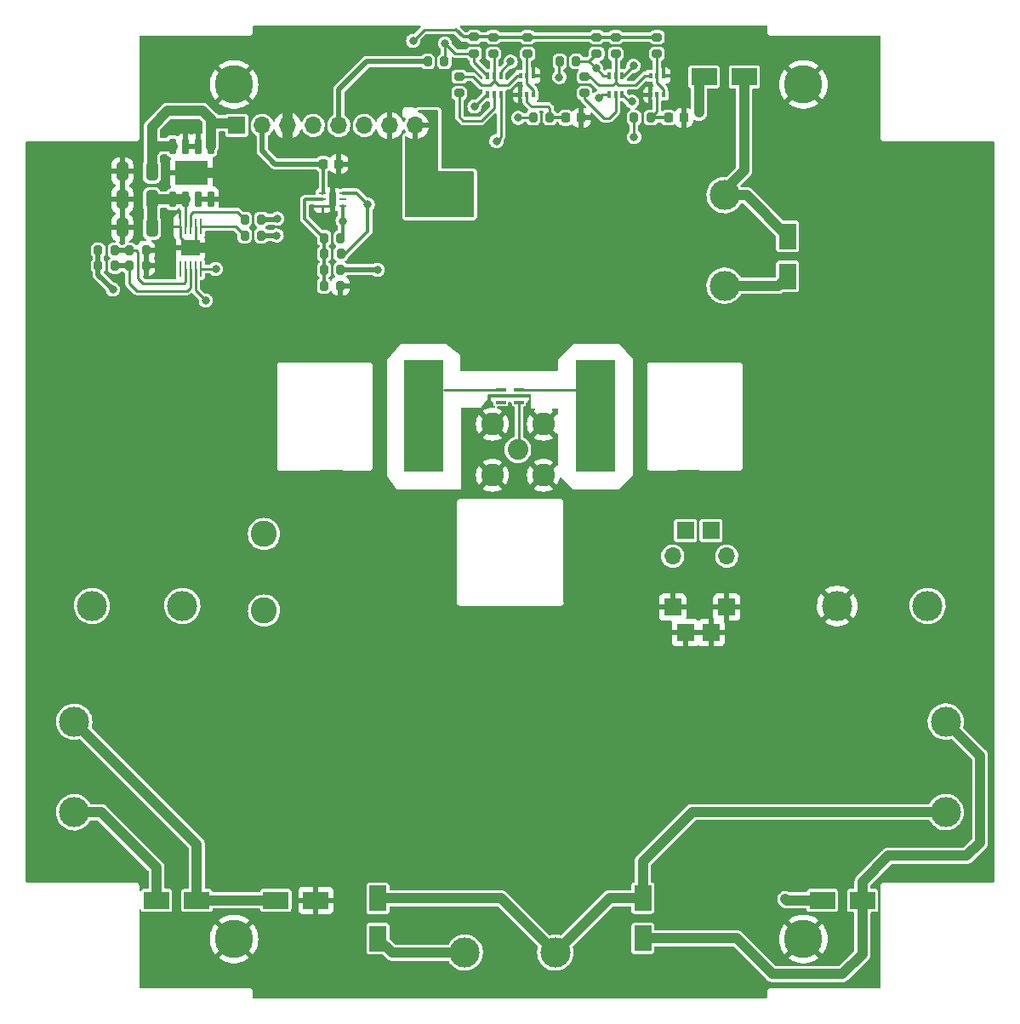
<source format=gtl>
%TF.GenerationSoftware,KiCad,Pcbnew,(6.0.5)*%
%TF.CreationDate,2023-01-23T16:46:33-08:00*%
%TF.ProjectId,Z_Panels,5a5f5061-6e65-46c7-932e-6b696361645f,rev?*%
%TF.SameCoordinates,Original*%
%TF.FileFunction,Copper,L1,Top*%
%TF.FilePolarity,Positive*%
%FSLAX46Y46*%
G04 Gerber Fmt 4.6, Leading zero omitted, Abs format (unit mm)*
G04 Created by KiCad (PCBNEW (6.0.5)) date 2023-01-23 16:46:33*
%MOMM*%
%LPD*%
G01*
G04 APERTURE LIST*
G04 Aperture macros list*
%AMRoundRect*
0 Rectangle with rounded corners*
0 $1 Rounding radius*
0 $2 $3 $4 $5 $6 $7 $8 $9 X,Y pos of 4 corners*
0 Add a 4 corners polygon primitive as box body*
4,1,4,$2,$3,$4,$5,$6,$7,$8,$9,$2,$3,0*
0 Add four circle primitives for the rounded corners*
1,1,$1+$1,$2,$3*
1,1,$1+$1,$4,$5*
1,1,$1+$1,$6,$7*
1,1,$1+$1,$8,$9*
0 Add four rect primitives between the rounded corners*
20,1,$1+$1,$2,$3,$4,$5,0*
20,1,$1+$1,$4,$5,$6,$7,0*
20,1,$1+$1,$6,$7,$8,$9,0*
20,1,$1+$1,$8,$9,$2,$3,0*%
G04 Aperture macros list end*
%TA.AperFunction,ComponentPad*%
%ADD10C,3.000000*%
%TD*%
%TA.AperFunction,ConnectorPad*%
%ADD11C,3.800000*%
%TD*%
%TA.AperFunction,ComponentPad*%
%ADD12C,2.600000*%
%TD*%
%TA.AperFunction,SMDPad,CuDef*%
%ADD13R,1.700000X2.500000*%
%TD*%
%TA.AperFunction,SMDPad,CuDef*%
%ADD14RoundRect,0.200000X0.200000X0.275000X-0.200000X0.275000X-0.200000X-0.275000X0.200000X-0.275000X0*%
%TD*%
%TA.AperFunction,SMDPad,CuDef*%
%ADD15R,2.500000X1.700000*%
%TD*%
%TA.AperFunction,SMDPad,CuDef*%
%ADD16RoundRect,0.200000X-0.200000X-0.275000X0.200000X-0.275000X0.200000X0.275000X-0.200000X0.275000X0*%
%TD*%
%TA.AperFunction,SMDPad,CuDef*%
%ADD17RoundRect,0.200000X0.275000X-0.200000X0.275000X0.200000X-0.275000X0.200000X-0.275000X-0.200000X0*%
%TD*%
%TA.AperFunction,SMDPad,CuDef*%
%ADD18R,0.280000X1.600000*%
%TD*%
%TA.AperFunction,SMDPad,CuDef*%
%ADD19R,1.880000X1.570000*%
%TD*%
%TA.AperFunction,SMDPad,CuDef*%
%ADD20RoundRect,0.200000X-0.275000X0.200000X-0.275000X-0.200000X0.275000X-0.200000X0.275000X0.200000X0*%
%TD*%
%TA.AperFunction,ComponentPad*%
%ADD21R,1.700000X1.700000*%
%TD*%
%TA.AperFunction,ComponentPad*%
%ADD22O,1.700000X1.700000*%
%TD*%
%TA.AperFunction,SMDPad,CuDef*%
%ADD23RoundRect,0.250000X-0.325000X-0.650000X0.325000X-0.650000X0.325000X0.650000X-0.325000X0.650000X0*%
%TD*%
%TA.AperFunction,SMDPad,CuDef*%
%ADD24R,0.400000X0.600000*%
%TD*%
%TA.AperFunction,SMDPad,CuDef*%
%ADD25R,0.740000X0.270000*%
%TD*%
%TA.AperFunction,SMDPad,CuDef*%
%ADD26R,0.650000X1.350000*%
%TD*%
%TA.AperFunction,SMDPad,CuDef*%
%ADD27R,0.400000X0.650000*%
%TD*%
%TA.AperFunction,SMDPad,CuDef*%
%ADD28RoundRect,0.225000X-0.225000X-0.250000X0.225000X-0.250000X0.225000X0.250000X-0.225000X0.250000X0*%
%TD*%
%TA.AperFunction,SMDPad,CuDef*%
%ADD29R,4.000000X11.000000*%
%TD*%
%TA.AperFunction,SMDPad,CuDef*%
%ADD30R,4.000000X1.000000*%
%TD*%
%TA.AperFunction,SMDPad,CuDef*%
%ADD31RoundRect,0.150000X0.150000X-0.650000X0.150000X0.650000X-0.150000X0.650000X-0.150000X-0.650000X0*%
%TD*%
%TA.AperFunction,SMDPad,CuDef*%
%ADD32R,3.200000X2.400000*%
%TD*%
%TA.AperFunction,SMDPad,CuDef*%
%ADD33R,1.000000X0.350000*%
%TD*%
%TA.AperFunction,ComponentPad*%
%ADD34C,2.050000*%
%TD*%
%TA.AperFunction,ComponentPad*%
%ADD35C,2.250000*%
%TD*%
%TA.AperFunction,ViaPad*%
%ADD36C,0.800000*%
%TD*%
%TA.AperFunction,Conductor*%
%ADD37C,0.250000*%
%TD*%
%TA.AperFunction,Conductor*%
%ADD38C,0.306000*%
%TD*%
%TA.AperFunction,Conductor*%
%ADD39C,1.000000*%
%TD*%
%TA.AperFunction,Conductor*%
%ADD40C,0.500000*%
%TD*%
G04 APERTURE END LIST*
D10*
X150042000Y-97830000D03*
X141042000Y-97830000D03*
D11*
X155182000Y-45965600D03*
D12*
X155182000Y-45965600D03*
D13*
X210280000Y-61060000D03*
X210280000Y-65060000D03*
D14*
X186608000Y-49246000D03*
X184958000Y-49246000D03*
D15*
X159340000Y-127120000D03*
X163340000Y-127120000D03*
D16*
X141669000Y-64008000D03*
X143319000Y-64008000D03*
D14*
X165795000Y-64390000D03*
X164145000Y-64390000D03*
D17*
X184393000Y-42911000D03*
X184393000Y-41261000D03*
D18*
X151840000Y-60112500D03*
X151340000Y-60112500D03*
X150840000Y-60112500D03*
X150340000Y-60112500D03*
X149840000Y-60112500D03*
X149840000Y-64312500D03*
X150340000Y-64312500D03*
X150840000Y-64312500D03*
X151340000Y-64312500D03*
X151840000Y-64312500D03*
D19*
X150840000Y-62212500D03*
D20*
X193163000Y-41261000D03*
X193163000Y-42911000D03*
D16*
X174463000Y-43666000D03*
X176113000Y-43666000D03*
X156245000Y-60980000D03*
X157895000Y-60980000D03*
D14*
X165805000Y-62800000D03*
X164155000Y-62800000D03*
D21*
X202656000Y-100503000D03*
X200116000Y-100503000D03*
X198846000Y-97963000D03*
X204216000Y-97963000D03*
D22*
X204216000Y-92883000D03*
D21*
X202656000Y-90343000D03*
X200116000Y-90343000D03*
D22*
X198846000Y-92883000D03*
D10*
X187160000Y-132310000D03*
X178160000Y-132310000D03*
D17*
X190073000Y-46831000D03*
X190073000Y-45181000D03*
D23*
X144067000Y-60198000D03*
X147017000Y-60198000D03*
D16*
X144780000Y-64008000D03*
X146430000Y-64008000D03*
D14*
X165795000Y-65990000D03*
X164145000Y-65990000D03*
D24*
X196623000Y-46986000D03*
X197273000Y-46986000D03*
X197923000Y-46986000D03*
X197923000Y-45086000D03*
X197273000Y-45086000D03*
X196623000Y-45086000D03*
D12*
X158170000Y-90670000D03*
X158170000Y-98290000D03*
D16*
X187598000Y-43666000D03*
X189248000Y-43666000D03*
D23*
X144067000Y-54610000D03*
X147017000Y-54610000D03*
D16*
X141669000Y-62484000D03*
X143319000Y-62484000D03*
D12*
X211856000Y-45965600D03*
D11*
X211856000Y-45965600D03*
D15*
X201962000Y-45212000D03*
X205962000Y-45212000D03*
D10*
X204008000Y-56968000D03*
X204008000Y-65968000D03*
D14*
X165795000Y-61230000D03*
X164145000Y-61230000D03*
D16*
X144780000Y-62484000D03*
X146430000Y-62484000D03*
D17*
X179063000Y-42891000D03*
X179063000Y-41241000D03*
D25*
X163995000Y-56760000D03*
X163995000Y-57410000D03*
X163995000Y-58060000D03*
X165985000Y-58060000D03*
X165985000Y-57410000D03*
X165985000Y-56760000D03*
D26*
X164990000Y-57410000D03*
D27*
X180423000Y-46986000D03*
X181073000Y-46986000D03*
X181723000Y-46986000D03*
X181723000Y-45086000D03*
X181073000Y-45086000D03*
X180423000Y-45086000D03*
D28*
X188188000Y-49276000D03*
X189738000Y-49276000D03*
D24*
X184983000Y-45086000D03*
X184333000Y-45086000D03*
X183683000Y-45086000D03*
X183683000Y-46986000D03*
X184333000Y-46986000D03*
X184983000Y-46986000D03*
D29*
X191166000Y-78994000D03*
D30*
X191166000Y-73914000D03*
D29*
X174086000Y-78994000D03*
D30*
X174086000Y-73914000D03*
D23*
X144067000Y-57404000D03*
X147017000Y-57404000D03*
D10*
X226020000Y-109330000D03*
X226020000Y-118330000D03*
X224210000Y-97830000D03*
X215210000Y-97830000D03*
D12*
X211856000Y-130965600D03*
D11*
X211856000Y-130965600D03*
D20*
X177593000Y-45181000D03*
X177593000Y-46831000D03*
D10*
X139280000Y-118350000D03*
X139280000Y-109350000D03*
D15*
X147470000Y-127120000D03*
X151470000Y-127120000D03*
D31*
X149065000Y-57400000D03*
X150335000Y-57400000D03*
X151605000Y-57400000D03*
X152875000Y-57400000D03*
X152875000Y-52100000D03*
X151605000Y-52100000D03*
X150335000Y-52100000D03*
X149065000Y-52100000D03*
D32*
X150970000Y-54750000D03*
D15*
X213740000Y-127120000D03*
X217740000Y-127120000D03*
D17*
X191273000Y-42901000D03*
X191273000Y-41251000D03*
D28*
X198398000Y-49266000D03*
X199948000Y-49266000D03*
D16*
X156245000Y-59390000D03*
X157895000Y-59390000D03*
D14*
X196658000Y-49266000D03*
X195008000Y-49266000D03*
D12*
X155182000Y-130965600D03*
D11*
X155182000Y-130965600D03*
D17*
X197283000Y-42911000D03*
X197283000Y-41261000D03*
D33*
X183526000Y-77612000D03*
X183526000Y-76962000D03*
X183526000Y-76312000D03*
X181726000Y-76312000D03*
X181726000Y-76962000D03*
X181726000Y-77612000D03*
D13*
X169510000Y-126920000D03*
X169510000Y-130920000D03*
D21*
X155448000Y-50038000D03*
D22*
X157988000Y-50038000D03*
X160528000Y-50038000D03*
X163068000Y-50038000D03*
X165608000Y-50038000D03*
X168148000Y-50038000D03*
X170688000Y-50038000D03*
X173228000Y-50038000D03*
D27*
X192513000Y-46986000D03*
X193163000Y-46986000D03*
X193813000Y-46986000D03*
X193813000Y-45086000D03*
X193163000Y-45086000D03*
X192513000Y-45086000D03*
D13*
X195860000Y-130900000D03*
X195860000Y-126900000D03*
D28*
X164055000Y-53860000D03*
X165605000Y-53860000D03*
D20*
X180983000Y-41261000D03*
X180983000Y-42911000D03*
D34*
X183431443Y-82290965D03*
D35*
X185971443Y-79750965D03*
X180891443Y-84830965D03*
X185971443Y-84830965D03*
X180891443Y-79750965D03*
D36*
X182468000Y-72612000D03*
X150897500Y-62212500D03*
X176276000Y-93314000D03*
X170942000Y-70612000D03*
X204502000Y-70612000D03*
X168276000Y-91314000D03*
X200502000Y-70612000D03*
X194502000Y-70612000D03*
X193104000Y-95314000D03*
X172276000Y-93314000D03*
X168276000Y-97314000D03*
X172276000Y-91314000D03*
X141300000Y-60230000D03*
X176468000Y-70612000D03*
X195580000Y-79058000D03*
X204502000Y-72612000D03*
X189104000Y-91314000D03*
X206502000Y-72612000D03*
X168942000Y-70612000D03*
X164942000Y-72612000D03*
X170276000Y-87314000D03*
X162942000Y-72612000D03*
X169672000Y-81058000D03*
X191104000Y-99314000D03*
X186468000Y-70612000D03*
X158942000Y-70612000D03*
X202502000Y-72612000D03*
X193104000Y-93314000D03*
X168276000Y-95314000D03*
X141340000Y-57280000D03*
X176276000Y-99314000D03*
X170276000Y-95314000D03*
X198502000Y-72612000D03*
X193104000Y-89314000D03*
X191104000Y-97314000D03*
X172276000Y-97314000D03*
X141440000Y-54600000D03*
X168276000Y-87314000D03*
X174276000Y-87314000D03*
X168276000Y-93314000D03*
X195072000Y-87303622D03*
X191104000Y-89314000D03*
X172276000Y-87314000D03*
X168276000Y-99314000D03*
X196502000Y-70612000D03*
X195072000Y-91303622D03*
X195580000Y-83058000D03*
X174276000Y-97314000D03*
X176276000Y-87314000D03*
X169672000Y-77058000D03*
X180468000Y-72612000D03*
X160528000Y-51562000D03*
X164942000Y-70612000D03*
X193104000Y-91314000D03*
X183388000Y-85090000D03*
X189104000Y-93314000D03*
X202502000Y-70612000D03*
X198502000Y-70612000D03*
X191104000Y-91314000D03*
X169672000Y-83058000D03*
X178562000Y-81090000D03*
X168942000Y-72612000D03*
X195072000Y-89303622D03*
X195072000Y-93303622D03*
X191104000Y-87314000D03*
X176276000Y-97314000D03*
X170276000Y-89314000D03*
X178468000Y-72612000D03*
X200502000Y-72612000D03*
X168276000Y-89314000D03*
X166942000Y-72612000D03*
X148530000Y-61790000D03*
X193104000Y-87314000D03*
X184468000Y-72612000D03*
X193104000Y-99314000D03*
X186468000Y-72612000D03*
X154310000Y-53830000D03*
X160942000Y-70612000D03*
X189104000Y-89314000D03*
X176276000Y-91314000D03*
X170276000Y-97314000D03*
X150970000Y-54750000D03*
X195580000Y-77058000D03*
X148400000Y-63890000D03*
X189104000Y-99314000D03*
X182468000Y-70612000D03*
X196502000Y-72612000D03*
X170276000Y-93314000D03*
X174276000Y-99314000D03*
X184468000Y-70612000D03*
X195072000Y-95303622D03*
X174276000Y-95314000D03*
X169672000Y-75058000D03*
X195580000Y-75058000D03*
X178468000Y-70612000D03*
X186182000Y-82296000D03*
X169672000Y-79058000D03*
X195580000Y-81058000D03*
X166942000Y-70612000D03*
X180468000Y-70612000D03*
X174276000Y-89314000D03*
X189104000Y-97314000D03*
X172276000Y-89314000D03*
X206502000Y-70612000D03*
X178562000Y-83090000D03*
X176276000Y-95314000D03*
X149120000Y-50220000D03*
X193104000Y-97314000D03*
X174276000Y-93314000D03*
X191104000Y-95314000D03*
X160528000Y-48010000D03*
X158942000Y-72612000D03*
X195072000Y-99303622D03*
X160942000Y-72612000D03*
X189104000Y-95314000D03*
X189104000Y-87314000D03*
X172276000Y-99314000D03*
X153500000Y-54750000D03*
X176276000Y-89314000D03*
X172276000Y-95314000D03*
X170276000Y-99314000D03*
X154380000Y-55780000D03*
X188468000Y-70612000D03*
X191104000Y-93314000D03*
X174276000Y-91314000D03*
X180594000Y-82296000D03*
X178562000Y-85090000D03*
X178562000Y-79090000D03*
X162942000Y-70612000D03*
X195072000Y-97303622D03*
X152772500Y-62212500D03*
X170276000Y-91314000D03*
X150710000Y-50030000D03*
X143140000Y-66360000D03*
X173010000Y-41610000D03*
X169460000Y-64390000D03*
X201457600Y-48777600D03*
X210058000Y-127000000D03*
X191513000Y-47286000D03*
X187553000Y-45236000D03*
X194813000Y-47676000D03*
X179113000Y-48156000D03*
X181298000Y-51591000D03*
X183473000Y-49276000D03*
X165985000Y-59535000D03*
X153357500Y-64312500D03*
X176173000Y-41876000D03*
X182713000Y-43696000D03*
X195008000Y-51181000D03*
X168500000Y-57900000D03*
X152370000Y-67460000D03*
X191215500Y-44373500D03*
X194943000Y-44106000D03*
X159430000Y-60980000D03*
X159470000Y-59300000D03*
X178562000Y-58166000D03*
X177292000Y-56134000D03*
X177292000Y-55118000D03*
X178562000Y-56134000D03*
X177292000Y-58166000D03*
X177292000Y-57150000D03*
X178562000Y-55118000D03*
X178562000Y-57150000D03*
D37*
X183526000Y-76312000D02*
X189160408Y-76312000D01*
X181726000Y-76312000D02*
X176092478Y-76312000D01*
X184333000Y-47686000D02*
X184783000Y-48136000D01*
X184333000Y-46986000D02*
X184333000Y-47686000D01*
X186433000Y-48136000D02*
X186608000Y-48311000D01*
X186608000Y-48311000D02*
X186608000Y-49246000D01*
X186593000Y-49231000D02*
X186608000Y-49246000D01*
D38*
X188158000Y-49246000D02*
X188188000Y-49276000D01*
D37*
X184783000Y-48136000D02*
X186433000Y-48136000D01*
D38*
X186608000Y-49246000D02*
X188158000Y-49246000D01*
D37*
X149840000Y-60112500D02*
X149840000Y-61212500D01*
D39*
X160528000Y-49795600D02*
X160528000Y-51562000D01*
D37*
X149840000Y-61212500D02*
X150840000Y-62212500D01*
D39*
X150897500Y-62212500D02*
X152772500Y-62212500D01*
D37*
X151340000Y-61712500D02*
X150840000Y-62212500D01*
D39*
X150840000Y-62212500D02*
X150897500Y-62212500D01*
X160528000Y-49795600D02*
X160528000Y-48010000D01*
X150970000Y-54750000D02*
X153500000Y-54750000D01*
D37*
X151340000Y-60112500D02*
X151340000Y-61712500D01*
D38*
X196658000Y-49266000D02*
X198398000Y-49266000D01*
D37*
X197273000Y-48651000D02*
X196658000Y-49266000D01*
X197273000Y-46986000D02*
X197273000Y-48651000D01*
X150340000Y-60112500D02*
X150340000Y-57405000D01*
D39*
X147017000Y-57404000D02*
X149061000Y-57404000D01*
X149061000Y-57404000D02*
X149065000Y-57400000D01*
X147017000Y-57404000D02*
X147017000Y-60198000D01*
X149065000Y-57400000D02*
X150335000Y-57400000D01*
D37*
X150340000Y-57405000D02*
X150335000Y-57400000D01*
D39*
X152875000Y-49415000D02*
X153255600Y-49795600D01*
X147017000Y-52763000D02*
X147680000Y-52100000D01*
X147017000Y-53313000D02*
X147017000Y-52763000D01*
X152050000Y-48590000D02*
X148570000Y-48590000D01*
X152875000Y-49415000D02*
X152050000Y-48590000D01*
X152875000Y-52100000D02*
X152875000Y-49415000D01*
D40*
X141669000Y-64008000D02*
X141669000Y-64889000D01*
D39*
X148570000Y-48590000D02*
X147017000Y-50143000D01*
X147017000Y-54610000D02*
X147017000Y-53313000D01*
X147680000Y-52100000D02*
X149065000Y-52100000D01*
D40*
X141669000Y-62484000D02*
X141669000Y-64008000D01*
D39*
X147017000Y-50143000D02*
X147017000Y-53313000D01*
D40*
X141669000Y-64889000D02*
X143140000Y-66360000D01*
D39*
X153255600Y-49795600D02*
X155448000Y-49795600D01*
D38*
X164055000Y-56700000D02*
X163995000Y-56760000D01*
X178018000Y-41241000D02*
X177273000Y-40496000D01*
D40*
X159270000Y-53860000D02*
X157988000Y-52578000D01*
D38*
X164055000Y-53860000D02*
X164055000Y-56700000D01*
X193163000Y-41261000D02*
X197283000Y-41261000D01*
D40*
X164055000Y-53860000D02*
X159270000Y-53860000D01*
D37*
X174124000Y-40496000D02*
X173010000Y-41610000D01*
D38*
X173080000Y-41540000D02*
X173010000Y-41610000D01*
X184393000Y-41261000D02*
X191263000Y-41261000D01*
X191273000Y-41251000D02*
X193153000Y-41251000D01*
D40*
X157988000Y-52578000D02*
X157988000Y-49795600D01*
D38*
X193153000Y-41251000D02*
X193163000Y-41261000D01*
D37*
X177273000Y-40496000D02*
X174124000Y-40496000D01*
D40*
X165795000Y-64390000D02*
X169460000Y-64390000D01*
D38*
X180963000Y-41241000D02*
X180983000Y-41261000D01*
X179063000Y-41241000D02*
X180963000Y-41241000D01*
X179063000Y-41241000D02*
X178018000Y-41241000D01*
X191263000Y-41261000D02*
X191273000Y-41251000D01*
X180983000Y-41261000D02*
X184393000Y-41261000D01*
D39*
X201457600Y-45716400D02*
X201962000Y-45212000D01*
X201457600Y-48777600D02*
X201457600Y-45716400D01*
X206188000Y-56968000D02*
X210280000Y-61060000D01*
X205962000Y-54506000D02*
X205962000Y-45212000D01*
X203500000Y-56968000D02*
X206188000Y-56968000D01*
X203500000Y-56968000D02*
X205962000Y-54506000D01*
X210178000Y-127120000D02*
X210058000Y-127000000D01*
X213740000Y-127120000D02*
X210178000Y-127120000D01*
X203500000Y-65968000D02*
X209372000Y-65968000D01*
X209372000Y-65968000D02*
X210280000Y-65060000D01*
X205220000Y-130900000D02*
X208760000Y-134440000D01*
X195860000Y-130900000D02*
X205220000Y-130900000D01*
X217740000Y-132430000D02*
X217740000Y-127120000D01*
X215730000Y-134440000D02*
X217740000Y-132430000D01*
X220310000Y-122690000D02*
X228110000Y-122690000D01*
X228110000Y-122690000D02*
X229430000Y-121370000D01*
X229430000Y-112740000D02*
X226020000Y-109330000D01*
X217740000Y-127120000D02*
X217740000Y-125260000D01*
X208760000Y-134440000D02*
X215730000Y-134440000D01*
X217740000Y-125260000D02*
X220310000Y-122690000D01*
X229430000Y-121370000D02*
X229430000Y-112740000D01*
X181770000Y-126920000D02*
X169510000Y-126920000D01*
X187160000Y-132310000D02*
X192570000Y-126900000D01*
X195860000Y-123240000D02*
X200770000Y-118330000D01*
X195860000Y-126900000D02*
X195860000Y-123240000D01*
X187160000Y-132310000D02*
X181770000Y-126920000D01*
X192570000Y-126900000D02*
X195860000Y-126900000D01*
X200770000Y-118330000D02*
X226020000Y-118330000D01*
X147470000Y-127120000D02*
X147470000Y-123848000D01*
X178160000Y-132310000D02*
X170900000Y-132310000D01*
X147470000Y-123848000D02*
X141972000Y-118350000D01*
X170900000Y-132310000D02*
X169510000Y-130920000D01*
X141972000Y-118350000D02*
X139280000Y-118350000D01*
X159340000Y-127120000D02*
X151470000Y-127120000D01*
X151470000Y-121540000D02*
X139280000Y-109350000D01*
X151470000Y-127120000D02*
X151470000Y-121540000D01*
D37*
X183526000Y-77612000D02*
X183526000Y-82196408D01*
X194503000Y-47676000D02*
X194813000Y-47676000D01*
X192513000Y-46986000D02*
X191813000Y-46986000D01*
X187553000Y-43711000D02*
X187598000Y-43666000D01*
X193813000Y-46986000D02*
X194503000Y-47676000D01*
X191813000Y-46986000D02*
X191513000Y-47286000D01*
X187553000Y-45236000D02*
X187553000Y-43711000D01*
X181723000Y-46986000D02*
X181723000Y-51166000D01*
X181723000Y-51166000D02*
X181298000Y-51591000D01*
D40*
X165608000Y-46482000D02*
X165608000Y-49795600D01*
D37*
X180283000Y-46986000D02*
X179113000Y-48156000D01*
D40*
X168424000Y-43666000D02*
X165608000Y-46482000D01*
D37*
X180423000Y-46986000D02*
X180283000Y-46986000D01*
D40*
X174463000Y-43666000D02*
X168424000Y-43666000D01*
D37*
X184333000Y-45086000D02*
X184333000Y-42971000D01*
X184983000Y-46546000D02*
X184333000Y-45896000D01*
X184333000Y-45896000D02*
X184333000Y-45086000D01*
X184983000Y-46986000D02*
X184983000Y-46546000D01*
X184333000Y-42971000D02*
X184393000Y-42911000D01*
X182403000Y-46066000D02*
X181528978Y-46066000D01*
X181073000Y-45610022D02*
X181073000Y-45086000D01*
X183383000Y-45086000D02*
X182403000Y-46066000D01*
X177593000Y-45181000D02*
X178948000Y-45181000D01*
X180637022Y-46046000D02*
X181073000Y-45610022D01*
X179813000Y-46046000D02*
X180637022Y-46046000D01*
X181073000Y-43001000D02*
X180983000Y-42911000D01*
X181073000Y-45086000D02*
X181073000Y-43001000D01*
X178948000Y-45181000D02*
X179813000Y-46046000D01*
X183683000Y-45086000D02*
X183383000Y-45086000D01*
X181528978Y-46066000D02*
X181073000Y-45610022D01*
X177983000Y-49576000D02*
X177593000Y-49186000D01*
X179773000Y-49576000D02*
X177983000Y-49576000D01*
X181073000Y-46986000D02*
X181073000Y-48276000D01*
X181073000Y-48276000D02*
X179773000Y-49576000D01*
X177593000Y-49186000D02*
X177593000Y-46831000D01*
X179063000Y-42891000D02*
X177188000Y-42891000D01*
X151840000Y-64312500D02*
X153357500Y-64312500D01*
X181723000Y-44686000D02*
X182713000Y-43696000D01*
X176173000Y-43606000D02*
X176113000Y-43666000D01*
D38*
X165985000Y-58060000D02*
X165985000Y-59535000D01*
D37*
X180423000Y-45086000D02*
X179063000Y-43726000D01*
D38*
X165985000Y-59535000D02*
X165985000Y-61040000D01*
D37*
X176173000Y-41876000D02*
X176173000Y-43606000D01*
X181723000Y-45086000D02*
X181723000Y-44686000D01*
X179063000Y-43726000D02*
X179063000Y-42891000D01*
X184958000Y-49246000D02*
X183503000Y-49246000D01*
D38*
X165985000Y-61040000D02*
X165795000Y-61230000D01*
D37*
X177188000Y-42891000D02*
X176173000Y-41876000D01*
X183503000Y-49246000D02*
X183473000Y-49276000D01*
X197283000Y-45076000D02*
X197273000Y-45086000D01*
X197923000Y-46986000D02*
X197923000Y-46436000D01*
X197283000Y-42911000D02*
X197283000Y-45076000D01*
X197273000Y-45786000D02*
X197273000Y-45086000D01*
X197923000Y-46436000D02*
X197273000Y-45786000D01*
X190073000Y-45181000D02*
X190608000Y-45181000D01*
X193163000Y-45746000D02*
X193443000Y-46026000D01*
X190608000Y-45181000D02*
X191473000Y-46046000D01*
X193443000Y-46026000D02*
X195153000Y-46026000D01*
X191473000Y-46046000D02*
X192863000Y-46046000D01*
X193163000Y-45746000D02*
X193163000Y-45086000D01*
X196093000Y-45086000D02*
X196623000Y-45086000D01*
X195153000Y-46026000D02*
X196093000Y-45086000D01*
X193163000Y-45086000D02*
X193163000Y-42911000D01*
X192863000Y-46046000D02*
X193163000Y-45746000D01*
X193163000Y-48626000D02*
X193163000Y-46986000D01*
X192483000Y-49306000D02*
X193163000Y-48626000D01*
X190073000Y-46831000D02*
X190073000Y-47376000D01*
X192003000Y-49306000D02*
X192483000Y-49306000D01*
X190073000Y-47376000D02*
X192003000Y-49306000D01*
D38*
X168510000Y-60550000D02*
X168510000Y-57910000D01*
D37*
X191215500Y-44373500D02*
X191928000Y-45086000D01*
D38*
X168510000Y-57910000D02*
X168500000Y-57900000D01*
D37*
X193963000Y-45086000D02*
X194943000Y-44106000D01*
X191928000Y-45086000D02*
X192513000Y-45086000D01*
X190508000Y-43666000D02*
X191273000Y-42901000D01*
X189248000Y-43666000D02*
X190508000Y-43666000D01*
D38*
X165805000Y-62800000D02*
X166260000Y-62800000D01*
D37*
X151340000Y-64312500D02*
X151340000Y-66430000D01*
X195008000Y-49266000D02*
X195008000Y-51181000D01*
X190508000Y-43666000D02*
X191215500Y-44373500D01*
D38*
X168500000Y-57900000D02*
X167360000Y-56760000D01*
X166260000Y-62800000D02*
X168510000Y-60550000D01*
D37*
X151340000Y-66430000D02*
X152370000Y-67460000D01*
X193813000Y-45086000D02*
X193963000Y-45086000D01*
D38*
X167360000Y-56760000D02*
X165985000Y-56760000D01*
D37*
X144780000Y-65770000D02*
X145490000Y-66480000D01*
X144780000Y-64008000D02*
X144780000Y-65770000D01*
X145490000Y-66480000D02*
X150510000Y-66480000D01*
X150840000Y-66150000D02*
X150840000Y-64312500D01*
X150510000Y-66480000D02*
X150840000Y-66150000D01*
D40*
X143319000Y-64008000D02*
X144780000Y-64008000D01*
D37*
X146140000Y-65740000D02*
X150220000Y-65740000D01*
X145620000Y-62650000D02*
X145620000Y-65220000D01*
D40*
X143319000Y-62484000D02*
X144780000Y-62484000D01*
D37*
X150340000Y-65620000D02*
X150340000Y-64312500D01*
X145620000Y-65220000D02*
X146140000Y-65740000D01*
X150220000Y-65740000D02*
X150340000Y-65620000D01*
X145454000Y-62484000D02*
X145620000Y-62650000D01*
X144780000Y-62484000D02*
X145454000Y-62484000D01*
X155377500Y-60112500D02*
X156245000Y-60980000D01*
X151840000Y-60112500D02*
X155377500Y-60112500D01*
D40*
X157895000Y-60980000D02*
X159430000Y-60980000D01*
D37*
X150840000Y-58930000D02*
X151100000Y-58670000D01*
X151100000Y-58670000D02*
X155525000Y-58670000D01*
X155525000Y-58670000D02*
X156245000Y-59390000D01*
X150840000Y-60112500D02*
X150840000Y-58930000D01*
D40*
X157895000Y-59390000D02*
X159470000Y-59390000D01*
D38*
X163995000Y-57410000D02*
X162250000Y-57410000D01*
X164145000Y-62790000D02*
X164155000Y-62800000D01*
X164145000Y-61230000D02*
X164145000Y-62790000D01*
X164155000Y-64380000D02*
X164145000Y-64390000D01*
X162200000Y-59285000D02*
X164145000Y-61230000D01*
X162200000Y-57460000D02*
X162200000Y-59285000D01*
X162250000Y-57410000D02*
X162200000Y-57460000D01*
X164145000Y-64390000D02*
X164145000Y-65990000D01*
X164155000Y-62800000D02*
X164155000Y-64380000D01*
%TA.AperFunction,Conductor*%
G36*
X175472160Y-48533385D02*
G01*
X175509032Y-48584135D01*
X175514000Y-48615500D01*
X175514000Y-54610000D01*
X178968500Y-54610000D01*
X179028160Y-54629385D01*
X179065032Y-54680135D01*
X179070000Y-54711500D01*
X179070000Y-59080500D01*
X179050615Y-59140160D01*
X178999865Y-59177032D01*
X178968500Y-59182000D01*
X172313500Y-59182000D01*
X172253840Y-59162615D01*
X172216968Y-59111865D01*
X172212000Y-59080500D01*
X172212000Y-51175795D01*
X172231385Y-51116135D01*
X172282135Y-51079263D01*
X172344865Y-51079263D01*
X172378335Y-51097701D01*
X172443209Y-51151560D01*
X172450008Y-51156321D01*
X172635624Y-51264786D01*
X172643106Y-51268371D01*
X172843940Y-51345062D01*
X172851917Y-51347379D01*
X172958244Y-51369011D01*
X172971792Y-51367468D01*
X172974000Y-51359080D01*
X172974000Y-51358556D01*
X173482000Y-51358556D01*
X173486226Y-51371562D01*
X173487792Y-51372699D01*
X173493161Y-51373202D01*
X173507183Y-51371406D01*
X173515298Y-51369681D01*
X173721211Y-51307904D01*
X173728940Y-51304875D01*
X173921999Y-51210296D01*
X173929127Y-51206047D01*
X174104141Y-51081212D01*
X174110492Y-51075845D01*
X174262753Y-50924112D01*
X174268152Y-50917768D01*
X174393587Y-50743208D01*
X174397870Y-50736081D01*
X174493118Y-50543362D01*
X174496174Y-50535642D01*
X174558670Y-50329945D01*
X174560423Y-50321836D01*
X174562253Y-50307938D01*
X174559760Y-50294492D01*
X174558425Y-50293224D01*
X174553013Y-50292000D01*
X173498076Y-50292000D01*
X173485070Y-50296226D01*
X173482000Y-50300452D01*
X173482000Y-51358556D01*
X172974000Y-51358556D01*
X172974000Y-49885500D01*
X172993385Y-49825840D01*
X173044135Y-49788968D01*
X173075500Y-49784000D01*
X174548383Y-49784000D01*
X174560636Y-49780019D01*
X174560973Y-49770122D01*
X174518971Y-49602907D01*
X174516293Y-49595042D01*
X174430572Y-49397894D01*
X174426648Y-49390578D01*
X174309882Y-49210085D01*
X174304811Y-49203499D01*
X174160138Y-49044506D01*
X174154052Y-49038831D01*
X173985348Y-48905597D01*
X173978439Y-48901006D01*
X173790224Y-48797106D01*
X173782661Y-48793707D01*
X173580010Y-48721944D01*
X173571984Y-48719824D01*
X173547300Y-48715427D01*
X173491964Y-48685880D01*
X173464563Y-48629451D01*
X173475564Y-48567692D01*
X173520765Y-48524195D01*
X173565100Y-48514000D01*
X175412500Y-48514000D01*
X175472160Y-48533385D01*
G37*
%TD.AperFunction*%
%TA.AperFunction,Conductor*%
G36*
X173725570Y-40126685D02*
G01*
X173762442Y-40177435D01*
X173762442Y-40240165D01*
X173737681Y-40280571D01*
X173138231Y-40880021D01*
X173082338Y-40908500D01*
X173065932Y-40909749D01*
X172953872Y-40909162D01*
X172935014Y-40909063D01*
X172928895Y-40909031D01*
X172922944Y-40910460D01*
X172922942Y-40910460D01*
X172769982Y-40947183D01*
X172769978Y-40947184D01*
X172764032Y-40948612D01*
X172758598Y-40951416D01*
X172758597Y-40951417D01*
X172629948Y-41017818D01*
X172613369Y-41026375D01*
X172608757Y-41030398D01*
X172608756Y-41030399D01*
X172490216Y-41133807D01*
X172490213Y-41133810D01*
X172485604Y-41137831D01*
X172388113Y-41276547D01*
X172385891Y-41282246D01*
X172337922Y-41405280D01*
X172326524Y-41434513D01*
X172304394Y-41602611D01*
X172322999Y-41771135D01*
X172381266Y-41930356D01*
X172393544Y-41948627D01*
X172401994Y-41961202D01*
X172475830Y-42071083D01*
X172601233Y-42185191D01*
X172606606Y-42188108D01*
X172606607Y-42188109D01*
X172742352Y-42261812D01*
X172750235Y-42266092D01*
X172914233Y-42309116D01*
X172984476Y-42310219D01*
X173077639Y-42311683D01*
X173077640Y-42311683D01*
X173083760Y-42311779D01*
X173175425Y-42290785D01*
X173243066Y-42275294D01*
X173243068Y-42275293D01*
X173249029Y-42273928D01*
X173357480Y-42219383D01*
X173395035Y-42200495D01*
X173395037Y-42200493D01*
X173400498Y-42197747D01*
X173529423Y-42087634D01*
X173614916Y-41968658D01*
X173624790Y-41954917D01*
X173624791Y-41954915D01*
X173628361Y-41949947D01*
X173631309Y-41942615D01*
X173663495Y-41862550D01*
X173691601Y-41792634D01*
X173702809Y-41713885D01*
X173715020Y-41628081D01*
X173715020Y-41628080D01*
X173715490Y-41624778D01*
X173715645Y-41610000D01*
X173710363Y-41566356D01*
X173722440Y-41504800D01*
X173739357Y-41482391D01*
X174270519Y-40951229D01*
X174326412Y-40922750D01*
X174342290Y-40921500D01*
X177015112Y-40921500D01*
X177074772Y-40940885D01*
X177086883Y-40951229D01*
X177674034Y-41538380D01*
X177681965Y-41547304D01*
X177704052Y-41575321D01*
X177752333Y-41608689D01*
X177752965Y-41609126D01*
X177755561Y-41610982D01*
X177797288Y-41641803D01*
X177797294Y-41641806D01*
X177803397Y-41646314D01*
X177810254Y-41648722D01*
X177816234Y-41652855D01*
X177872984Y-41670803D01*
X177875981Y-41671803D01*
X177932063Y-41691498D01*
X177938219Y-41691740D01*
X177940737Y-41692230D01*
X177946256Y-41693976D01*
X177952914Y-41694500D01*
X178006451Y-41694500D01*
X178010437Y-41694578D01*
X178068327Y-41696853D01*
X178075172Y-41695038D01*
X178084948Y-41694500D01*
X178301703Y-41694500D01*
X178361363Y-41713885D01*
X178382922Y-41735125D01*
X178430454Y-41798546D01*
X178545176Y-41884526D01*
X178568619Y-41893314D01*
X178673460Y-41932617D01*
X178673462Y-41932617D01*
X178679420Y-41934851D01*
X178711539Y-41938340D01*
X178737894Y-41941204D01*
X178737903Y-41941204D01*
X178740623Y-41941500D01*
X179062882Y-41941500D01*
X179385376Y-41941499D01*
X179446580Y-41934851D01*
X179580824Y-41884526D01*
X179695546Y-41798546D01*
X179743077Y-41735126D01*
X179794368Y-41699013D01*
X179824297Y-41694500D01*
X180206714Y-41694500D01*
X180266374Y-41713885D01*
X180287935Y-41735128D01*
X180335465Y-41798546D01*
X180350454Y-41818546D01*
X180465176Y-41904526D01*
X180471949Y-41907065D01*
X180593460Y-41952617D01*
X180593462Y-41952617D01*
X180599420Y-41954851D01*
X180631539Y-41958340D01*
X180657894Y-41961204D01*
X180657903Y-41961204D01*
X180660623Y-41961500D01*
X180982882Y-41961500D01*
X181305376Y-41961499D01*
X181366580Y-41954851D01*
X181500824Y-41904526D01*
X181615546Y-41818546D01*
X181663077Y-41755126D01*
X181714368Y-41719013D01*
X181744297Y-41714500D01*
X183631703Y-41714500D01*
X183691363Y-41733885D01*
X183712922Y-41755125D01*
X183760454Y-41818546D01*
X183875176Y-41904526D01*
X183881949Y-41907065D01*
X184003460Y-41952617D01*
X184003462Y-41952617D01*
X184009420Y-41954851D01*
X184041539Y-41958340D01*
X184067894Y-41961204D01*
X184067903Y-41961204D01*
X184070623Y-41961500D01*
X184392882Y-41961500D01*
X184715376Y-41961499D01*
X184776580Y-41954851D01*
X184910824Y-41904526D01*
X185025546Y-41818546D01*
X185073077Y-41755126D01*
X185124368Y-41719013D01*
X185154297Y-41714500D01*
X190519198Y-41714500D01*
X190578858Y-41733885D01*
X190600419Y-41755128D01*
X190628627Y-41792765D01*
X190640454Y-41808546D01*
X190755176Y-41894526D01*
X190761949Y-41897065D01*
X190883460Y-41942617D01*
X190883462Y-41942617D01*
X190889420Y-41944851D01*
X190921539Y-41948340D01*
X190947894Y-41951204D01*
X190947903Y-41951204D01*
X190950623Y-41951500D01*
X191272882Y-41951500D01*
X191595376Y-41951499D01*
X191656580Y-41944851D01*
X191790824Y-41894526D01*
X191905546Y-41808546D01*
X191953077Y-41745126D01*
X192004368Y-41709013D01*
X192034297Y-41704500D01*
X192394209Y-41704500D01*
X192453869Y-41723885D01*
X192475430Y-41745128D01*
X192518625Y-41802762D01*
X192530454Y-41818546D01*
X192645176Y-41904526D01*
X192651949Y-41907065D01*
X192773460Y-41952617D01*
X192773462Y-41952617D01*
X192779420Y-41954851D01*
X192811539Y-41958340D01*
X192837894Y-41961204D01*
X192837903Y-41961204D01*
X192840623Y-41961500D01*
X193162882Y-41961500D01*
X193485376Y-41961499D01*
X193546580Y-41954851D01*
X193680824Y-41904526D01*
X193795546Y-41818546D01*
X193843077Y-41755126D01*
X193894368Y-41719013D01*
X193924297Y-41714500D01*
X196521703Y-41714500D01*
X196581363Y-41733885D01*
X196602922Y-41755125D01*
X196650454Y-41818546D01*
X196765176Y-41904526D01*
X196771949Y-41907065D01*
X196893460Y-41952617D01*
X196893462Y-41952617D01*
X196899420Y-41954851D01*
X196931539Y-41958340D01*
X196957894Y-41961204D01*
X196957903Y-41961204D01*
X196960623Y-41961500D01*
X197282882Y-41961500D01*
X197605376Y-41961499D01*
X197666580Y-41954851D01*
X197800824Y-41904526D01*
X197915546Y-41818546D01*
X198001526Y-41703824D01*
X198020633Y-41652855D01*
X198049617Y-41575540D01*
X198049617Y-41575538D01*
X198051851Y-41569580D01*
X198058500Y-41508377D01*
X198058499Y-41013624D01*
X198051851Y-40952420D01*
X198001526Y-40818176D01*
X197915546Y-40703454D01*
X197800824Y-40617474D01*
X197747473Y-40597474D01*
X197672540Y-40569383D01*
X197672538Y-40569383D01*
X197666580Y-40567149D01*
X197634461Y-40563660D01*
X197608106Y-40560796D01*
X197608097Y-40560796D01*
X197605377Y-40560500D01*
X197283118Y-40560500D01*
X196960624Y-40560501D01*
X196899420Y-40567149D01*
X196765176Y-40617474D01*
X196650454Y-40703454D01*
X196602924Y-40766873D01*
X196551632Y-40802987D01*
X196521703Y-40807500D01*
X193924297Y-40807500D01*
X193864637Y-40788115D01*
X193843076Y-40766873D01*
X193795546Y-40703454D01*
X193680824Y-40617474D01*
X193627473Y-40597474D01*
X193552540Y-40569383D01*
X193552538Y-40569383D01*
X193546580Y-40567149D01*
X193514461Y-40563660D01*
X193488106Y-40560796D01*
X193488097Y-40560796D01*
X193485377Y-40560500D01*
X193163118Y-40560500D01*
X192840624Y-40560501D01*
X192779420Y-40567149D01*
X192645176Y-40617474D01*
X192530454Y-40703454D01*
X192526120Y-40709237D01*
X192526119Y-40709238D01*
X192490419Y-40756872D01*
X192439127Y-40792987D01*
X192409198Y-40797500D01*
X192034297Y-40797500D01*
X191974637Y-40778115D01*
X191953076Y-40756873D01*
X191905546Y-40693454D01*
X191790824Y-40607474D01*
X191697324Y-40572423D01*
X191662540Y-40559383D01*
X191662538Y-40559383D01*
X191656580Y-40557149D01*
X191624461Y-40553660D01*
X191598106Y-40550796D01*
X191598097Y-40550796D01*
X191595377Y-40550500D01*
X191273118Y-40550500D01*
X190950624Y-40550501D01*
X190889420Y-40557149D01*
X190755176Y-40607474D01*
X190640454Y-40693454D01*
X190636119Y-40699238D01*
X190585430Y-40766872D01*
X190534138Y-40802987D01*
X190504209Y-40807500D01*
X185154297Y-40807500D01*
X185094637Y-40788115D01*
X185073076Y-40766873D01*
X185025546Y-40703454D01*
X184910824Y-40617474D01*
X184857473Y-40597474D01*
X184782540Y-40569383D01*
X184782538Y-40569383D01*
X184776580Y-40567149D01*
X184744461Y-40563660D01*
X184718106Y-40560796D01*
X184718097Y-40560796D01*
X184715377Y-40560500D01*
X184393118Y-40560500D01*
X184070624Y-40560501D01*
X184009420Y-40567149D01*
X183875176Y-40617474D01*
X183760454Y-40703454D01*
X183712924Y-40766873D01*
X183661632Y-40802987D01*
X183631703Y-40807500D01*
X181744297Y-40807500D01*
X181684637Y-40788115D01*
X181663076Y-40766873D01*
X181615546Y-40703454D01*
X181500824Y-40617474D01*
X181447473Y-40597474D01*
X181372540Y-40569383D01*
X181372538Y-40569383D01*
X181366580Y-40567149D01*
X181334461Y-40563660D01*
X181308106Y-40560796D01*
X181308097Y-40560796D01*
X181305377Y-40560500D01*
X180983118Y-40560500D01*
X180660624Y-40560501D01*
X180599420Y-40567149D01*
X180465176Y-40617474D01*
X180350454Y-40703454D01*
X180346120Y-40709237D01*
X180317914Y-40746872D01*
X180266623Y-40782987D01*
X180236693Y-40787500D01*
X179824297Y-40787500D01*
X179764637Y-40768115D01*
X179743076Y-40746873D01*
X179695546Y-40683454D01*
X179580824Y-40597474D01*
X179535097Y-40580332D01*
X179452540Y-40549383D01*
X179452538Y-40549383D01*
X179446580Y-40547149D01*
X179410700Y-40543251D01*
X179388106Y-40540796D01*
X179388097Y-40540796D01*
X179385377Y-40540500D01*
X179063118Y-40540500D01*
X178740624Y-40540501D01*
X178679420Y-40547149D01*
X178545176Y-40597474D01*
X178430454Y-40683454D01*
X178382924Y-40746873D01*
X178331632Y-40782987D01*
X178301703Y-40787500D01*
X178247888Y-40787500D01*
X178188228Y-40768115D01*
X178176117Y-40757771D01*
X177698917Y-40280571D01*
X177670438Y-40224678D01*
X177680251Y-40162720D01*
X177724608Y-40118363D01*
X177770688Y-40107300D01*
X208182000Y-40107300D01*
X208241660Y-40126685D01*
X208278532Y-40177435D01*
X208283500Y-40208800D01*
X208283500Y-40751378D01*
X208283016Y-40761280D01*
X208282361Y-40767967D01*
X208279754Y-40776968D01*
X208282398Y-40807500D01*
X208283121Y-40815845D01*
X208283500Y-40824603D01*
X208283500Y-40834748D01*
X208284356Y-40839344D01*
X208284942Y-40842490D01*
X208286280Y-40852318D01*
X208289413Y-40888496D01*
X208293529Y-40896917D01*
X208295042Y-40902373D01*
X208297075Y-40907641D01*
X208298791Y-40916853D01*
X208310073Y-40935155D01*
X208317849Y-40947771D01*
X208322633Y-40956456D01*
X208338575Y-40989069D01*
X208345444Y-40995441D01*
X208348814Y-40999979D01*
X208352614Y-41004170D01*
X208357532Y-41012148D01*
X208386444Y-41034133D01*
X208394020Y-41040502D01*
X208420646Y-41065201D01*
X208429348Y-41068673D01*
X208434124Y-41071692D01*
X208439181Y-41074235D01*
X208446641Y-41079908D01*
X208469524Y-41086534D01*
X208481516Y-41090007D01*
X208490897Y-41093228D01*
X208524622Y-41106683D01*
X208530915Y-41107300D01*
X208532664Y-41107300D01*
X208536158Y-41107556D01*
X208545165Y-41108439D01*
X208554168Y-41111046D01*
X208593045Y-41107679D01*
X208601803Y-41107300D01*
X219456000Y-41107300D01*
X219515660Y-41126685D01*
X219552532Y-41177435D01*
X219557500Y-41208800D01*
X219557500Y-51266978D01*
X219557016Y-51276880D01*
X219556361Y-51283567D01*
X219553754Y-51292568D01*
X219556938Y-51329333D01*
X219557121Y-51331445D01*
X219557500Y-51340203D01*
X219557500Y-51350348D01*
X219558356Y-51354944D01*
X219558942Y-51358090D01*
X219560280Y-51367918D01*
X219563413Y-51404096D01*
X219567529Y-51412517D01*
X219569042Y-51417973D01*
X219571075Y-51423241D01*
X219572791Y-51432453D01*
X219584073Y-51450755D01*
X219591849Y-51463371D01*
X219596633Y-51472056D01*
X219612575Y-51504669D01*
X219619444Y-51511041D01*
X219622814Y-51515579D01*
X219626614Y-51519770D01*
X219631532Y-51527748D01*
X219660444Y-51549733D01*
X219668020Y-51556102D01*
X219694646Y-51580801D01*
X219703348Y-51584273D01*
X219708124Y-51587292D01*
X219713181Y-51589835D01*
X219720641Y-51595508D01*
X219743524Y-51602134D01*
X219755516Y-51605607D01*
X219764897Y-51608828D01*
X219798622Y-51622283D01*
X219804915Y-51622900D01*
X219806664Y-51622900D01*
X219810158Y-51623156D01*
X219819165Y-51624039D01*
X219828168Y-51626646D01*
X219867045Y-51623279D01*
X219875803Y-51622900D01*
X230729988Y-51622900D01*
X230789648Y-51642285D01*
X230826520Y-51693035D01*
X230831488Y-51724403D01*
X230830554Y-86447918D01*
X230829513Y-125161878D01*
X230829511Y-125218003D01*
X230810125Y-125277662D01*
X230759374Y-125314533D01*
X230728011Y-125319500D01*
X219911422Y-125319500D01*
X219901520Y-125319016D01*
X219894833Y-125318361D01*
X219885832Y-125315754D01*
X219847924Y-125319037D01*
X219846955Y-125319121D01*
X219838197Y-125319500D01*
X219828052Y-125319500D01*
X219823456Y-125320356D01*
X219820310Y-125320942D01*
X219810482Y-125322280D01*
X219774304Y-125325413D01*
X219765883Y-125329529D01*
X219760427Y-125331042D01*
X219755159Y-125333075D01*
X219745947Y-125334791D01*
X219723579Y-125348579D01*
X219715029Y-125353849D01*
X219706344Y-125358633D01*
X219683416Y-125369841D01*
X219673731Y-125374575D01*
X219667359Y-125381444D01*
X219662821Y-125384814D01*
X219658630Y-125388614D01*
X219650652Y-125393532D01*
X219628667Y-125422444D01*
X219622298Y-125430020D01*
X219597599Y-125456646D01*
X219594127Y-125465348D01*
X219591108Y-125470124D01*
X219588565Y-125475181D01*
X219582892Y-125482641D01*
X219578651Y-125497287D01*
X219572793Y-125517516D01*
X219569572Y-125526897D01*
X219556117Y-125560622D01*
X219555500Y-125566915D01*
X219555500Y-125568664D01*
X219555244Y-125572158D01*
X219554361Y-125581165D01*
X219551754Y-125590168D01*
X219552563Y-125599507D01*
X219555121Y-125629045D01*
X219555500Y-125637803D01*
X219555500Y-135733600D01*
X219536115Y-135793260D01*
X219485365Y-135830132D01*
X219454000Y-135835100D01*
X208637422Y-135835100D01*
X208627520Y-135834616D01*
X208620833Y-135833961D01*
X208611832Y-135831354D01*
X208573924Y-135834637D01*
X208572955Y-135834721D01*
X208564197Y-135835100D01*
X208554052Y-135835100D01*
X208549456Y-135835956D01*
X208546310Y-135836542D01*
X208536482Y-135837880D01*
X208500304Y-135841013D01*
X208491883Y-135845129D01*
X208486427Y-135846642D01*
X208481159Y-135848675D01*
X208471947Y-135850391D01*
X208456545Y-135859885D01*
X208441029Y-135869449D01*
X208432344Y-135874233D01*
X208426277Y-135877199D01*
X208399731Y-135890175D01*
X208393359Y-135897044D01*
X208388821Y-135900414D01*
X208384630Y-135904214D01*
X208376652Y-135909132D01*
X208354667Y-135938044D01*
X208348298Y-135945620D01*
X208323599Y-135972246D01*
X208320127Y-135980948D01*
X208317108Y-135985724D01*
X208314565Y-135990781D01*
X208308892Y-135998241D01*
X208306285Y-136007245D01*
X208298793Y-136033116D01*
X208295572Y-136042497D01*
X208282117Y-136076222D01*
X208281500Y-136082515D01*
X208281500Y-136084264D01*
X208281244Y-136087758D01*
X208280361Y-136096765D01*
X208277754Y-136105768D01*
X208278563Y-136115107D01*
X208281121Y-136144645D01*
X208281500Y-136153403D01*
X208281500Y-136733600D01*
X208262115Y-136793260D01*
X208211365Y-136830132D01*
X208180000Y-136835100D01*
X157112000Y-136835100D01*
X157052340Y-136815715D01*
X157015468Y-136764965D01*
X157010500Y-136733600D01*
X157010500Y-136191022D01*
X157010984Y-136181120D01*
X157011639Y-136174433D01*
X157014246Y-136165432D01*
X157010879Y-136126555D01*
X157010500Y-136117797D01*
X157010500Y-136107652D01*
X157009058Y-136099909D01*
X157007720Y-136090082D01*
X157007065Y-136082515D01*
X157004587Y-136053904D01*
X157000471Y-136045483D01*
X156998958Y-136040027D01*
X156996925Y-136034759D01*
X156995209Y-136025547D01*
X156976151Y-135994629D01*
X156971367Y-135985944D01*
X156959540Y-135961749D01*
X156955425Y-135953331D01*
X156948556Y-135946959D01*
X156945186Y-135942421D01*
X156941386Y-135938230D01*
X156936468Y-135930252D01*
X156907556Y-135908267D01*
X156899980Y-135901898D01*
X156873354Y-135877199D01*
X156864652Y-135873727D01*
X156859876Y-135870708D01*
X156854819Y-135868165D01*
X156847359Y-135862492D01*
X156822550Y-135855308D01*
X156812484Y-135852393D01*
X156803102Y-135849172D01*
X156782652Y-135841013D01*
X156769378Y-135835717D01*
X156763085Y-135835100D01*
X156761336Y-135835100D01*
X156757842Y-135834844D01*
X156748835Y-135833961D01*
X156739832Y-135831354D01*
X156702368Y-135834599D01*
X156700955Y-135834721D01*
X156692197Y-135835100D01*
X145838000Y-135835100D01*
X145778340Y-135815715D01*
X145741468Y-135764965D01*
X145736500Y-135733600D01*
X145736500Y-132841514D01*
X153671274Y-132841514D01*
X153671450Y-132842624D01*
X153675834Y-132847758D01*
X153886597Y-133000886D01*
X153891972Y-133004297D01*
X154151902Y-133147195D01*
X154157661Y-133149905D01*
X154433452Y-133259098D01*
X154439504Y-133261065D01*
X154726810Y-133334832D01*
X154733049Y-133336023D01*
X155027338Y-133373200D01*
X155033692Y-133373600D01*
X155330308Y-133373600D01*
X155336662Y-133373200D01*
X155630951Y-133336023D01*
X155637190Y-133334832D01*
X155924496Y-133261065D01*
X155930548Y-133259098D01*
X156206339Y-133149905D01*
X156212098Y-133147195D01*
X156472028Y-133004297D01*
X156477403Y-133000886D01*
X156684879Y-132850145D01*
X156692917Y-132839082D01*
X156692917Y-132837958D01*
X156689388Y-132832199D01*
X155193368Y-131336178D01*
X155181182Y-131329969D01*
X155176024Y-131330786D01*
X153677483Y-132829328D01*
X153671274Y-132841514D01*
X145736500Y-132841514D01*
X145736500Y-130968779D01*
X152769439Y-130968779D01*
X152788064Y-131264821D01*
X152788861Y-131271131D01*
X152844441Y-131562491D01*
X152846027Y-131568667D01*
X152937683Y-131850753D01*
X152940034Y-131856692D01*
X153066324Y-132125073D01*
X153069389Y-132130648D01*
X153228325Y-132381091D01*
X153232066Y-132386240D01*
X153298821Y-132466933D01*
X153310368Y-132474260D01*
X153313201Y-132474082D01*
X153316425Y-132471964D01*
X154811422Y-130976968D01*
X154816797Y-130966418D01*
X155546369Y-130966418D01*
X155547186Y-130971576D01*
X157043563Y-132467952D01*
X157055749Y-132474161D01*
X157058553Y-132473717D01*
X157061558Y-132471309D01*
X157131934Y-132386240D01*
X157135675Y-132381091D01*
X157241304Y-132214646D01*
X168359500Y-132214646D01*
X168362618Y-132240846D01*
X168365707Y-132247799D01*
X168365707Y-132247801D01*
X168402118Y-132329773D01*
X168408061Y-132343153D01*
X168414691Y-132349771D01*
X168414692Y-132349773D01*
X168472048Y-132407029D01*
X168487287Y-132422241D01*
X168589673Y-132467506D01*
X168605545Y-132469356D01*
X168612427Y-132470159D01*
X168612431Y-132470159D01*
X168615354Y-132470500D01*
X169886381Y-132470500D01*
X169946041Y-132489885D01*
X169958152Y-132500229D01*
X170327522Y-132869599D01*
X170328269Y-132870353D01*
X170390859Y-132934268D01*
X170427932Y-132958160D01*
X170436272Y-132964153D01*
X170466299Y-132988124D01*
X170466301Y-132988126D01*
X170470734Y-132991664D01*
X170501911Y-133006735D01*
X170512710Y-133012796D01*
X170541817Y-133031554D01*
X170547147Y-133033494D01*
X170547153Y-133033497D01*
X170583261Y-133046640D01*
X170592720Y-133050635D01*
X170612063Y-133059985D01*
X170632422Y-133069827D01*
X170666170Y-133077619D01*
X170678029Y-133081131D01*
X170710578Y-133092978D01*
X170733644Y-133095892D01*
X170754334Y-133098506D01*
X170764443Y-133100307D01*
X170801878Y-133108949D01*
X170801881Y-133108949D01*
X170807411Y-133110226D01*
X170813089Y-133110246D01*
X170813090Y-133110246D01*
X170821136Y-133110274D01*
X170847501Y-133110366D01*
X170848479Y-133110399D01*
X170849283Y-133110500D01*
X170885824Y-133110500D01*
X170886180Y-133110501D01*
X170987000Y-133110853D01*
X170988161Y-133110593D01*
X170989886Y-133110500D01*
X176485388Y-133110500D01*
X176545048Y-133129885D01*
X176574799Y-133163957D01*
X176637215Y-133280121D01*
X176797335Y-133494547D01*
X176987390Y-133682950D01*
X177203205Y-133841192D01*
X177440039Y-133965797D01*
X177443591Y-133967037D01*
X177443597Y-133967040D01*
X177689130Y-134052783D01*
X177689132Y-134052784D01*
X177692690Y-134054026D01*
X177696390Y-134054729D01*
X177696392Y-134054729D01*
X177824148Y-134078985D01*
X177955606Y-134103943D01*
X177959371Y-134104091D01*
X177959372Y-134104091D01*
X177983244Y-134105029D01*
X178223013Y-134114449D01*
X178226746Y-134114040D01*
X178226751Y-134114040D01*
X178485291Y-134085725D01*
X178489035Y-134085315D01*
X178747829Y-134017180D01*
X178751297Y-134015690D01*
X178751300Y-134015689D01*
X178990251Y-133913028D01*
X178993710Y-133911542D01*
X179221275Y-133770720D01*
X179322317Y-133685182D01*
X179422656Y-133600239D01*
X179422659Y-133600236D01*
X179425526Y-133597809D01*
X179601976Y-133396607D01*
X179746747Y-133171534D01*
X179774241Y-133110501D01*
X179853580Y-132934374D01*
X179856661Y-132927534D01*
X179910321Y-132737272D01*
X179928278Y-132673601D01*
X179928279Y-132673597D01*
X179929302Y-132669969D01*
X179930082Y-132663845D01*
X179962753Y-132407029D01*
X179962754Y-132407022D01*
X179963075Y-132404495D01*
X179965549Y-132310000D01*
X179945717Y-132043123D01*
X179935161Y-131996470D01*
X179913966Y-131902804D01*
X179886655Y-131782109D01*
X179869149Y-131737091D01*
X179791028Y-131536203D01*
X179791027Y-131536200D01*
X179789662Y-131532691D01*
X179787795Y-131529425D01*
X179787792Y-131529418D01*
X179658739Y-131303623D01*
X179658737Y-131303620D01*
X179656868Y-131300350D01*
X179491190Y-131090189D01*
X179296269Y-130906825D01*
X179076385Y-130754286D01*
X179073015Y-130752624D01*
X179073008Y-130752620D01*
X178839744Y-130637587D01*
X178839740Y-130637585D01*
X178836371Y-130635924D01*
X178581497Y-130554338D01*
X178449431Y-130532830D01*
X178321087Y-130511928D01*
X178321083Y-130511928D01*
X178317364Y-130511322D01*
X178181283Y-130509541D01*
X178053545Y-130507868D01*
X178053540Y-130507868D01*
X178049774Y-130507819D01*
X178046042Y-130508327D01*
X178046040Y-130508327D01*
X177788343Y-130543398D01*
X177788339Y-130543399D01*
X177784605Y-130543907D01*
X177780982Y-130544963D01*
X177531298Y-130617738D01*
X177531294Y-130617740D01*
X177527683Y-130618792D01*
X177284652Y-130730831D01*
X177281509Y-130732892D01*
X177281503Y-130732895D01*
X177064003Y-130875495D01*
X177063999Y-130875498D01*
X177060851Y-130877562D01*
X176861197Y-131055760D01*
X176690075Y-131261512D01*
X176688123Y-131264729D01*
X176688115Y-131264740D01*
X176569230Y-131460656D01*
X176521708Y-131501603D01*
X176482457Y-131509500D01*
X171273620Y-131509500D01*
X171213960Y-131490115D01*
X171201849Y-131479771D01*
X170690229Y-130968151D01*
X170661750Y-130912258D01*
X170660500Y-130896380D01*
X170660500Y-129625354D01*
X170657382Y-129599154D01*
X170648729Y-129579673D01*
X170615743Y-129505410D01*
X170615742Y-129505408D01*
X170611939Y-129496847D01*
X170605309Y-129490229D01*
X170605308Y-129490227D01*
X170539346Y-129424380D01*
X170539345Y-129424379D01*
X170532713Y-129417759D01*
X170430327Y-129372494D01*
X170414455Y-129370644D01*
X170407573Y-129369841D01*
X170407569Y-129369841D01*
X170404646Y-129369500D01*
X168615354Y-129369500D01*
X168589154Y-129372618D01*
X168582201Y-129375707D01*
X168582199Y-129375707D01*
X168495410Y-129414257D01*
X168495408Y-129414258D01*
X168486847Y-129418061D01*
X168480229Y-129424691D01*
X168480227Y-129424692D01*
X168414380Y-129490654D01*
X168407759Y-129497287D01*
X168403969Y-129505860D01*
X168368225Y-129586711D01*
X168362494Y-129599673D01*
X168359500Y-129625354D01*
X168359500Y-132214646D01*
X157241304Y-132214646D01*
X157294611Y-132130648D01*
X157297676Y-132125073D01*
X157423966Y-131856692D01*
X157426317Y-131850753D01*
X157517973Y-131568667D01*
X157519559Y-131562491D01*
X157575139Y-131271131D01*
X157575936Y-131264821D01*
X157594561Y-130968779D01*
X157594561Y-130962421D01*
X157575936Y-130666379D01*
X157575139Y-130660069D01*
X157519559Y-130368709D01*
X157517973Y-130362533D01*
X157426317Y-130080447D01*
X157423966Y-130074508D01*
X157297676Y-129806127D01*
X157294611Y-129800552D01*
X157135675Y-129550109D01*
X157131934Y-129544960D01*
X157065179Y-129464267D01*
X157053632Y-129456940D01*
X157050799Y-129457118D01*
X157047575Y-129459236D01*
X155552578Y-130954232D01*
X155546369Y-130966418D01*
X154816797Y-130966418D01*
X154817631Y-130964782D01*
X154816814Y-130959624D01*
X153320437Y-129463248D01*
X153308251Y-129457039D01*
X153305447Y-129457483D01*
X153302442Y-129459891D01*
X153232066Y-129544960D01*
X153228325Y-129550109D01*
X153069389Y-129800552D01*
X153066324Y-129806127D01*
X152940034Y-130074508D01*
X152937683Y-130080447D01*
X152846027Y-130362533D01*
X152844441Y-130368709D01*
X152788861Y-130660069D01*
X152788064Y-130666379D01*
X152769439Y-130962421D01*
X152769439Y-130968779D01*
X145736500Y-130968779D01*
X145736500Y-129093242D01*
X153671083Y-129093242D01*
X153674612Y-129099001D01*
X154653013Y-130077403D01*
X155170632Y-130595022D01*
X155182818Y-130601231D01*
X155187976Y-130600414D01*
X156686517Y-129101872D01*
X156692726Y-129089686D01*
X156692550Y-129088576D01*
X156688166Y-129083442D01*
X156477403Y-128930314D01*
X156472028Y-128926903D01*
X156212098Y-128784005D01*
X156206339Y-128781295D01*
X155930548Y-128672102D01*
X155924496Y-128670135D01*
X155637190Y-128596368D01*
X155630951Y-128595177D01*
X155336662Y-128558000D01*
X155330308Y-128557600D01*
X155033692Y-128557600D01*
X155027338Y-128558000D01*
X154733049Y-128595177D01*
X154726810Y-128596368D01*
X154439504Y-128670135D01*
X154433452Y-128672102D01*
X154157661Y-128781295D01*
X154151902Y-128784005D01*
X153891972Y-128926903D01*
X153886597Y-128930314D01*
X153679121Y-129081055D01*
X153671083Y-129092118D01*
X153671083Y-129093242D01*
X145736500Y-129093242D01*
X145736500Y-128100382D01*
X145755885Y-128040722D01*
X145806635Y-128003850D01*
X145869365Y-128003850D01*
X145920115Y-128040722D01*
X145930761Y-128059179D01*
X145964058Y-128134140D01*
X145968061Y-128143153D01*
X145974691Y-128149771D01*
X145974692Y-128149773D01*
X146040654Y-128215620D01*
X146047287Y-128222241D01*
X146149673Y-128267506D01*
X146165545Y-128269356D01*
X146172427Y-128270159D01*
X146172431Y-128270159D01*
X146175354Y-128270500D01*
X148764646Y-128270500D01*
X148790846Y-128267382D01*
X148797799Y-128264293D01*
X148797801Y-128264293D01*
X148884590Y-128225743D01*
X148884592Y-128225742D01*
X148893153Y-128221939D01*
X148899771Y-128215309D01*
X148899773Y-128215308D01*
X148965620Y-128149346D01*
X148965621Y-128149345D01*
X148972241Y-128142713D01*
X149017506Y-128040327D01*
X149019356Y-128024455D01*
X149020159Y-128017573D01*
X149020159Y-128017569D01*
X149020500Y-128014646D01*
X149020500Y-126225354D01*
X149017382Y-126199154D01*
X149009587Y-126181604D01*
X148975743Y-126105410D01*
X148975742Y-126105408D01*
X148971939Y-126096847D01*
X148965309Y-126090229D01*
X148965308Y-126090227D01*
X148899346Y-126024380D01*
X148899345Y-126024379D01*
X148892713Y-126017759D01*
X148790327Y-125972494D01*
X148774455Y-125970644D01*
X148767573Y-125969841D01*
X148767569Y-125969841D01*
X148764646Y-125969500D01*
X148372000Y-125969500D01*
X148312340Y-125950115D01*
X148275468Y-125899365D01*
X148270500Y-125868000D01*
X148270500Y-123856921D01*
X148270506Y-123855858D01*
X148271382Y-123772272D01*
X148271382Y-123772268D01*
X148271441Y-123766593D01*
X148262119Y-123723476D01*
X148260461Y-123713347D01*
X148256179Y-123675169D01*
X148256178Y-123675167D01*
X148255546Y-123669528D01*
X148244158Y-123636826D01*
X148240805Y-123624897D01*
X148234688Y-123596606D01*
X148233489Y-123591058D01*
X148214849Y-123551085D01*
X148210987Y-123541572D01*
X148198353Y-123505292D01*
X148196485Y-123499927D01*
X148191376Y-123491750D01*
X148184321Y-123480461D01*
X148178136Y-123470562D01*
X148172228Y-123459681D01*
X148157591Y-123428292D01*
X148148433Y-123416485D01*
X148130561Y-123393446D01*
X148124684Y-123385021D01*
X148104324Y-123352438D01*
X148104322Y-123352435D01*
X148101316Y-123347625D01*
X148097324Y-123343605D01*
X148097320Y-123343600D01*
X148073060Y-123319170D01*
X148072397Y-123318462D01*
X148071901Y-123317823D01*
X148045979Y-123291901D01*
X147974770Y-123220193D01*
X147973766Y-123219555D01*
X147972478Y-123218400D01*
X142544432Y-117790354D01*
X142543684Y-117789599D01*
X142485111Y-117729786D01*
X142481141Y-117725732D01*
X142444069Y-117701841D01*
X142435728Y-117695847D01*
X142405701Y-117671876D01*
X142405698Y-117671874D01*
X142401266Y-117668336D01*
X142370089Y-117653265D01*
X142359290Y-117647204D01*
X142334953Y-117631520D01*
X142330183Y-117628446D01*
X142324853Y-117626506D01*
X142324847Y-117626503D01*
X142288739Y-117613360D01*
X142279280Y-117609365D01*
X142259937Y-117600015D01*
X142239578Y-117590173D01*
X142205830Y-117582381D01*
X142193971Y-117578869D01*
X142161422Y-117567022D01*
X142138356Y-117564108D01*
X142117666Y-117561494D01*
X142107557Y-117559693D01*
X142070122Y-117551051D01*
X142070119Y-117551051D01*
X142064589Y-117549774D01*
X142058911Y-117549754D01*
X142058910Y-117549754D01*
X142050864Y-117549726D01*
X142024499Y-117549634D01*
X142023521Y-117549601D01*
X142022717Y-117549500D01*
X141986176Y-117549500D01*
X141985822Y-117549499D01*
X141984371Y-117549494D01*
X141885000Y-117549147D01*
X141883839Y-117549407D01*
X141882114Y-117549500D01*
X140955304Y-117549500D01*
X140895644Y-117530115D01*
X140867182Y-117498366D01*
X140778739Y-117343623D01*
X140778737Y-117343620D01*
X140776868Y-117340350D01*
X140611190Y-117130189D01*
X140416269Y-116946825D01*
X140196385Y-116794286D01*
X140193015Y-116792624D01*
X140193008Y-116792620D01*
X139959744Y-116677587D01*
X139959740Y-116677585D01*
X139956371Y-116675924D01*
X139701497Y-116594338D01*
X139569430Y-116572830D01*
X139441087Y-116551928D01*
X139441083Y-116551928D01*
X139437364Y-116551322D01*
X139301283Y-116549541D01*
X139173545Y-116547868D01*
X139173540Y-116547868D01*
X139169774Y-116547819D01*
X139166042Y-116548327D01*
X139166040Y-116548327D01*
X138908343Y-116583398D01*
X138908339Y-116583399D01*
X138904605Y-116583907D01*
X138900982Y-116584963D01*
X138651298Y-116657738D01*
X138651294Y-116657740D01*
X138647683Y-116658792D01*
X138404652Y-116770831D01*
X138401509Y-116772892D01*
X138401503Y-116772895D01*
X138184003Y-116915495D01*
X138183999Y-116915498D01*
X138180851Y-116917562D01*
X137981197Y-117095760D01*
X137810075Y-117301512D01*
X137808124Y-117304728D01*
X137808122Y-117304730D01*
X137788302Y-117337392D01*
X137671244Y-117530298D01*
X137567755Y-117777091D01*
X137566827Y-117780745D01*
X137502809Y-118032814D01*
X137502808Y-118032821D01*
X137501881Y-118036470D01*
X137475070Y-118302736D01*
X137487909Y-118570041D01*
X137540118Y-118832512D01*
X137541390Y-118836054D01*
X137629276Y-119080839D01*
X137629279Y-119080846D01*
X137630549Y-119084383D01*
X137757215Y-119320121D01*
X137917335Y-119534547D01*
X138107390Y-119722950D01*
X138110434Y-119725182D01*
X138298318Y-119862944D01*
X138323205Y-119881192D01*
X138560039Y-120005797D01*
X138563591Y-120007037D01*
X138563597Y-120007040D01*
X138809130Y-120092783D01*
X138809132Y-120092784D01*
X138812690Y-120094026D01*
X138816390Y-120094729D01*
X138816392Y-120094729D01*
X138874309Y-120105725D01*
X139075606Y-120143943D01*
X139079371Y-120144091D01*
X139079372Y-120144091D01*
X139103244Y-120145029D01*
X139343013Y-120154449D01*
X139346746Y-120154040D01*
X139346751Y-120154040D01*
X139605291Y-120125725D01*
X139609035Y-120125315D01*
X139867829Y-120057180D01*
X139871297Y-120055690D01*
X139871300Y-120055689D01*
X140110251Y-119953028D01*
X140113710Y-119951542D01*
X140341275Y-119810720D01*
X140442317Y-119725182D01*
X140542656Y-119640239D01*
X140542659Y-119640236D01*
X140545526Y-119637809D01*
X140721976Y-119436607D01*
X140866747Y-119211534D01*
X140868291Y-119208107D01*
X140870090Y-119204793D01*
X140871585Y-119205604D01*
X140909447Y-119163894D01*
X140959841Y-119150500D01*
X141598380Y-119150500D01*
X141658040Y-119169885D01*
X141670151Y-119180229D01*
X146639771Y-124149849D01*
X146668250Y-124205742D01*
X146669500Y-124221620D01*
X146669500Y-125868000D01*
X146650115Y-125927660D01*
X146599365Y-125964532D01*
X146568000Y-125969500D01*
X146175354Y-125969500D01*
X146149154Y-125972618D01*
X146142201Y-125975707D01*
X146142199Y-125975707D01*
X146055410Y-126014257D01*
X146055408Y-126014258D01*
X146046847Y-126018061D01*
X146040229Y-126024691D01*
X146040227Y-126024692D01*
X145974380Y-126090654D01*
X145967759Y-126097287D01*
X145942179Y-126155147D01*
X145930832Y-126180813D01*
X145888979Y-126227541D01*
X145827654Y-126240743D01*
X145770281Y-126215378D01*
X145738773Y-126161134D01*
X145736500Y-126139772D01*
X145736500Y-125675422D01*
X145736984Y-125665520D01*
X145737639Y-125658833D01*
X145740246Y-125649832D01*
X145736879Y-125610955D01*
X145736500Y-125602197D01*
X145736500Y-125592052D01*
X145735058Y-125584309D01*
X145733720Y-125574482D01*
X145732626Y-125561849D01*
X145730587Y-125538304D01*
X145726471Y-125529883D01*
X145724958Y-125524427D01*
X145722925Y-125519159D01*
X145721209Y-125509947D01*
X145702151Y-125479029D01*
X145697367Y-125470344D01*
X145685540Y-125446149D01*
X145681425Y-125437731D01*
X145674556Y-125431359D01*
X145671186Y-125426821D01*
X145667386Y-125422630D01*
X145662468Y-125414652D01*
X145633556Y-125392667D01*
X145625980Y-125386298D01*
X145599354Y-125361599D01*
X145590652Y-125358127D01*
X145585876Y-125355108D01*
X145580819Y-125352565D01*
X145573359Y-125346892D01*
X145548550Y-125339708D01*
X145538484Y-125336793D01*
X145529102Y-125333572D01*
X145508652Y-125325413D01*
X145495378Y-125320117D01*
X145489085Y-125319500D01*
X145487336Y-125319500D01*
X145483842Y-125319244D01*
X145474835Y-125318361D01*
X145465832Y-125315754D01*
X145428368Y-125318999D01*
X145426955Y-125319121D01*
X145418197Y-125319500D01*
X134564012Y-125319500D01*
X134504352Y-125300115D01*
X134467480Y-125249365D01*
X134462512Y-125217997D01*
X134462940Y-109302736D01*
X137475070Y-109302736D01*
X137476380Y-109330000D01*
X137486768Y-109546276D01*
X137487909Y-109570041D01*
X137540118Y-109832512D01*
X137541390Y-109836054D01*
X137629276Y-110080839D01*
X137629279Y-110080846D01*
X137630549Y-110084383D01*
X137757215Y-110320121D01*
X137917335Y-110534547D01*
X138107390Y-110722950D01*
X138110434Y-110725182D01*
X138298318Y-110862944D01*
X138323205Y-110881192D01*
X138560039Y-111005797D01*
X138563591Y-111007037D01*
X138563597Y-111007040D01*
X138809130Y-111092783D01*
X138809132Y-111092784D01*
X138812690Y-111094026D01*
X138816390Y-111094729D01*
X138816392Y-111094729D01*
X138874309Y-111105725D01*
X139075606Y-111143943D01*
X139079371Y-111144091D01*
X139079372Y-111144091D01*
X139103244Y-111145029D01*
X139343013Y-111154449D01*
X139346746Y-111154040D01*
X139346751Y-111154040D01*
X139605291Y-111125725D01*
X139609035Y-111125315D01*
X139801172Y-111074729D01*
X139801370Y-111074677D01*
X139863999Y-111078233D01*
X139898983Y-111101061D01*
X150639771Y-121841849D01*
X150668250Y-121897742D01*
X150669500Y-121913620D01*
X150669500Y-125868000D01*
X150650115Y-125927660D01*
X150599365Y-125964532D01*
X150568000Y-125969500D01*
X150175354Y-125969500D01*
X150149154Y-125972618D01*
X150142201Y-125975707D01*
X150142199Y-125975707D01*
X150055410Y-126014257D01*
X150055408Y-126014258D01*
X150046847Y-126018061D01*
X150040229Y-126024691D01*
X150040227Y-126024692D01*
X149974380Y-126090654D01*
X149967759Y-126097287D01*
X149922494Y-126199673D01*
X149921610Y-126207258D01*
X149919842Y-126222424D01*
X149919500Y-126225354D01*
X149919500Y-128014646D01*
X149922618Y-128040846D01*
X149925707Y-128047799D01*
X149925707Y-128047801D01*
X149964058Y-128134140D01*
X149968061Y-128143153D01*
X149974691Y-128149771D01*
X149974692Y-128149773D01*
X150040654Y-128215620D01*
X150047287Y-128222241D01*
X150149673Y-128267506D01*
X150165545Y-128269356D01*
X150172427Y-128270159D01*
X150172431Y-128270159D01*
X150175354Y-128270500D01*
X152764646Y-128270500D01*
X152790846Y-128267382D01*
X152797799Y-128264293D01*
X152797801Y-128264293D01*
X152884590Y-128225743D01*
X152884592Y-128225742D01*
X152893153Y-128221939D01*
X152899771Y-128215309D01*
X152899773Y-128215308D01*
X152965620Y-128149346D01*
X152965621Y-128149345D01*
X152972241Y-128142713D01*
X153017506Y-128040327D01*
X153020500Y-128014646D01*
X153020800Y-128014681D01*
X153043062Y-127957671D01*
X153095868Y-127923809D01*
X153121573Y-127920500D01*
X157688436Y-127920500D01*
X157748096Y-127939885D01*
X157784968Y-127990635D01*
X157789500Y-128014630D01*
X157789500Y-128014646D01*
X157792618Y-128040846D01*
X157795707Y-128047799D01*
X157795707Y-128047801D01*
X157834058Y-128134140D01*
X157838061Y-128143153D01*
X157844691Y-128149771D01*
X157844692Y-128149773D01*
X157910654Y-128215620D01*
X157917287Y-128222241D01*
X158019673Y-128267506D01*
X158035545Y-128269356D01*
X158042427Y-128270159D01*
X158042431Y-128270159D01*
X158045354Y-128270500D01*
X160634646Y-128270500D01*
X160660846Y-128267382D01*
X160667799Y-128264293D01*
X160667801Y-128264293D01*
X160754590Y-128225743D01*
X160754592Y-128225742D01*
X160763153Y-128221939D01*
X160769771Y-128215309D01*
X160769773Y-128215308D01*
X160835620Y-128149346D01*
X160835621Y-128149345D01*
X160842241Y-128142713D01*
X160887506Y-128040327D01*
X160889356Y-128024455D01*
X160890159Y-128017573D01*
X160890159Y-128017569D01*
X160890419Y-128015339D01*
X161582001Y-128015339D01*
X161582297Y-128020816D01*
X161588061Y-128073880D01*
X161590983Y-128086169D01*
X161637289Y-128209688D01*
X161644166Y-128222250D01*
X161722762Y-128327121D01*
X161732879Y-128337238D01*
X161837750Y-128415834D01*
X161850312Y-128422711D01*
X161973834Y-128469018D01*
X161986121Y-128471939D01*
X162039182Y-128477704D01*
X162044653Y-128478000D01*
X163069924Y-128478000D01*
X163082930Y-128473774D01*
X163086000Y-128469548D01*
X163086000Y-128461923D01*
X163594000Y-128461923D01*
X163598226Y-128474929D01*
X163602452Y-128477999D01*
X164635339Y-128477999D01*
X164640816Y-128477703D01*
X164693880Y-128471939D01*
X164706169Y-128469017D01*
X164829688Y-128422711D01*
X164842250Y-128415834D01*
X164947121Y-128337238D01*
X164957238Y-128327121D01*
X165035834Y-128222250D01*
X165039997Y-128214646D01*
X168359500Y-128214646D01*
X168362618Y-128240846D01*
X168365707Y-128247799D01*
X168365707Y-128247801D01*
X168404058Y-128334140D01*
X168408061Y-128343153D01*
X168414691Y-128349771D01*
X168414692Y-128349773D01*
X168480654Y-128415620D01*
X168487287Y-128422241D01*
X168589673Y-128467506D01*
X168605545Y-128469356D01*
X168612427Y-128470159D01*
X168612431Y-128470159D01*
X168615354Y-128470500D01*
X170404646Y-128470500D01*
X170430846Y-128467382D01*
X170437799Y-128464293D01*
X170437801Y-128464293D01*
X170524590Y-128425743D01*
X170524592Y-128425742D01*
X170533153Y-128421939D01*
X170539771Y-128415309D01*
X170539773Y-128415308D01*
X170605620Y-128349346D01*
X170605621Y-128349345D01*
X170612241Y-128342713D01*
X170645099Y-128268390D01*
X170654418Y-128247312D01*
X170657506Y-128240327D01*
X170659356Y-128224455D01*
X170660159Y-128217573D01*
X170660159Y-128217569D01*
X170660500Y-128214646D01*
X170660500Y-127822000D01*
X170679885Y-127762340D01*
X170730635Y-127725468D01*
X170762000Y-127720500D01*
X181396380Y-127720500D01*
X181456040Y-127739885D01*
X181468151Y-127750229D01*
X185408411Y-131690489D01*
X185436890Y-131746382D01*
X185435017Y-131787244D01*
X185418888Y-131850753D01*
X185381881Y-131996470D01*
X185381503Y-132000226D01*
X185356574Y-132247801D01*
X185355070Y-132262736D01*
X185367909Y-132530041D01*
X185420118Y-132792512D01*
X185432895Y-132828099D01*
X185509276Y-133040839D01*
X185509279Y-133040846D01*
X185510549Y-133044383D01*
X185512328Y-133047695D01*
X185512329Y-133047696D01*
X185529156Y-133079012D01*
X185637215Y-133280121D01*
X185797335Y-133494547D01*
X185987390Y-133682950D01*
X186203205Y-133841192D01*
X186440039Y-133965797D01*
X186443591Y-133967037D01*
X186443597Y-133967040D01*
X186689130Y-134052783D01*
X186689132Y-134052784D01*
X186692690Y-134054026D01*
X186696390Y-134054729D01*
X186696392Y-134054729D01*
X186824148Y-134078985D01*
X186955606Y-134103943D01*
X186959371Y-134104091D01*
X186959372Y-134104091D01*
X186983244Y-134105029D01*
X187223013Y-134114449D01*
X187226746Y-134114040D01*
X187226751Y-134114040D01*
X187485291Y-134085725D01*
X187489035Y-134085315D01*
X187747829Y-134017180D01*
X187751297Y-134015690D01*
X187751300Y-134015689D01*
X187990251Y-133913028D01*
X187993710Y-133911542D01*
X188221275Y-133770720D01*
X188322317Y-133685182D01*
X188422656Y-133600239D01*
X188422659Y-133600236D01*
X188425526Y-133597809D01*
X188601976Y-133396607D01*
X188746747Y-133171534D01*
X188774241Y-133110501D01*
X188853580Y-132934374D01*
X188856661Y-132927534D01*
X188910321Y-132737272D01*
X188928278Y-132673601D01*
X188928279Y-132673597D01*
X188929302Y-132669969D01*
X188930082Y-132663845D01*
X188962753Y-132407029D01*
X188962754Y-132407022D01*
X188963075Y-132404495D01*
X188965549Y-132310000D01*
X188956977Y-132194646D01*
X194709500Y-132194646D01*
X194712618Y-132220846D01*
X194715707Y-132227799D01*
X194715707Y-132227801D01*
X194754058Y-132314140D01*
X194758061Y-132323153D01*
X194764691Y-132329771D01*
X194764692Y-132329773D01*
X194830654Y-132395620D01*
X194837287Y-132402241D01*
X194939673Y-132447506D01*
X194955545Y-132449356D01*
X194962427Y-132450159D01*
X194962431Y-132450159D01*
X194965354Y-132450500D01*
X196754646Y-132450500D01*
X196780846Y-132447382D01*
X196787799Y-132444293D01*
X196787801Y-132444293D01*
X196874590Y-132405743D01*
X196874592Y-132405742D01*
X196883153Y-132401939D01*
X196889771Y-132395309D01*
X196889773Y-132395308D01*
X196955620Y-132329346D01*
X196955621Y-132329345D01*
X196962241Y-132322713D01*
X196998435Y-132240846D01*
X197004418Y-132227312D01*
X197007506Y-132220327D01*
X197010500Y-132194646D01*
X197010500Y-131802000D01*
X197029885Y-131742340D01*
X197080635Y-131705468D01*
X197112000Y-131700500D01*
X204846380Y-131700500D01*
X204906040Y-131719885D01*
X204918151Y-131730229D01*
X208187568Y-134999646D01*
X208188315Y-135000400D01*
X208250859Y-135064268D01*
X208266457Y-135074320D01*
X208287931Y-135088159D01*
X208296272Y-135094153D01*
X208326299Y-135118124D01*
X208326302Y-135118126D01*
X208330734Y-135121664D01*
X208361911Y-135136735D01*
X208372710Y-135142796D01*
X208401817Y-135161554D01*
X208407147Y-135163494D01*
X208407153Y-135163497D01*
X208443261Y-135176640D01*
X208452720Y-135180635D01*
X208456951Y-135182680D01*
X208492422Y-135199827D01*
X208526170Y-135207619D01*
X208538029Y-135211131D01*
X208570578Y-135222978D01*
X208590906Y-135225546D01*
X208614334Y-135228506D01*
X208624443Y-135230307D01*
X208661878Y-135238949D01*
X208661881Y-135238949D01*
X208667411Y-135240226D01*
X208673089Y-135240246D01*
X208673090Y-135240246D01*
X208681136Y-135240274D01*
X208707501Y-135240366D01*
X208708479Y-135240399D01*
X208709283Y-135240500D01*
X208745824Y-135240500D01*
X208746180Y-135240501D01*
X208847000Y-135240853D01*
X208848161Y-135240593D01*
X208849886Y-135240500D01*
X215721079Y-135240500D01*
X215722142Y-135240506D01*
X215805728Y-135241382D01*
X215805732Y-135241382D01*
X215811407Y-135241441D01*
X215854524Y-135232119D01*
X215864650Y-135230461D01*
X215878381Y-135228921D01*
X215902831Y-135226179D01*
X215902833Y-135226178D01*
X215908472Y-135225546D01*
X215930574Y-135217849D01*
X215941174Y-135214158D01*
X215953103Y-135210805D01*
X215967862Y-135207614D01*
X215986942Y-135203489D01*
X215992073Y-135201096D01*
X215992086Y-135201092D01*
X216026914Y-135184851D01*
X216036426Y-135180988D01*
X216078073Y-135166485D01*
X216090884Y-135158480D01*
X216107442Y-135148134D01*
X216118329Y-135142223D01*
X216149707Y-135127591D01*
X216184556Y-135100559D01*
X216192964Y-135094693D01*
X216230375Y-135071316D01*
X216234398Y-135067321D01*
X216234403Y-135067317D01*
X216258830Y-135043060D01*
X216259538Y-135042397D01*
X216260177Y-135041901D01*
X216286037Y-135016041D01*
X216357807Y-134944770D01*
X216358443Y-134943767D01*
X216359604Y-134942474D01*
X218299646Y-133002432D01*
X218300401Y-133001684D01*
X218314248Y-132988124D01*
X218364268Y-132939141D01*
X218388163Y-132902064D01*
X218394153Y-132893727D01*
X218418126Y-132863697D01*
X218418127Y-132863696D01*
X218421663Y-132859266D01*
X218436731Y-132828098D01*
X218442794Y-132817293D01*
X218458482Y-132792951D01*
X218458484Y-132792946D01*
X218461554Y-132788183D01*
X218463493Y-132782857D01*
X218463495Y-132782852D01*
X218476641Y-132746733D01*
X218480638Y-132737272D01*
X218497357Y-132702688D01*
X218497358Y-132702686D01*
X218499827Y-132697578D01*
X218507619Y-132663830D01*
X218511131Y-132651971D01*
X218522978Y-132619422D01*
X218528506Y-132575666D01*
X218530307Y-132565557D01*
X218538949Y-132528122D01*
X218538949Y-132528119D01*
X218540226Y-132522589D01*
X218540366Y-132482499D01*
X218540399Y-132481521D01*
X218540500Y-132480717D01*
X218540500Y-132444108D01*
X218540853Y-132343000D01*
X218540593Y-132341839D01*
X218540500Y-132340114D01*
X218540500Y-128372000D01*
X218559885Y-128312340D01*
X218610635Y-128275468D01*
X218642000Y-128270500D01*
X219034646Y-128270500D01*
X219060846Y-128267382D01*
X219067799Y-128264293D01*
X219067801Y-128264293D01*
X219154590Y-128225743D01*
X219154592Y-128225742D01*
X219163153Y-128221939D01*
X219169771Y-128215309D01*
X219169773Y-128215308D01*
X219235620Y-128149346D01*
X219235621Y-128149345D01*
X219242241Y-128142713D01*
X219287506Y-128040327D01*
X219289356Y-128024455D01*
X219290159Y-128017573D01*
X219290159Y-128017569D01*
X219290500Y-128014646D01*
X219290500Y-126225354D01*
X219287382Y-126199154D01*
X219279587Y-126181604D01*
X219245743Y-126105410D01*
X219245742Y-126105408D01*
X219241939Y-126096847D01*
X219235309Y-126090229D01*
X219235308Y-126090227D01*
X219169346Y-126024380D01*
X219169345Y-126024379D01*
X219162713Y-126017759D01*
X219060327Y-125972494D01*
X219044455Y-125970644D01*
X219037573Y-125969841D01*
X219037569Y-125969841D01*
X219034646Y-125969500D01*
X218642000Y-125969500D01*
X218582340Y-125950115D01*
X218545468Y-125899365D01*
X218540500Y-125868000D01*
X218540500Y-125633620D01*
X218559885Y-125573960D01*
X218570229Y-125561849D01*
X220611848Y-123520229D01*
X220667741Y-123491750D01*
X220683619Y-123490500D01*
X228101079Y-123490500D01*
X228102142Y-123490506D01*
X228185728Y-123491382D01*
X228185732Y-123491382D01*
X228191407Y-123491441D01*
X228234524Y-123482119D01*
X228244650Y-123480461D01*
X228258381Y-123478921D01*
X228282831Y-123476179D01*
X228282833Y-123476178D01*
X228288472Y-123475546D01*
X228310574Y-123467849D01*
X228321174Y-123464158D01*
X228333103Y-123460805D01*
X228340231Y-123459264D01*
X228366942Y-123453489D01*
X228372073Y-123451096D01*
X228372086Y-123451092D01*
X228406914Y-123434851D01*
X228416426Y-123430988D01*
X228458073Y-123416485D01*
X228462920Y-123413456D01*
X228487442Y-123398134D01*
X228498329Y-123392223D01*
X228529707Y-123377591D01*
X228564556Y-123350559D01*
X228572964Y-123344693D01*
X228610375Y-123321316D01*
X228614398Y-123317321D01*
X228614403Y-123317317D01*
X228638830Y-123293060D01*
X228639538Y-123292397D01*
X228640177Y-123291901D01*
X228666037Y-123266041D01*
X228737807Y-123194770D01*
X228738443Y-123193767D01*
X228739604Y-123192474D01*
X229989646Y-121942432D01*
X229990401Y-121941684D01*
X230050214Y-121883111D01*
X230054268Y-121879141D01*
X230078159Y-121842069D01*
X230084153Y-121833728D01*
X230108124Y-121803701D01*
X230108126Y-121803698D01*
X230111664Y-121799266D01*
X230126735Y-121768089D01*
X230132796Y-121757290D01*
X230148480Y-121732953D01*
X230151554Y-121728183D01*
X230153494Y-121722853D01*
X230153497Y-121722847D01*
X230166640Y-121686739D01*
X230170635Y-121677280D01*
X230187357Y-121642687D01*
X230189827Y-121637578D01*
X230197619Y-121603830D01*
X230201131Y-121591971D01*
X230212978Y-121559422D01*
X230218506Y-121515666D01*
X230220307Y-121505557D01*
X230228949Y-121468122D01*
X230228949Y-121468119D01*
X230230226Y-121462589D01*
X230230366Y-121422499D01*
X230230399Y-121421521D01*
X230230500Y-121420717D01*
X230230500Y-121384108D01*
X230230853Y-121283000D01*
X230230593Y-121281839D01*
X230230500Y-121280114D01*
X230230500Y-112748921D01*
X230230506Y-112747858D01*
X230231382Y-112664272D01*
X230231382Y-112664268D01*
X230231441Y-112658593D01*
X230222119Y-112615476D01*
X230220461Y-112605347D01*
X230216179Y-112567169D01*
X230216178Y-112567167D01*
X230215546Y-112561528D01*
X230204158Y-112528826D01*
X230200805Y-112516897D01*
X230194688Y-112488606D01*
X230193489Y-112483058D01*
X230174853Y-112443093D01*
X230170989Y-112433577D01*
X230158352Y-112397289D01*
X230156485Y-112391927D01*
X230138136Y-112362562D01*
X230132223Y-112351672D01*
X230131833Y-112350836D01*
X230117590Y-112320292D01*
X230090562Y-112285449D01*
X230084687Y-112277026D01*
X230064324Y-112244438D01*
X230064322Y-112244435D01*
X230061316Y-112239625D01*
X230057324Y-112235605D01*
X230057320Y-112235600D01*
X230033060Y-112211170D01*
X230032397Y-112210462D01*
X230031901Y-112209823D01*
X230006041Y-112183963D01*
X229934770Y-112112193D01*
X229933767Y-112111557D01*
X229932474Y-112110396D01*
X227770376Y-109948298D01*
X227741897Y-109892405D01*
X227744458Y-109848976D01*
X227788278Y-109693601D01*
X227788279Y-109693597D01*
X227789302Y-109689969D01*
X227806634Y-109553735D01*
X227822753Y-109427029D01*
X227822754Y-109427022D01*
X227823075Y-109424495D01*
X227825549Y-109330000D01*
X227805717Y-109063123D01*
X227795161Y-109016470D01*
X227752011Y-108825778D01*
X227746655Y-108802109D01*
X227735572Y-108773610D01*
X227651028Y-108556203D01*
X227651027Y-108556200D01*
X227649662Y-108552691D01*
X227647795Y-108549425D01*
X227647792Y-108549418D01*
X227518739Y-108323623D01*
X227518737Y-108323620D01*
X227516868Y-108320350D01*
X227351190Y-108110189D01*
X227156269Y-107926825D01*
X226936385Y-107774286D01*
X226933015Y-107772624D01*
X226933008Y-107772620D01*
X226699744Y-107657587D01*
X226699740Y-107657585D01*
X226696371Y-107655924D01*
X226441497Y-107574338D01*
X226281781Y-107548327D01*
X226181087Y-107531928D01*
X226181083Y-107531928D01*
X226177364Y-107531322D01*
X226041283Y-107529541D01*
X225913545Y-107527868D01*
X225913540Y-107527868D01*
X225909774Y-107527819D01*
X225906042Y-107528327D01*
X225906040Y-107528327D01*
X225648343Y-107563398D01*
X225648339Y-107563399D01*
X225644605Y-107563907D01*
X225640982Y-107564963D01*
X225391298Y-107637738D01*
X225391294Y-107637740D01*
X225387683Y-107638792D01*
X225144652Y-107750831D01*
X225141509Y-107752892D01*
X225141503Y-107752895D01*
X224924003Y-107895495D01*
X224923999Y-107895498D01*
X224920851Y-107897562D01*
X224721197Y-108075760D01*
X224550075Y-108281512D01*
X224548124Y-108284728D01*
X224548122Y-108284730D01*
X224535986Y-108304730D01*
X224411244Y-108510298D01*
X224307755Y-108757091D01*
X224306827Y-108760745D01*
X224242809Y-109012814D01*
X224242808Y-109012821D01*
X224241881Y-109016470D01*
X224215070Y-109282736D01*
X224227909Y-109550041D01*
X224280118Y-109812512D01*
X224293210Y-109848976D01*
X224369276Y-110060839D01*
X224369279Y-110060846D01*
X224370549Y-110064383D01*
X224497215Y-110300121D01*
X224657335Y-110514547D01*
X224847390Y-110702950D01*
X224850434Y-110705182D01*
X224874667Y-110722950D01*
X225063205Y-110861192D01*
X225300039Y-110985797D01*
X225303591Y-110987037D01*
X225303597Y-110987040D01*
X225549130Y-111072783D01*
X225549132Y-111072784D01*
X225552690Y-111074026D01*
X225556390Y-111074729D01*
X225556392Y-111074729D01*
X225651484Y-111092783D01*
X225815606Y-111123943D01*
X225819371Y-111124091D01*
X225819372Y-111124091D01*
X225843244Y-111125029D01*
X226083013Y-111134449D01*
X226086746Y-111134040D01*
X226086751Y-111134040D01*
X226345291Y-111105725D01*
X226349035Y-111105315D01*
X226527863Y-111058233D01*
X226541370Y-111054677D01*
X226603999Y-111058233D01*
X226638983Y-111081061D01*
X228599771Y-113041849D01*
X228628250Y-113097742D01*
X228629500Y-113113620D01*
X228629500Y-120996380D01*
X228610115Y-121056040D01*
X228599771Y-121068151D01*
X227808151Y-121859771D01*
X227752258Y-121888250D01*
X227736380Y-121889500D01*
X220318921Y-121889500D01*
X220317858Y-121889494D01*
X220234272Y-121888618D01*
X220234268Y-121888618D01*
X220228593Y-121888559D01*
X220185476Y-121897881D01*
X220175350Y-121899539D01*
X220161619Y-121901079D01*
X220137169Y-121903821D01*
X220137167Y-121903822D01*
X220131528Y-121904454D01*
X220109426Y-121912151D01*
X220098826Y-121915842D01*
X220086895Y-121919195D01*
X220053058Y-121926511D01*
X220047927Y-121928904D01*
X220047914Y-121928908D01*
X220013086Y-121945149D01*
X220003574Y-121949012D01*
X219961927Y-121963515D01*
X219957110Y-121966525D01*
X219932558Y-121981866D01*
X219921671Y-121987777D01*
X219890293Y-122002409D01*
X219855446Y-122029440D01*
X219847036Y-122035307D01*
X219809625Y-122058684D01*
X219805602Y-122062679D01*
X219805597Y-122062683D01*
X219781170Y-122086940D01*
X219780462Y-122087603D01*
X219779823Y-122088099D01*
X219753963Y-122113959D01*
X219682193Y-122185230D01*
X219681557Y-122186233D01*
X219680396Y-122187526D01*
X217180354Y-124687568D01*
X217179600Y-124688315D01*
X217115732Y-124750859D01*
X217112658Y-124755629D01*
X217091841Y-124787931D01*
X217085847Y-124796272D01*
X217058336Y-124830734D01*
X217043265Y-124861911D01*
X217037204Y-124872710D01*
X217018446Y-124901817D01*
X217016506Y-124907147D01*
X217016503Y-124907153D01*
X217003360Y-124943261D01*
X216999365Y-124952720D01*
X216980173Y-124992422D01*
X216972381Y-125026170D01*
X216968869Y-125038029D01*
X216957022Y-125070578D01*
X216956311Y-125076208D01*
X216951494Y-125114334D01*
X216949693Y-125124443D01*
X216941051Y-125161878D01*
X216939774Y-125167411D01*
X216939754Y-125173089D01*
X216939754Y-125173090D01*
X216939634Y-125207489D01*
X216939601Y-125208479D01*
X216939500Y-125209283D01*
X216939500Y-125245892D01*
X216939147Y-125347000D01*
X216939407Y-125348161D01*
X216939500Y-125349886D01*
X216939500Y-125868000D01*
X216920115Y-125927660D01*
X216869365Y-125964532D01*
X216838000Y-125969500D01*
X216445354Y-125969500D01*
X216419154Y-125972618D01*
X216412201Y-125975707D01*
X216412199Y-125975707D01*
X216325410Y-126014257D01*
X216325408Y-126014258D01*
X216316847Y-126018061D01*
X216310229Y-126024691D01*
X216310227Y-126024692D01*
X216244380Y-126090654D01*
X216237759Y-126097287D01*
X216192494Y-126199673D01*
X216191610Y-126207258D01*
X216189842Y-126222424D01*
X216189500Y-126225354D01*
X216189500Y-128014646D01*
X216192618Y-128040846D01*
X216195707Y-128047799D01*
X216195707Y-128047801D01*
X216234058Y-128134140D01*
X216238061Y-128143153D01*
X216244691Y-128149771D01*
X216244692Y-128149773D01*
X216310654Y-128215620D01*
X216317287Y-128222241D01*
X216419673Y-128267506D01*
X216435545Y-128269356D01*
X216442427Y-128270159D01*
X216442431Y-128270159D01*
X216445354Y-128270500D01*
X216838000Y-128270500D01*
X216897660Y-128289885D01*
X216934532Y-128340635D01*
X216939500Y-128372000D01*
X216939500Y-132056380D01*
X216920115Y-132116040D01*
X216909771Y-132128151D01*
X215428151Y-133609771D01*
X215372258Y-133638250D01*
X215356380Y-133639500D01*
X209133620Y-133639500D01*
X209073960Y-133620115D01*
X209061849Y-133609771D01*
X208293592Y-132841514D01*
X210345274Y-132841514D01*
X210345450Y-132842624D01*
X210349834Y-132847758D01*
X210560597Y-133000886D01*
X210565972Y-133004297D01*
X210825902Y-133147195D01*
X210831661Y-133149905D01*
X211107452Y-133259098D01*
X211113504Y-133261065D01*
X211400810Y-133334832D01*
X211407049Y-133336023D01*
X211701338Y-133373200D01*
X211707692Y-133373600D01*
X212004308Y-133373600D01*
X212010662Y-133373200D01*
X212304951Y-133336023D01*
X212311190Y-133334832D01*
X212598496Y-133261065D01*
X212604548Y-133259098D01*
X212880339Y-133149905D01*
X212886098Y-133147195D01*
X213146028Y-133004297D01*
X213151403Y-133000886D01*
X213358879Y-132850145D01*
X213366917Y-132839082D01*
X213366917Y-132837958D01*
X213363388Y-132832199D01*
X211867368Y-131336178D01*
X211855182Y-131329969D01*
X211850024Y-131330786D01*
X210351483Y-132829328D01*
X210345274Y-132841514D01*
X208293592Y-132841514D01*
X206420857Y-130968779D01*
X209443439Y-130968779D01*
X209462064Y-131264821D01*
X209462861Y-131271131D01*
X209518441Y-131562491D01*
X209520027Y-131568667D01*
X209611683Y-131850753D01*
X209614034Y-131856692D01*
X209740324Y-132125073D01*
X209743389Y-132130648D01*
X209902325Y-132381091D01*
X209906066Y-132386240D01*
X209972821Y-132466933D01*
X209984368Y-132474260D01*
X209987201Y-132474082D01*
X209990425Y-132471964D01*
X211485422Y-130976968D01*
X211490797Y-130966418D01*
X212220369Y-130966418D01*
X212221186Y-130971576D01*
X213717563Y-132467952D01*
X213729749Y-132474161D01*
X213732553Y-132473717D01*
X213735558Y-132471309D01*
X213805934Y-132386240D01*
X213809675Y-132381091D01*
X213968611Y-132130648D01*
X213971676Y-132125073D01*
X214097966Y-131856692D01*
X214100317Y-131850753D01*
X214191973Y-131568667D01*
X214193559Y-131562491D01*
X214249139Y-131271131D01*
X214249936Y-131264821D01*
X214268561Y-130968779D01*
X214268561Y-130962421D01*
X214249936Y-130666379D01*
X214249139Y-130660069D01*
X214193559Y-130368709D01*
X214191973Y-130362533D01*
X214100317Y-130080447D01*
X214097966Y-130074508D01*
X213971676Y-129806127D01*
X213968611Y-129800552D01*
X213809675Y-129550109D01*
X213805934Y-129544960D01*
X213739179Y-129464267D01*
X213727632Y-129456940D01*
X213724799Y-129457118D01*
X213721575Y-129459236D01*
X212226578Y-130954232D01*
X212220369Y-130966418D01*
X211490797Y-130966418D01*
X211491631Y-130964782D01*
X211490814Y-130959624D01*
X209994437Y-129463248D01*
X209982251Y-129457039D01*
X209979447Y-129457483D01*
X209976442Y-129459891D01*
X209906066Y-129544960D01*
X209902325Y-129550109D01*
X209743389Y-129800552D01*
X209740324Y-129806127D01*
X209614034Y-130074508D01*
X209611683Y-130080447D01*
X209520027Y-130362533D01*
X209518441Y-130368709D01*
X209462861Y-130660069D01*
X209462064Y-130666379D01*
X209443439Y-130962421D01*
X209443439Y-130968779D01*
X206420857Y-130968779D01*
X205792432Y-130340354D01*
X205791684Y-130339599D01*
X205733111Y-130279786D01*
X205729141Y-130275732D01*
X205692069Y-130251841D01*
X205683728Y-130245847D01*
X205653701Y-130221876D01*
X205653698Y-130221874D01*
X205649266Y-130218336D01*
X205618089Y-130203265D01*
X205607290Y-130197204D01*
X205582953Y-130181520D01*
X205578183Y-130178446D01*
X205572853Y-130176506D01*
X205572847Y-130176503D01*
X205536739Y-130163360D01*
X205527280Y-130159365D01*
X205507937Y-130150015D01*
X205487578Y-130140173D01*
X205453830Y-130132381D01*
X205441971Y-130128869D01*
X205409422Y-130117022D01*
X205386356Y-130114108D01*
X205365666Y-130111494D01*
X205355557Y-130109693D01*
X205318122Y-130101051D01*
X205318119Y-130101051D01*
X205312589Y-130099774D01*
X205306911Y-130099754D01*
X205306910Y-130099754D01*
X205298864Y-130099726D01*
X205272499Y-130099634D01*
X205271521Y-130099601D01*
X205270717Y-130099500D01*
X205234176Y-130099500D01*
X205233822Y-130099499D01*
X205232371Y-130099494D01*
X205133000Y-130099147D01*
X205131839Y-130099407D01*
X205130114Y-130099500D01*
X197112000Y-130099500D01*
X197052340Y-130080115D01*
X197015468Y-130029365D01*
X197010500Y-129998000D01*
X197010500Y-129605354D01*
X197007382Y-129579154D01*
X196974826Y-129505860D01*
X196965743Y-129485410D01*
X196965742Y-129485408D01*
X196961939Y-129476847D01*
X196955309Y-129470229D01*
X196955308Y-129470227D01*
X196889346Y-129404380D01*
X196889345Y-129404379D01*
X196882713Y-129397759D01*
X196780327Y-129352494D01*
X196764455Y-129350644D01*
X196757573Y-129349841D01*
X196757569Y-129349841D01*
X196754646Y-129349500D01*
X194965354Y-129349500D01*
X194939154Y-129352618D01*
X194932201Y-129355707D01*
X194932199Y-129355707D01*
X194845410Y-129394257D01*
X194845408Y-129394258D01*
X194836847Y-129398061D01*
X194830229Y-129404691D01*
X194830227Y-129404692D01*
X194764380Y-129470654D01*
X194757759Y-129477287D01*
X194712494Y-129579673D01*
X194709500Y-129605354D01*
X194709500Y-132194646D01*
X188956977Y-132194646D01*
X188945717Y-132043123D01*
X188936011Y-132000226D01*
X188886703Y-131782321D01*
X188892443Y-131719854D01*
X188913929Y-131688149D01*
X191508836Y-129093242D01*
X210345083Y-129093242D01*
X210348612Y-129099001D01*
X211844632Y-130595022D01*
X211856818Y-130601231D01*
X211861976Y-130600414D01*
X212384987Y-130077403D01*
X213360517Y-129101872D01*
X213366726Y-129089686D01*
X213366550Y-129088576D01*
X213362166Y-129083442D01*
X213151403Y-128930314D01*
X213146028Y-128926903D01*
X212886098Y-128784005D01*
X212880339Y-128781295D01*
X212604548Y-128672102D01*
X212598496Y-128670135D01*
X212311190Y-128596368D01*
X212304951Y-128595177D01*
X212010662Y-128558000D01*
X212004308Y-128557600D01*
X211707692Y-128557600D01*
X211701338Y-128558000D01*
X211407049Y-128595177D01*
X211400810Y-128596368D01*
X211113504Y-128670135D01*
X211107452Y-128672102D01*
X210831661Y-128781295D01*
X210825902Y-128784005D01*
X210565972Y-128926903D01*
X210560597Y-128930314D01*
X210353121Y-129081055D01*
X210345083Y-129092118D01*
X210345083Y-129093242D01*
X191508836Y-129093242D01*
X192871849Y-127730229D01*
X192927742Y-127701750D01*
X192943620Y-127700500D01*
X194608000Y-127700500D01*
X194667660Y-127719885D01*
X194704532Y-127770635D01*
X194709500Y-127802000D01*
X194709500Y-128194646D01*
X194712618Y-128220846D01*
X194715707Y-128227799D01*
X194715707Y-128227801D01*
X194754058Y-128314140D01*
X194758061Y-128323153D01*
X194764691Y-128329771D01*
X194764692Y-128329773D01*
X194830654Y-128395620D01*
X194837287Y-128402241D01*
X194939673Y-128447506D01*
X194955545Y-128449356D01*
X194962427Y-128450159D01*
X194962431Y-128450159D01*
X194965354Y-128450500D01*
X196754646Y-128450500D01*
X196780846Y-128447382D01*
X196787799Y-128444293D01*
X196787801Y-128444293D01*
X196874590Y-128405743D01*
X196874592Y-128405742D01*
X196883153Y-128401939D01*
X196889771Y-128395309D01*
X196889773Y-128395308D01*
X196955620Y-128329346D01*
X196955621Y-128329345D01*
X196962241Y-128322713D01*
X196998664Y-128240327D01*
X197004418Y-128227312D01*
X197007506Y-128220327D01*
X197010500Y-128194646D01*
X197010500Y-127081407D01*
X209256559Y-127081407D01*
X209294511Y-127256942D01*
X209370409Y-127419707D01*
X209456099Y-127530177D01*
X209605568Y-127679646D01*
X209606315Y-127680400D01*
X209668859Y-127744268D01*
X209673629Y-127747342D01*
X209705931Y-127768159D01*
X209714272Y-127774153D01*
X209748734Y-127801664D01*
X209779916Y-127816737D01*
X209790706Y-127822793D01*
X209819817Y-127841554D01*
X209842762Y-127849906D01*
X209861250Y-127856635D01*
X209870709Y-127860630D01*
X209905317Y-127877360D01*
X209905319Y-127877361D01*
X209910423Y-127879828D01*
X209915948Y-127881104D01*
X209915955Y-127881106D01*
X209944165Y-127887619D01*
X209956046Y-127891138D01*
X209975793Y-127898324D01*
X209988578Y-127902978D01*
X209994206Y-127903689D01*
X210032326Y-127908505D01*
X210042435Y-127910306D01*
X210079879Y-127918950D01*
X210085411Y-127920227D01*
X210091087Y-127920247D01*
X210091089Y-127920247D01*
X210104489Y-127920293D01*
X210125515Y-127920366D01*
X210126484Y-127920399D01*
X210127283Y-127920500D01*
X210163664Y-127920500D01*
X210164017Y-127920501D01*
X210265001Y-127920853D01*
X210266162Y-127920593D01*
X210267887Y-127920500D01*
X212088436Y-127920500D01*
X212148096Y-127939885D01*
X212184968Y-127990635D01*
X212189500Y-128014630D01*
X212189500Y-128014646D01*
X212192618Y-128040846D01*
X212195707Y-128047799D01*
X212195707Y-128047801D01*
X212234058Y-128134140D01*
X212238061Y-128143153D01*
X212244691Y-128149771D01*
X212244692Y-128149773D01*
X212310654Y-128215620D01*
X212317287Y-128222241D01*
X212419673Y-128267506D01*
X212435545Y-128269356D01*
X212442427Y-128270159D01*
X212442431Y-128270159D01*
X212445354Y-128270500D01*
X215034646Y-128270500D01*
X215060846Y-128267382D01*
X215067799Y-128264293D01*
X215067801Y-128264293D01*
X215154590Y-128225743D01*
X215154592Y-128225742D01*
X215163153Y-128221939D01*
X215169771Y-128215309D01*
X215169773Y-128215308D01*
X215235620Y-128149346D01*
X215235621Y-128149345D01*
X215242241Y-128142713D01*
X215287506Y-128040327D01*
X215289356Y-128024455D01*
X215290159Y-128017573D01*
X215290159Y-128017569D01*
X215290500Y-128014646D01*
X215290500Y-126225354D01*
X215287382Y-126199154D01*
X215279587Y-126181604D01*
X215245743Y-126105410D01*
X215245742Y-126105408D01*
X215241939Y-126096847D01*
X215235309Y-126090229D01*
X215235308Y-126090227D01*
X215169346Y-126024380D01*
X215169345Y-126024379D01*
X215162713Y-126017759D01*
X215060327Y-125972494D01*
X215044455Y-125970644D01*
X215037573Y-125969841D01*
X215037569Y-125969841D01*
X215034646Y-125969500D01*
X212445354Y-125969500D01*
X212419154Y-125972618D01*
X212412201Y-125975707D01*
X212412199Y-125975707D01*
X212325410Y-126014257D01*
X212325408Y-126014258D01*
X212316847Y-126018061D01*
X212310229Y-126024691D01*
X212310227Y-126024692D01*
X212244380Y-126090654D01*
X212237759Y-126097287D01*
X212192494Y-126199673D01*
X212189500Y-126225354D01*
X212189200Y-126225319D01*
X212166938Y-126282329D01*
X212114132Y-126316191D01*
X212088427Y-126319500D01*
X210512920Y-126319500D01*
X210468744Y-126309382D01*
X210378687Y-126265847D01*
X210325578Y-126240173D01*
X210150589Y-126199774D01*
X210144912Y-126199754D01*
X210144910Y-126199754D01*
X210061635Y-126199463D01*
X209971000Y-126199147D01*
X209795733Y-126238324D01*
X209633503Y-126315357D01*
X209629040Y-126318869D01*
X209576852Y-126359937D01*
X209492370Y-126426417D01*
X209379350Y-126565985D01*
X209376848Y-126571070D01*
X209302564Y-126722033D01*
X209302562Y-126722037D01*
X209300059Y-126727125D01*
X209258440Y-126901826D01*
X209256559Y-127081407D01*
X197010500Y-127081407D01*
X197010500Y-125605354D01*
X197007382Y-125579154D01*
X197004293Y-125572199D01*
X196965743Y-125485410D01*
X196965742Y-125485408D01*
X196961939Y-125476847D01*
X196955309Y-125470229D01*
X196955308Y-125470227D01*
X196889346Y-125404380D01*
X196889345Y-125404379D01*
X196882713Y-125397759D01*
X196794213Y-125358633D01*
X196787312Y-125355582D01*
X196780327Y-125352494D01*
X196754646Y-125349500D01*
X196754681Y-125349200D01*
X196697671Y-125326938D01*
X196663809Y-125274132D01*
X196660500Y-125248427D01*
X196660500Y-123613620D01*
X196679885Y-123553960D01*
X196690229Y-123541849D01*
X201071849Y-119160229D01*
X201127742Y-119131750D01*
X201143620Y-119130500D01*
X224345388Y-119130500D01*
X224405048Y-119149885D01*
X224434799Y-119183957D01*
X224497215Y-119300121D01*
X224657335Y-119514547D01*
X224847390Y-119702950D01*
X224850434Y-119705182D01*
X224997065Y-119812696D01*
X225063205Y-119861192D01*
X225300039Y-119985797D01*
X225303591Y-119987037D01*
X225303597Y-119987040D01*
X225549130Y-120072783D01*
X225549132Y-120072784D01*
X225552690Y-120074026D01*
X225556390Y-120074729D01*
X225556392Y-120074729D01*
X225651484Y-120092783D01*
X225815606Y-120123943D01*
X225819371Y-120124091D01*
X225819372Y-120124091D01*
X225843244Y-120125029D01*
X226083013Y-120134449D01*
X226086746Y-120134040D01*
X226086751Y-120134040D01*
X226345291Y-120105725D01*
X226349035Y-120105315D01*
X226607829Y-120037180D01*
X226611297Y-120035690D01*
X226611300Y-120035689D01*
X226850251Y-119933028D01*
X226853710Y-119931542D01*
X227045762Y-119812696D01*
X227078082Y-119792696D01*
X227078083Y-119792695D01*
X227081275Y-119790720D01*
X227158692Y-119725182D01*
X227282656Y-119620239D01*
X227282659Y-119620236D01*
X227285526Y-119617809D01*
X227461976Y-119416607D01*
X227606747Y-119191534D01*
X227625232Y-119150500D01*
X227715114Y-118950968D01*
X227716661Y-118947534D01*
X227749101Y-118832512D01*
X227788278Y-118693601D01*
X227788279Y-118693597D01*
X227789302Y-118689969D01*
X227823075Y-118424495D01*
X227825549Y-118330000D01*
X227805717Y-118063123D01*
X227746655Y-117802109D01*
X227707663Y-117701841D01*
X227651028Y-117556203D01*
X227651027Y-117556200D01*
X227649662Y-117552691D01*
X227647795Y-117549425D01*
X227647792Y-117549418D01*
X227518739Y-117323623D01*
X227518737Y-117323620D01*
X227516868Y-117320350D01*
X227351190Y-117110189D01*
X227156269Y-116926825D01*
X226936385Y-116774286D01*
X226933015Y-116772624D01*
X226933008Y-116772620D01*
X226699744Y-116657587D01*
X226699740Y-116657585D01*
X226696371Y-116655924D01*
X226441497Y-116574338D01*
X226281781Y-116548327D01*
X226181087Y-116531928D01*
X226181083Y-116531928D01*
X226177364Y-116531322D01*
X226041283Y-116529541D01*
X225913545Y-116527868D01*
X225913540Y-116527868D01*
X225909774Y-116527819D01*
X225906042Y-116528327D01*
X225906040Y-116528327D01*
X225648343Y-116563398D01*
X225648339Y-116563399D01*
X225644605Y-116563907D01*
X225640982Y-116564963D01*
X225391298Y-116637738D01*
X225391294Y-116637740D01*
X225387683Y-116638792D01*
X225144652Y-116750831D01*
X225141509Y-116752892D01*
X225141503Y-116752895D01*
X224924003Y-116895495D01*
X224923999Y-116895498D01*
X224920851Y-116897562D01*
X224721197Y-117075760D01*
X224550075Y-117281512D01*
X224548123Y-117284729D01*
X224548115Y-117284740D01*
X224429230Y-117480656D01*
X224381708Y-117521603D01*
X224342457Y-117529500D01*
X200778969Y-117529500D01*
X200777906Y-117529494D01*
X200694274Y-117528618D01*
X200694270Y-117528618D01*
X200688593Y-117528559D01*
X200683045Y-117529759D01*
X200683040Y-117529759D01*
X200645481Y-117537879D01*
X200635350Y-117539538D01*
X200612352Y-117542118D01*
X200591528Y-117544454D01*
X200586174Y-117546318D01*
X200586167Y-117546320D01*
X200558834Y-117555838D01*
X200546908Y-117559191D01*
X200513058Y-117566510D01*
X200507798Y-117568963D01*
X200473082Y-117585151D01*
X200463565Y-117589015D01*
X200421927Y-117603515D01*
X200417113Y-117606523D01*
X200417107Y-117606526D01*
X200392564Y-117621863D01*
X200381680Y-117627773D01*
X200350293Y-117642409D01*
X200345815Y-117645883D01*
X200345811Y-117645885D01*
X200344111Y-117647204D01*
X200316869Y-117668336D01*
X200315448Y-117669438D01*
X200307023Y-117675315D01*
X200274437Y-117695676D01*
X200274430Y-117695681D01*
X200269625Y-117698684D01*
X200265605Y-117702676D01*
X200265600Y-117702680D01*
X200241171Y-117726939D01*
X200240463Y-117727602D01*
X200239824Y-117728098D01*
X200213963Y-117753959D01*
X200142193Y-117825230D01*
X200141557Y-117826233D01*
X200140396Y-117827526D01*
X195300354Y-122667568D01*
X195299600Y-122668315D01*
X195235732Y-122730859D01*
X195232658Y-122735629D01*
X195211841Y-122767931D01*
X195205847Y-122776272D01*
X195178336Y-122810734D01*
X195163265Y-122841911D01*
X195157204Y-122852710D01*
X195138446Y-122881817D01*
X195136506Y-122887147D01*
X195136503Y-122887153D01*
X195123360Y-122923261D01*
X195119365Y-122932720D01*
X195100173Y-122972422D01*
X195092381Y-123006170D01*
X195088869Y-123018029D01*
X195077022Y-123050578D01*
X195076311Y-123056208D01*
X195071494Y-123094334D01*
X195069693Y-123104443D01*
X195061051Y-123141878D01*
X195059774Y-123147411D01*
X195059754Y-123153089D01*
X195059754Y-123153090D01*
X195059634Y-123187489D01*
X195059601Y-123188479D01*
X195059500Y-123189283D01*
X195059500Y-123225892D01*
X195059147Y-123327000D01*
X195059407Y-123328161D01*
X195059500Y-123329886D01*
X195059500Y-125248436D01*
X195040115Y-125308096D01*
X194989365Y-125344968D01*
X194965370Y-125349500D01*
X194965354Y-125349500D01*
X194939154Y-125352618D01*
X194932201Y-125355707D01*
X194932199Y-125355707D01*
X194845410Y-125394257D01*
X194845408Y-125394258D01*
X194836847Y-125398061D01*
X194830229Y-125404691D01*
X194830227Y-125404692D01*
X194764389Y-125470645D01*
X194757759Y-125477287D01*
X194748917Y-125497287D01*
X194718007Y-125567204D01*
X194712494Y-125579673D01*
X194709500Y-125605354D01*
X194709500Y-125998000D01*
X194690115Y-126057660D01*
X194639365Y-126094532D01*
X194608000Y-126099500D01*
X192578921Y-126099500D01*
X192577858Y-126099494D01*
X192494272Y-126098618D01*
X192494268Y-126098618D01*
X192488593Y-126098559D01*
X192445476Y-126107881D01*
X192435350Y-126109539D01*
X192421619Y-126111079D01*
X192397169Y-126113821D01*
X192397167Y-126113822D01*
X192391528Y-126114454D01*
X192369426Y-126122151D01*
X192358826Y-126125842D01*
X192346895Y-126129195D01*
X192313058Y-126136511D01*
X192307912Y-126138911D01*
X192307911Y-126138911D01*
X192273093Y-126155147D01*
X192263577Y-126159011D01*
X192221927Y-126173515D01*
X192217112Y-126176524D01*
X192192562Y-126191864D01*
X192181672Y-126197777D01*
X192150292Y-126212410D01*
X192145809Y-126215887D01*
X192145808Y-126215888D01*
X192135486Y-126223895D01*
X192116885Y-126238324D01*
X192115451Y-126239436D01*
X192107026Y-126245313D01*
X192074438Y-126265676D01*
X192074435Y-126265678D01*
X192069625Y-126268684D01*
X192065605Y-126272676D01*
X192065600Y-126272680D01*
X192041170Y-126296940D01*
X192040462Y-126297603D01*
X192039823Y-126298099D01*
X192013963Y-126323959D01*
X191942193Y-126395230D01*
X191941557Y-126396233D01*
X191940396Y-126397526D01*
X187778348Y-130559574D01*
X187722455Y-130588053D01*
X187675633Y-130584471D01*
X187611873Y-130564061D01*
X187581497Y-130554338D01*
X187449431Y-130532830D01*
X187321087Y-130511928D01*
X187321083Y-130511928D01*
X187317364Y-130511322D01*
X187181283Y-130509541D01*
X187053545Y-130507868D01*
X187053540Y-130507868D01*
X187049774Y-130507819D01*
X187046042Y-130508327D01*
X187046040Y-130508327D01*
X186788337Y-130543399D01*
X186788336Y-130543399D01*
X186784605Y-130543907D01*
X186642039Y-130585461D01*
X186579337Y-130583545D01*
X186541865Y-130559787D01*
X182342432Y-126360354D01*
X182341684Y-126359599D01*
X182283111Y-126299786D01*
X182279141Y-126295732D01*
X182242069Y-126271841D01*
X182233728Y-126265847D01*
X182203701Y-126241876D01*
X182203698Y-126241874D01*
X182199266Y-126238336D01*
X182168089Y-126223265D01*
X182157290Y-126217204D01*
X182132953Y-126201520D01*
X182128183Y-126198446D01*
X182122853Y-126196506D01*
X182122847Y-126196503D01*
X182086739Y-126183360D01*
X182077280Y-126179365D01*
X182049880Y-126166120D01*
X182037578Y-126160173D01*
X182003830Y-126152381D01*
X181991971Y-126148869D01*
X181959422Y-126137022D01*
X181936356Y-126134108D01*
X181915666Y-126131494D01*
X181905557Y-126129693D01*
X181868122Y-126121051D01*
X181868119Y-126121051D01*
X181862589Y-126119774D01*
X181856911Y-126119754D01*
X181856910Y-126119754D01*
X181848864Y-126119726D01*
X181822499Y-126119634D01*
X181821521Y-126119601D01*
X181820717Y-126119500D01*
X181784176Y-126119500D01*
X181783822Y-126119499D01*
X181782371Y-126119494D01*
X181683000Y-126119147D01*
X181681839Y-126119407D01*
X181680114Y-126119500D01*
X170762000Y-126119500D01*
X170702340Y-126100115D01*
X170665468Y-126049365D01*
X170660500Y-126018000D01*
X170660500Y-125625354D01*
X170657382Y-125599154D01*
X170654293Y-125592199D01*
X170615743Y-125505410D01*
X170615742Y-125505408D01*
X170611939Y-125496847D01*
X170605309Y-125490229D01*
X170605308Y-125490227D01*
X170539346Y-125424380D01*
X170539345Y-125424379D01*
X170532713Y-125417759D01*
X170430327Y-125372494D01*
X170414455Y-125370644D01*
X170407573Y-125369841D01*
X170407569Y-125369841D01*
X170404646Y-125369500D01*
X168615354Y-125369500D01*
X168589154Y-125372618D01*
X168582201Y-125375707D01*
X168582199Y-125375707D01*
X168495410Y-125414257D01*
X168495408Y-125414258D01*
X168486847Y-125418061D01*
X168480229Y-125424691D01*
X168480227Y-125424692D01*
X168414380Y-125490654D01*
X168407759Y-125497287D01*
X168403969Y-125505860D01*
X168368225Y-125586711D01*
X168362494Y-125599673D01*
X168359500Y-125625354D01*
X168359500Y-128214646D01*
X165039997Y-128214646D01*
X165042711Y-128209688D01*
X165089018Y-128086166D01*
X165091939Y-128073879D01*
X165097704Y-128020818D01*
X165098000Y-128015347D01*
X165098000Y-127390076D01*
X165093774Y-127377070D01*
X165089548Y-127374000D01*
X163610076Y-127374000D01*
X163597070Y-127378226D01*
X163594000Y-127382452D01*
X163594000Y-128461923D01*
X163086000Y-128461923D01*
X163086000Y-127390076D01*
X163081774Y-127377070D01*
X163077548Y-127374000D01*
X161598077Y-127374000D01*
X161585071Y-127378226D01*
X161582001Y-127382452D01*
X161582001Y-128015339D01*
X160890419Y-128015339D01*
X160890500Y-128014646D01*
X160890500Y-126849924D01*
X161582000Y-126849924D01*
X161586226Y-126862930D01*
X161590452Y-126866000D01*
X163069924Y-126866000D01*
X163082930Y-126861774D01*
X163086000Y-126857548D01*
X163086000Y-126849924D01*
X163594000Y-126849924D01*
X163598226Y-126862930D01*
X163602452Y-126866000D01*
X165081923Y-126866000D01*
X165094929Y-126861774D01*
X165097999Y-126857548D01*
X165097999Y-126224661D01*
X165097703Y-126219184D01*
X165091939Y-126166120D01*
X165089017Y-126153831D01*
X165042711Y-126030312D01*
X165035834Y-126017750D01*
X164957238Y-125912879D01*
X164947121Y-125902762D01*
X164842250Y-125824166D01*
X164829688Y-125817289D01*
X164706166Y-125770982D01*
X164693879Y-125768061D01*
X164640818Y-125762296D01*
X164635347Y-125762000D01*
X163610076Y-125762000D01*
X163597070Y-125766226D01*
X163594000Y-125770452D01*
X163594000Y-126849924D01*
X163086000Y-126849924D01*
X163086000Y-125778077D01*
X163081774Y-125765071D01*
X163077548Y-125762001D01*
X162044661Y-125762001D01*
X162039184Y-125762297D01*
X161986120Y-125768061D01*
X161973831Y-125770983D01*
X161850312Y-125817289D01*
X161837750Y-125824166D01*
X161732879Y-125902762D01*
X161722762Y-125912879D01*
X161644166Y-126017750D01*
X161637289Y-126030312D01*
X161590982Y-126153834D01*
X161588061Y-126166121D01*
X161582296Y-126219182D01*
X161582000Y-126224653D01*
X161582000Y-126849924D01*
X160890500Y-126849924D01*
X160890500Y-126225354D01*
X160887382Y-126199154D01*
X160879587Y-126181604D01*
X160845743Y-126105410D01*
X160845742Y-126105408D01*
X160841939Y-126096847D01*
X160835309Y-126090229D01*
X160835308Y-126090227D01*
X160769346Y-126024380D01*
X160769345Y-126024379D01*
X160762713Y-126017759D01*
X160660327Y-125972494D01*
X160644455Y-125970644D01*
X160637573Y-125969841D01*
X160637569Y-125969841D01*
X160634646Y-125969500D01*
X158045354Y-125969500D01*
X158019154Y-125972618D01*
X158012201Y-125975707D01*
X158012199Y-125975707D01*
X157925410Y-126014257D01*
X157925408Y-126014258D01*
X157916847Y-126018061D01*
X157910229Y-126024691D01*
X157910227Y-126024692D01*
X157844380Y-126090654D01*
X157837759Y-126097287D01*
X157792494Y-126199673D01*
X157789500Y-126225354D01*
X157789200Y-126225319D01*
X157766938Y-126282329D01*
X157714132Y-126316191D01*
X157688427Y-126319500D01*
X153121564Y-126319500D01*
X153061904Y-126300115D01*
X153025032Y-126249365D01*
X153020500Y-126225370D01*
X153020500Y-126225354D01*
X153017382Y-126199154D01*
X153009587Y-126181604D01*
X152975743Y-126105410D01*
X152975742Y-126105408D01*
X152971939Y-126096847D01*
X152965309Y-126090229D01*
X152965308Y-126090227D01*
X152899346Y-126024380D01*
X152899345Y-126024379D01*
X152892713Y-126017759D01*
X152790327Y-125972494D01*
X152774455Y-125970644D01*
X152767573Y-125969841D01*
X152767569Y-125969841D01*
X152764646Y-125969500D01*
X152372000Y-125969500D01*
X152312340Y-125950115D01*
X152275468Y-125899365D01*
X152270500Y-125868000D01*
X152270500Y-121548921D01*
X152270506Y-121547858D01*
X152271382Y-121464272D01*
X152271382Y-121464268D01*
X152271441Y-121458593D01*
X152262119Y-121415476D01*
X152260461Y-121405347D01*
X152256179Y-121367169D01*
X152256178Y-121367167D01*
X152255546Y-121361528D01*
X152244158Y-121328826D01*
X152240805Y-121316897D01*
X152234688Y-121288606D01*
X152233489Y-121283058D01*
X152214853Y-121243093D01*
X152210989Y-121233577D01*
X152198352Y-121197289D01*
X152196485Y-121191927D01*
X152178136Y-121162562D01*
X152172223Y-121151672D01*
X152171833Y-121150836D01*
X152157590Y-121120292D01*
X152130562Y-121085449D01*
X152124687Y-121077026D01*
X152104324Y-121044438D01*
X152104322Y-121044435D01*
X152101316Y-121039625D01*
X152097324Y-121035605D01*
X152097320Y-121035600D01*
X152073060Y-121011170D01*
X152072397Y-121010462D01*
X152071901Y-121009823D01*
X152046041Y-120983963D01*
X151974770Y-120912193D01*
X151973767Y-120911557D01*
X151972474Y-120910396D01*
X141030376Y-109968298D01*
X141001897Y-109912405D01*
X141004458Y-109868976D01*
X141048278Y-109713601D01*
X141048279Y-109713597D01*
X141049302Y-109709969D01*
X141051385Y-109693601D01*
X141082753Y-109447029D01*
X141082754Y-109447022D01*
X141083075Y-109444495D01*
X141083666Y-109421944D01*
X141085482Y-109352552D01*
X141085549Y-109350000D01*
X141065717Y-109083123D01*
X141061192Y-109063123D01*
X141007485Y-108825778D01*
X141006655Y-108822109D01*
X140997514Y-108798604D01*
X140911028Y-108576203D01*
X140911027Y-108576200D01*
X140909662Y-108572691D01*
X140907795Y-108569425D01*
X140907792Y-108569418D01*
X140778739Y-108343623D01*
X140778737Y-108343620D01*
X140776868Y-108340350D01*
X140611190Y-108130189D01*
X140416269Y-107946825D01*
X140196385Y-107794286D01*
X140193015Y-107792624D01*
X140193008Y-107792620D01*
X139959744Y-107677587D01*
X139959740Y-107677585D01*
X139956371Y-107675924D01*
X139701497Y-107594338D01*
X139569431Y-107572830D01*
X139441087Y-107551928D01*
X139441083Y-107551928D01*
X139437364Y-107551322D01*
X139301283Y-107549541D01*
X139173545Y-107547868D01*
X139173540Y-107547868D01*
X139169774Y-107547819D01*
X139166042Y-107548327D01*
X139166040Y-107548327D01*
X138908343Y-107583398D01*
X138908339Y-107583399D01*
X138904605Y-107583907D01*
X138900982Y-107584963D01*
X138651298Y-107657738D01*
X138651294Y-107657740D01*
X138647683Y-107658792D01*
X138404652Y-107770831D01*
X138401509Y-107772892D01*
X138401503Y-107772895D01*
X138184003Y-107915495D01*
X138183999Y-107915498D01*
X138180851Y-107917562D01*
X137981197Y-108095760D01*
X137810075Y-108301512D01*
X137808124Y-108304728D01*
X137808122Y-108304730D01*
X137788302Y-108337392D01*
X137671244Y-108530298D01*
X137567755Y-108777091D01*
X137566827Y-108780745D01*
X137502809Y-109032814D01*
X137502808Y-109032821D01*
X137501881Y-109036470D01*
X137501503Y-109040226D01*
X137477084Y-109282736D01*
X137475070Y-109302736D01*
X134462940Y-109302736D01*
X134463153Y-101398339D01*
X198758001Y-101398339D01*
X198758297Y-101403816D01*
X198764061Y-101456880D01*
X198766983Y-101469169D01*
X198813289Y-101592688D01*
X198820166Y-101605250D01*
X198898762Y-101710121D01*
X198908879Y-101720238D01*
X199013750Y-101798834D01*
X199026312Y-101805711D01*
X199149834Y-101852018D01*
X199162121Y-101854939D01*
X199215182Y-101860704D01*
X199220653Y-101861000D01*
X199845924Y-101861000D01*
X199858930Y-101856774D01*
X199862000Y-101852548D01*
X199862000Y-101844923D01*
X200370000Y-101844923D01*
X200374226Y-101857929D01*
X200378452Y-101860999D01*
X201011339Y-101860999D01*
X201016816Y-101860703D01*
X201069880Y-101854939D01*
X201082169Y-101852017D01*
X201205688Y-101805711D01*
X201218250Y-101798834D01*
X201325128Y-101718734D01*
X201384494Y-101698466D01*
X201446872Y-101718734D01*
X201553750Y-101798834D01*
X201566312Y-101805711D01*
X201689834Y-101852018D01*
X201702121Y-101854939D01*
X201755182Y-101860704D01*
X201760653Y-101861000D01*
X202385924Y-101861000D01*
X202398930Y-101856774D01*
X202402000Y-101852548D01*
X202402000Y-101844923D01*
X202910000Y-101844923D01*
X202914226Y-101857929D01*
X202918452Y-101860999D01*
X203551339Y-101860999D01*
X203556816Y-101860703D01*
X203609880Y-101854939D01*
X203622169Y-101852017D01*
X203745688Y-101805711D01*
X203758250Y-101798834D01*
X203863121Y-101720238D01*
X203873238Y-101710121D01*
X203951834Y-101605250D01*
X203958711Y-101592688D01*
X204005018Y-101469166D01*
X204007939Y-101456879D01*
X204013704Y-101403818D01*
X204014000Y-101398347D01*
X204014000Y-100773076D01*
X204009774Y-100760070D01*
X204005548Y-100757000D01*
X202926076Y-100757000D01*
X202913070Y-100761226D01*
X202910000Y-100765452D01*
X202910000Y-101844923D01*
X202402000Y-101844923D01*
X202402000Y-100773076D01*
X202397774Y-100760070D01*
X202393548Y-100757000D01*
X200386076Y-100757000D01*
X200373070Y-100761226D01*
X200370000Y-100765452D01*
X200370000Y-101844923D01*
X199862000Y-101844923D01*
X199862000Y-100773076D01*
X199857774Y-100760070D01*
X199853548Y-100757000D01*
X198774077Y-100757000D01*
X198761071Y-100761226D01*
X198758001Y-100765452D01*
X198758001Y-101398339D01*
X134463153Y-101398339D01*
X134463250Y-97782736D01*
X139237070Y-97782736D01*
X139239436Y-97831999D01*
X139249563Y-98042828D01*
X139249909Y-98050041D01*
X139302118Y-98312512D01*
X139303390Y-98316054D01*
X139391276Y-98560839D01*
X139391279Y-98560846D01*
X139392549Y-98564383D01*
X139519215Y-98800121D01*
X139679335Y-99014547D01*
X139869390Y-99202950D01*
X139872434Y-99205182D01*
X140030389Y-99320999D01*
X140085205Y-99361192D01*
X140322039Y-99485797D01*
X140325591Y-99487037D01*
X140325597Y-99487040D01*
X140571130Y-99572783D01*
X140571132Y-99572784D01*
X140574690Y-99574026D01*
X140578390Y-99574729D01*
X140578392Y-99574729D01*
X140706148Y-99598985D01*
X140837606Y-99623943D01*
X140841371Y-99624091D01*
X140841372Y-99624091D01*
X140865244Y-99625029D01*
X141105013Y-99634449D01*
X141108746Y-99634040D01*
X141108751Y-99634040D01*
X141367291Y-99605725D01*
X141371035Y-99605315D01*
X141629829Y-99537180D01*
X141633297Y-99535690D01*
X141633300Y-99535689D01*
X141872251Y-99433028D01*
X141875710Y-99431542D01*
X142054345Y-99320999D01*
X142100082Y-99292696D01*
X142100083Y-99292695D01*
X142103275Y-99290720D01*
X142140940Y-99258834D01*
X142304656Y-99120239D01*
X142304659Y-99120236D01*
X142307526Y-99117809D01*
X142483976Y-98916607D01*
X142628747Y-98691534D01*
X142640876Y-98664610D01*
X142737114Y-98450968D01*
X142738661Y-98447534D01*
X142802813Y-98220070D01*
X142810278Y-98193601D01*
X142810279Y-98193597D01*
X142811302Y-98189969D01*
X142817480Y-98141413D01*
X142844753Y-97927029D01*
X142844754Y-97927022D01*
X142845075Y-97924495D01*
X142847549Y-97830000D01*
X142844037Y-97782736D01*
X148237070Y-97782736D01*
X148239436Y-97831999D01*
X148249563Y-98042828D01*
X148249909Y-98050041D01*
X148302118Y-98312512D01*
X148303390Y-98316054D01*
X148391276Y-98560839D01*
X148391279Y-98560846D01*
X148392549Y-98564383D01*
X148519215Y-98800121D01*
X148679335Y-99014547D01*
X148869390Y-99202950D01*
X148872434Y-99205182D01*
X149030389Y-99320999D01*
X149085205Y-99361192D01*
X149322039Y-99485797D01*
X149325591Y-99487037D01*
X149325597Y-99487040D01*
X149571130Y-99572783D01*
X149571132Y-99572784D01*
X149574690Y-99574026D01*
X149578390Y-99574729D01*
X149578392Y-99574729D01*
X149706148Y-99598985D01*
X149837606Y-99623943D01*
X149841371Y-99624091D01*
X149841372Y-99624091D01*
X149865244Y-99625029D01*
X150105013Y-99634449D01*
X150108746Y-99634040D01*
X150108751Y-99634040D01*
X150367291Y-99605725D01*
X150371035Y-99605315D01*
X150629829Y-99537180D01*
X150633297Y-99535690D01*
X150633300Y-99535689D01*
X150872251Y-99433028D01*
X150875710Y-99431542D01*
X151054345Y-99320999D01*
X151100082Y-99292696D01*
X151100083Y-99292695D01*
X151103275Y-99290720D01*
X151140940Y-99258834D01*
X151304656Y-99120239D01*
X151304659Y-99120236D01*
X151307526Y-99117809D01*
X151483976Y-98916607D01*
X151628747Y-98691534D01*
X151640876Y-98664610D01*
X151737114Y-98450968D01*
X151738661Y-98447534D01*
X151783091Y-98290000D01*
X156564551Y-98290000D01*
X156584317Y-98541148D01*
X156585246Y-98545019D01*
X156585247Y-98545023D01*
X156642198Y-98782242D01*
X156643127Y-98786111D01*
X156739534Y-99018859D01*
X156741617Y-99022259D01*
X156741618Y-99022260D01*
X156818715Y-99148070D01*
X156871164Y-99233659D01*
X156873753Y-99236691D01*
X156873755Y-99236693D01*
X156945507Y-99320704D01*
X157034776Y-99425224D01*
X157037805Y-99427811D01*
X157209001Y-99574026D01*
X157226341Y-99588836D01*
X157229739Y-99590918D01*
X157229740Y-99590919D01*
X157257061Y-99607661D01*
X157441141Y-99720466D01*
X157673889Y-99816873D01*
X157677756Y-99817801D01*
X157677758Y-99817802D01*
X157914977Y-99874753D01*
X157914981Y-99874754D01*
X157918852Y-99875683D01*
X157922827Y-99875996D01*
X157922828Y-99875996D01*
X158166023Y-99895136D01*
X158170000Y-99895449D01*
X158173977Y-99895136D01*
X158417172Y-99875996D01*
X158417173Y-99875996D01*
X158421148Y-99875683D01*
X158425019Y-99874754D01*
X158425023Y-99874753D01*
X158662242Y-99817802D01*
X158662244Y-99817801D01*
X158666111Y-99816873D01*
X158898859Y-99720466D01*
X159082940Y-99607661D01*
X159110260Y-99590919D01*
X159110261Y-99590918D01*
X159113659Y-99588836D01*
X159131000Y-99574026D01*
X159302195Y-99427811D01*
X159305224Y-99425224D01*
X159394493Y-99320704D01*
X159466245Y-99236693D01*
X159466247Y-99236691D01*
X159468836Y-99233659D01*
X159521285Y-99148070D01*
X159598382Y-99022260D01*
X159598383Y-99022259D01*
X159600466Y-99018859D01*
X159666955Y-98858339D01*
X197488001Y-98858339D01*
X197488297Y-98863816D01*
X197494061Y-98916880D01*
X197496983Y-98929169D01*
X197543289Y-99052688D01*
X197550166Y-99065250D01*
X197628762Y-99170121D01*
X197638879Y-99180238D01*
X197743750Y-99258834D01*
X197756312Y-99265711D01*
X197879834Y-99312018D01*
X197892121Y-99314939D01*
X197945182Y-99320704D01*
X197950653Y-99321000D01*
X198701447Y-99320999D01*
X198761107Y-99340384D01*
X198797979Y-99391134D01*
X198796488Y-99458129D01*
X198766981Y-99536837D01*
X198764061Y-99549121D01*
X198758296Y-99602182D01*
X198758000Y-99607653D01*
X198758000Y-100232924D01*
X198762226Y-100245930D01*
X198766452Y-100249000D01*
X202385924Y-100249000D01*
X202398930Y-100244774D01*
X202402000Y-100240548D01*
X202402000Y-99161076D01*
X202397774Y-99148070D01*
X202393548Y-99145000D01*
X201760661Y-99145001D01*
X201755184Y-99145297D01*
X201702120Y-99151061D01*
X201689831Y-99153983D01*
X201566312Y-99200289D01*
X201553750Y-99207166D01*
X201446872Y-99287266D01*
X201387506Y-99307534D01*
X201325128Y-99287266D01*
X201218250Y-99207166D01*
X201205688Y-99200289D01*
X201082166Y-99153982D01*
X201069879Y-99151061D01*
X201016818Y-99145296D01*
X201011347Y-99145000D01*
X200260553Y-99145001D01*
X200200893Y-99125616D01*
X200164021Y-99074866D01*
X200165512Y-99007871D01*
X200195019Y-98929163D01*
X200197939Y-98916879D01*
X200203704Y-98863818D01*
X200204000Y-98858347D01*
X200204000Y-98858339D01*
X202858001Y-98858339D01*
X202858297Y-98863816D01*
X202864061Y-98916880D01*
X202866983Y-98929169D01*
X202915828Y-99059462D01*
X202914144Y-99060093D01*
X202924111Y-99112808D01*
X202911219Y-99145291D01*
X202910000Y-99152987D01*
X202910000Y-100232924D01*
X202914226Y-100245930D01*
X202918452Y-100249000D01*
X203997923Y-100249000D01*
X204010929Y-100244774D01*
X204013999Y-100240548D01*
X204013999Y-99607661D01*
X204013703Y-99602184D01*
X204007939Y-99549120D01*
X204005017Y-99536831D01*
X203961192Y-99419930D01*
X213985257Y-99419930D01*
X213985723Y-99422873D01*
X213987973Y-99425697D01*
X214024317Y-99456085D01*
X214029894Y-99460137D01*
X214255972Y-99601955D01*
X214262054Y-99605216D01*
X214505284Y-99715039D01*
X214511742Y-99717440D01*
X214767626Y-99793237D01*
X214774367Y-99794744D01*
X215038166Y-99835110D01*
X215045040Y-99835687D01*
X215311878Y-99839880D01*
X215318765Y-99839519D01*
X215583707Y-99807458D01*
X215590484Y-99806165D01*
X215848625Y-99738443D01*
X215855162Y-99736243D01*
X216101729Y-99634111D01*
X216107887Y-99631055D01*
X216338325Y-99496397D01*
X216344016Y-99492529D01*
X216426261Y-99428042D01*
X216433888Y-99416691D01*
X216433810Y-99414566D01*
X216431083Y-99410293D01*
X215221368Y-98200578D01*
X215209182Y-98194369D01*
X215204024Y-98195186D01*
X213991466Y-99407744D01*
X213985257Y-99419930D01*
X203961192Y-99419930D01*
X203956172Y-99406538D01*
X203957856Y-99405907D01*
X203947889Y-99353192D01*
X203960781Y-99320709D01*
X203962000Y-99313013D01*
X203962000Y-99304924D01*
X204470000Y-99304924D01*
X204474226Y-99317930D01*
X204478452Y-99321000D01*
X205111339Y-99320999D01*
X205116816Y-99320703D01*
X205169880Y-99314939D01*
X205182169Y-99312017D01*
X205305688Y-99265711D01*
X205318250Y-99258834D01*
X205423121Y-99180238D01*
X205433238Y-99170121D01*
X205511834Y-99065250D01*
X205518711Y-99052688D01*
X205565018Y-98929166D01*
X205567939Y-98916879D01*
X205573704Y-98863818D01*
X205574000Y-98858347D01*
X205574000Y-98233076D01*
X205569774Y-98220070D01*
X205565548Y-98217000D01*
X204486076Y-98217000D01*
X204473070Y-98221226D01*
X204470000Y-98225452D01*
X204470000Y-99304924D01*
X203962000Y-99304924D01*
X203962000Y-98233076D01*
X203957774Y-98220070D01*
X203953548Y-98217000D01*
X202874077Y-98217000D01*
X202861071Y-98221226D01*
X202858001Y-98225452D01*
X202858001Y-98858339D01*
X200204000Y-98858339D01*
X200204000Y-98233076D01*
X200199774Y-98220070D01*
X200195548Y-98217000D01*
X197504077Y-98217000D01*
X197491071Y-98221226D01*
X197488001Y-98225452D01*
X197488001Y-98858339D01*
X159666955Y-98858339D01*
X159696873Y-98786111D01*
X159697802Y-98782242D01*
X159754753Y-98545023D01*
X159754754Y-98545019D01*
X159755683Y-98541148D01*
X159775449Y-98290000D01*
X159767576Y-98189969D01*
X159755996Y-98042828D01*
X159755996Y-98042827D01*
X159755683Y-98038852D01*
X159706023Y-97831999D01*
X159697802Y-97797758D01*
X159697801Y-97797756D01*
X159696873Y-97793889D01*
X159600466Y-97561141D01*
X159587159Y-97539425D01*
X159550846Y-97480168D01*
X177375754Y-97480168D01*
X177377554Y-97500955D01*
X177379121Y-97519045D01*
X177379500Y-97527803D01*
X177379500Y-97537948D01*
X177380356Y-97542544D01*
X177380942Y-97545690D01*
X177382280Y-97555518D01*
X177385413Y-97591696D01*
X177389529Y-97600117D01*
X177391042Y-97605573D01*
X177393075Y-97610841D01*
X177394791Y-97620053D01*
X177406073Y-97638355D01*
X177413849Y-97650971D01*
X177418633Y-97659656D01*
X177434575Y-97692269D01*
X177441444Y-97698641D01*
X177444814Y-97703179D01*
X177448614Y-97707370D01*
X177453532Y-97715348D01*
X177482444Y-97737333D01*
X177490020Y-97743702D01*
X177516646Y-97768401D01*
X177525348Y-97771873D01*
X177530124Y-97774892D01*
X177535181Y-97777435D01*
X177542641Y-97783108D01*
X177565524Y-97789734D01*
X177577516Y-97793207D01*
X177586897Y-97796428D01*
X177620622Y-97809883D01*
X177626915Y-97810500D01*
X177628664Y-97810500D01*
X177632158Y-97810756D01*
X177641165Y-97811639D01*
X177650168Y-97814246D01*
X177689045Y-97810879D01*
X177697803Y-97810500D01*
X187624578Y-97810500D01*
X187634480Y-97810984D01*
X187641167Y-97811639D01*
X187650168Y-97814246D01*
X187671887Y-97812365D01*
X213197616Y-97812365D01*
X213212980Y-98078812D01*
X213213844Y-98085647D01*
X213265224Y-98347531D01*
X213267008Y-98354191D01*
X213353452Y-98606676D01*
X213356129Y-98613043D01*
X213476036Y-98851453D01*
X213479550Y-98857395D01*
X213610503Y-99047931D01*
X213621354Y-99056257D01*
X213621759Y-99056268D01*
X213628581Y-99052209D01*
X214839422Y-97841368D01*
X214844797Y-97830818D01*
X215574369Y-97830818D01*
X215575186Y-97835976D01*
X216787174Y-99047964D01*
X216799360Y-99054173D01*
X216800611Y-99053975D01*
X216805576Y-99049757D01*
X216907329Y-98911235D01*
X216911018Y-98905423D01*
X217038361Y-98670886D01*
X217041234Y-98664610D01*
X217135571Y-98414956D01*
X217137559Y-98408368D01*
X217197141Y-98148222D01*
X217198219Y-98141413D01*
X217222072Y-97874151D01*
X217222272Y-97870139D01*
X217222671Y-97831999D01*
X217222556Y-97828012D01*
X217219469Y-97782736D01*
X222405070Y-97782736D01*
X222407436Y-97831999D01*
X222417563Y-98042828D01*
X222417909Y-98050041D01*
X222470118Y-98312512D01*
X222471390Y-98316054D01*
X222559276Y-98560839D01*
X222559279Y-98560846D01*
X222560549Y-98564383D01*
X222687215Y-98800121D01*
X222847335Y-99014547D01*
X223037390Y-99202950D01*
X223040434Y-99205182D01*
X223198389Y-99320999D01*
X223253205Y-99361192D01*
X223490039Y-99485797D01*
X223493591Y-99487037D01*
X223493597Y-99487040D01*
X223739130Y-99572783D01*
X223739132Y-99572784D01*
X223742690Y-99574026D01*
X223746390Y-99574729D01*
X223746392Y-99574729D01*
X223874148Y-99598985D01*
X224005606Y-99623943D01*
X224009371Y-99624091D01*
X224009372Y-99624091D01*
X224033244Y-99625029D01*
X224273013Y-99634449D01*
X224276746Y-99634040D01*
X224276751Y-99634040D01*
X224535291Y-99605725D01*
X224539035Y-99605315D01*
X224797829Y-99537180D01*
X224801297Y-99535690D01*
X224801300Y-99535689D01*
X225040251Y-99433028D01*
X225043710Y-99431542D01*
X225222345Y-99320999D01*
X225268082Y-99292696D01*
X225268083Y-99292695D01*
X225271275Y-99290720D01*
X225308940Y-99258834D01*
X225472656Y-99120239D01*
X225472659Y-99120236D01*
X225475526Y-99117809D01*
X225651976Y-98916607D01*
X225796747Y-98691534D01*
X225808876Y-98664610D01*
X225905114Y-98450968D01*
X225906661Y-98447534D01*
X225970813Y-98220070D01*
X225978278Y-98193601D01*
X225978279Y-98193597D01*
X225979302Y-98189969D01*
X225985480Y-98141413D01*
X226012753Y-97927029D01*
X226012754Y-97927022D01*
X226013075Y-97924495D01*
X226015549Y-97830000D01*
X225995717Y-97563123D01*
X225991773Y-97545690D01*
X225937485Y-97305778D01*
X225936655Y-97302109D01*
X225922316Y-97265235D01*
X225841028Y-97056203D01*
X225841027Y-97056200D01*
X225839662Y-97052691D01*
X225837795Y-97049425D01*
X225837792Y-97049418D01*
X225708739Y-96823623D01*
X225708737Y-96823620D01*
X225706868Y-96820350D01*
X225541190Y-96610189D01*
X225346269Y-96426825D01*
X225126385Y-96274286D01*
X225123015Y-96272624D01*
X225123008Y-96272620D01*
X224889744Y-96157587D01*
X224889740Y-96157585D01*
X224886371Y-96155924D01*
X224631497Y-96074338D01*
X224451088Y-96044957D01*
X224371087Y-96031928D01*
X224371083Y-96031928D01*
X224367364Y-96031322D01*
X224231283Y-96029541D01*
X224103545Y-96027868D01*
X224103540Y-96027868D01*
X224099774Y-96027819D01*
X224096042Y-96028327D01*
X224096040Y-96028327D01*
X223838343Y-96063398D01*
X223838339Y-96063399D01*
X223834605Y-96063907D01*
X223830982Y-96064963D01*
X223581298Y-96137738D01*
X223581294Y-96137740D01*
X223577683Y-96138792D01*
X223334652Y-96250831D01*
X223331509Y-96252892D01*
X223331503Y-96252895D01*
X223114003Y-96395495D01*
X223113999Y-96395498D01*
X223110851Y-96397562D01*
X222911197Y-96575760D01*
X222740075Y-96781512D01*
X222738124Y-96784728D01*
X222738122Y-96784730D01*
X222718302Y-96817392D01*
X222601244Y-97010298D01*
X222497755Y-97257091D01*
X222496827Y-97260745D01*
X222432809Y-97512814D01*
X222432808Y-97512821D01*
X222431881Y-97516470D01*
X222427715Y-97557842D01*
X222405860Y-97774892D01*
X222405070Y-97782736D01*
X217219469Y-97782736D01*
X217204305Y-97560298D01*
X217203368Y-97553456D01*
X217149250Y-97292126D01*
X217147398Y-97285495D01*
X217058311Y-97033922D01*
X217055572Y-97027594D01*
X216933166Y-96790433D01*
X216929601Y-96784548D01*
X216808859Y-96612750D01*
X216797921Y-96604537D01*
X216797229Y-96604526D01*
X216790833Y-96608377D01*
X215580578Y-97818632D01*
X215574369Y-97830818D01*
X214844797Y-97830818D01*
X214845631Y-97829182D01*
X214844814Y-97824024D01*
X213632370Y-96611580D01*
X213620184Y-96605371D01*
X213619217Y-96605524D01*
X213613911Y-96610081D01*
X213501447Y-96766590D01*
X213497811Y-96772455D01*
X213372931Y-97008310D01*
X213370126Y-97014610D01*
X213278411Y-97265235D01*
X213276490Y-97271849D01*
X213219635Y-97532604D01*
X213218628Y-97539425D01*
X213197689Y-97805485D01*
X213197616Y-97812365D01*
X187671887Y-97812365D01*
X187689045Y-97810879D01*
X187697803Y-97810500D01*
X187707948Y-97810500D01*
X187715691Y-97809058D01*
X187725518Y-97807720D01*
X187761696Y-97804587D01*
X187770117Y-97800471D01*
X187775573Y-97798958D01*
X187780841Y-97796925D01*
X187790053Y-97795209D01*
X187820971Y-97776151D01*
X187829656Y-97771367D01*
X187853851Y-97759540D01*
X187862269Y-97755425D01*
X187868641Y-97748556D01*
X187873179Y-97745186D01*
X187877370Y-97741386D01*
X187885348Y-97736468D01*
X187907333Y-97707556D01*
X187913702Y-97699980D01*
X187920247Y-97692924D01*
X197488000Y-97692924D01*
X197492226Y-97705930D01*
X197496452Y-97709000D01*
X198575924Y-97709000D01*
X198588930Y-97704774D01*
X198592000Y-97700548D01*
X198592000Y-97692924D01*
X199100000Y-97692924D01*
X199104226Y-97705930D01*
X199108452Y-97709000D01*
X200187923Y-97709000D01*
X200200929Y-97704774D01*
X200203999Y-97700548D01*
X200203999Y-97692924D01*
X202858000Y-97692924D01*
X202862226Y-97705930D01*
X202866452Y-97709000D01*
X203945924Y-97709000D01*
X203958930Y-97704774D01*
X203962000Y-97700548D01*
X203962000Y-97692924D01*
X204470000Y-97692924D01*
X204474226Y-97705930D01*
X204478452Y-97709000D01*
X205557923Y-97709000D01*
X205570929Y-97704774D01*
X205573999Y-97700548D01*
X205573999Y-97067661D01*
X205573703Y-97062184D01*
X205567939Y-97009120D01*
X205565017Y-96996831D01*
X205518711Y-96873312D01*
X205511834Y-96860750D01*
X205433238Y-96755879D01*
X205423121Y-96745762D01*
X205318250Y-96667166D01*
X205305688Y-96660289D01*
X205182166Y-96613982D01*
X205169879Y-96611061D01*
X205116818Y-96605296D01*
X205111347Y-96605000D01*
X204486076Y-96605000D01*
X204473070Y-96609226D01*
X204470000Y-96613452D01*
X204470000Y-97692924D01*
X203962000Y-97692924D01*
X203962000Y-96621077D01*
X203957774Y-96608071D01*
X203953548Y-96605001D01*
X203320661Y-96605001D01*
X203315184Y-96605297D01*
X203262120Y-96611061D01*
X203249831Y-96613983D01*
X203126312Y-96660289D01*
X203113750Y-96667166D01*
X203008879Y-96745762D01*
X202998762Y-96755879D01*
X202920166Y-96860750D01*
X202913289Y-96873312D01*
X202866982Y-96996834D01*
X202864061Y-97009121D01*
X202858296Y-97062182D01*
X202858000Y-97067653D01*
X202858000Y-97692924D01*
X200203999Y-97692924D01*
X200203999Y-97067661D01*
X200203703Y-97062184D01*
X200197939Y-97009120D01*
X200195017Y-96996831D01*
X200148711Y-96873312D01*
X200141834Y-96860750D01*
X200063238Y-96755879D01*
X200053121Y-96745762D01*
X199948250Y-96667166D01*
X199935688Y-96660289D01*
X199812166Y-96613982D01*
X199799879Y-96611061D01*
X199746818Y-96605296D01*
X199741347Y-96605000D01*
X199116076Y-96605000D01*
X199103070Y-96609226D01*
X199100000Y-96613452D01*
X199100000Y-97692924D01*
X198592000Y-97692924D01*
X198592000Y-96621077D01*
X198587774Y-96608071D01*
X198583548Y-96605001D01*
X197950661Y-96605001D01*
X197945184Y-96605297D01*
X197892120Y-96611061D01*
X197879831Y-96613983D01*
X197756312Y-96660289D01*
X197743750Y-96667166D01*
X197638879Y-96745762D01*
X197628762Y-96755879D01*
X197550166Y-96860750D01*
X197543289Y-96873312D01*
X197496982Y-96996834D01*
X197494061Y-97009121D01*
X197488296Y-97062182D01*
X197488000Y-97067653D01*
X197488000Y-97692924D01*
X187920247Y-97692924D01*
X187938401Y-97673354D01*
X187941873Y-97664652D01*
X187944892Y-97659876D01*
X187947435Y-97654819D01*
X187953108Y-97647359D01*
X187963207Y-97612484D01*
X187966428Y-97603102D01*
X187970979Y-97591696D01*
X187979883Y-97569378D01*
X187980500Y-97563085D01*
X187980500Y-97561336D01*
X187980756Y-97557842D01*
X187981639Y-97548835D01*
X187984246Y-97539832D01*
X187980879Y-97500955D01*
X187980500Y-97492197D01*
X187980500Y-96243084D01*
X213985952Y-96243084D01*
X213986065Y-96245490D01*
X213988554Y-96249344D01*
X215198632Y-97459422D01*
X215210818Y-97465631D01*
X215215976Y-97464814D01*
X216428048Y-96252742D01*
X216434257Y-96240556D01*
X216433835Y-96237895D01*
X216431263Y-96234701D01*
X216378590Y-96191588D01*
X216372969Y-96187594D01*
X216145417Y-96048149D01*
X216139311Y-96044957D01*
X215894943Y-95937688D01*
X215888447Y-95935349D01*
X215631781Y-95862235D01*
X215625040Y-95860803D01*
X215360830Y-95823200D01*
X215353953Y-95822695D01*
X215087077Y-95821298D01*
X215080196Y-95821731D01*
X214815602Y-95856565D01*
X214808846Y-95857927D01*
X214551416Y-95928352D01*
X214544922Y-95930613D01*
X214299431Y-96035324D01*
X214293300Y-96038448D01*
X214064289Y-96175508D01*
X214058634Y-96179439D01*
X213993461Y-96231652D01*
X213985952Y-96243084D01*
X187980500Y-96243084D01*
X187980500Y-92852754D01*
X197690967Y-92852754D01*
X197691271Y-92857393D01*
X197691271Y-92857395D01*
X197692949Y-92883000D01*
X197704796Y-93063749D01*
X197705939Y-93068251D01*
X197705940Y-93068255D01*
X197755699Y-93264178D01*
X197756845Y-93268690D01*
X197758792Y-93272914D01*
X197758793Y-93272916D01*
X197795692Y-93352955D01*
X197845369Y-93460714D01*
X197967405Y-93633391D01*
X198118865Y-93780937D01*
X198294677Y-93898411D01*
X198488953Y-93981878D01*
X198591172Y-94005008D01*
X198690650Y-94027518D01*
X198690654Y-94027519D01*
X198695186Y-94028544D01*
X198699826Y-94028726D01*
X198699831Y-94028727D01*
X198809758Y-94033046D01*
X198906470Y-94036846D01*
X198911069Y-94036179D01*
X198911072Y-94036179D01*
X199111130Y-94007171D01*
X199115730Y-94006504D01*
X199218279Y-93971694D01*
X199311546Y-93940034D01*
X199311549Y-93940033D01*
X199315955Y-93938537D01*
X199500442Y-93835219D01*
X199663012Y-93700012D01*
X199798219Y-93537442D01*
X199901537Y-93352955D01*
X199928707Y-93272916D01*
X199968008Y-93157136D01*
X199969504Y-93152730D01*
X199999846Y-92943470D01*
X200000279Y-92926937D01*
X200001351Y-92885999D01*
X200001351Y-92885990D01*
X200001429Y-92883000D01*
X199999077Y-92857395D01*
X199998651Y-92852754D01*
X203060967Y-92852754D01*
X203061271Y-92857393D01*
X203061271Y-92857395D01*
X203062949Y-92883000D01*
X203074796Y-93063749D01*
X203075939Y-93068251D01*
X203075940Y-93068255D01*
X203125699Y-93264178D01*
X203126845Y-93268690D01*
X203128792Y-93272914D01*
X203128793Y-93272916D01*
X203165692Y-93352955D01*
X203215369Y-93460714D01*
X203337405Y-93633391D01*
X203488865Y-93780937D01*
X203664677Y-93898411D01*
X203858953Y-93981878D01*
X203961172Y-94005008D01*
X204060650Y-94027518D01*
X204060654Y-94027519D01*
X204065186Y-94028544D01*
X204069826Y-94028726D01*
X204069831Y-94028727D01*
X204179758Y-94033046D01*
X204276470Y-94036846D01*
X204281069Y-94036179D01*
X204281072Y-94036179D01*
X204481130Y-94007171D01*
X204485730Y-94006504D01*
X204588279Y-93971694D01*
X204681546Y-93940034D01*
X204681549Y-93940033D01*
X204685955Y-93938537D01*
X204870442Y-93835219D01*
X205033012Y-93700012D01*
X205168219Y-93537442D01*
X205271537Y-93352955D01*
X205298707Y-93272916D01*
X205338008Y-93157136D01*
X205339504Y-93152730D01*
X205369846Y-92943470D01*
X205370279Y-92926937D01*
X205371351Y-92885999D01*
X205371351Y-92885990D01*
X205371429Y-92883000D01*
X205369077Y-92857395D01*
X205352507Y-92677074D01*
X205352507Y-92677072D01*
X205352081Y-92672440D01*
X205294686Y-92468931D01*
X205201165Y-92279290D01*
X205198384Y-92275565D01*
X205198381Y-92275561D01*
X205077437Y-92113597D01*
X205077433Y-92113593D01*
X205074651Y-92109867D01*
X205050623Y-92087655D01*
X204922796Y-91969494D01*
X204919381Y-91966337D01*
X204895548Y-91951299D01*
X204861056Y-91929536D01*
X204740554Y-91853505D01*
X204626021Y-91807811D01*
X204548490Y-91776879D01*
X204548485Y-91776878D01*
X204544160Y-91775152D01*
X204539593Y-91774244D01*
X204539591Y-91774243D01*
X204341335Y-91734808D01*
X204336775Y-91733901D01*
X204332124Y-91733840D01*
X204332123Y-91733840D01*
X204231060Y-91732517D01*
X204125346Y-91731133D01*
X203916953Y-91766941D01*
X203718575Y-91840127D01*
X203714578Y-91842505D01*
X203540847Y-91945863D01*
X203540842Y-91945866D01*
X203536856Y-91948238D01*
X203377881Y-92087655D01*
X203375006Y-92091302D01*
X203375004Y-92091304D01*
X203249854Y-92250057D01*
X203246976Y-92253708D01*
X203244812Y-92257820D01*
X203244810Y-92257824D01*
X203197750Y-92347272D01*
X203148523Y-92440836D01*
X203085820Y-92642773D01*
X203060967Y-92852754D01*
X199998651Y-92852754D01*
X199982507Y-92677074D01*
X199982507Y-92677072D01*
X199982081Y-92672440D01*
X199924686Y-92468931D01*
X199831165Y-92279290D01*
X199828384Y-92275565D01*
X199828381Y-92275561D01*
X199707437Y-92113597D01*
X199707433Y-92113593D01*
X199704651Y-92109867D01*
X199680623Y-92087655D01*
X199552796Y-91969494D01*
X199549381Y-91966337D01*
X199525548Y-91951299D01*
X199491056Y-91929536D01*
X199370554Y-91853505D01*
X199256021Y-91807811D01*
X199178490Y-91776879D01*
X199178485Y-91776878D01*
X199174160Y-91775152D01*
X199169593Y-91774244D01*
X199169591Y-91774243D01*
X198971335Y-91734808D01*
X198966775Y-91733901D01*
X198962124Y-91733840D01*
X198962123Y-91733840D01*
X198861060Y-91732517D01*
X198755346Y-91731133D01*
X198546953Y-91766941D01*
X198348575Y-91840127D01*
X198344578Y-91842505D01*
X198170847Y-91945863D01*
X198170842Y-91945866D01*
X198166856Y-91948238D01*
X198007881Y-92087655D01*
X198005006Y-92091302D01*
X198005004Y-92091304D01*
X197879854Y-92250057D01*
X197876976Y-92253708D01*
X197874812Y-92257820D01*
X197874810Y-92257824D01*
X197827750Y-92347272D01*
X197778523Y-92440836D01*
X197715820Y-92642773D01*
X197690967Y-92852754D01*
X187980500Y-92852754D01*
X187980500Y-91237646D01*
X198965500Y-91237646D01*
X198968618Y-91263846D01*
X198971707Y-91270799D01*
X198971707Y-91270801D01*
X199010058Y-91357140D01*
X199014061Y-91366153D01*
X199020691Y-91372771D01*
X199020692Y-91372773D01*
X199086654Y-91438620D01*
X199093287Y-91445241D01*
X199195673Y-91490506D01*
X199211545Y-91492356D01*
X199218427Y-91493159D01*
X199218431Y-91493159D01*
X199221354Y-91493500D01*
X201010646Y-91493500D01*
X201036846Y-91490382D01*
X201043799Y-91487293D01*
X201043801Y-91487293D01*
X201130590Y-91448743D01*
X201130592Y-91448742D01*
X201139153Y-91444939D01*
X201145771Y-91438309D01*
X201145773Y-91438308D01*
X201211620Y-91372346D01*
X201211621Y-91372345D01*
X201218241Y-91365713D01*
X201263506Y-91263327D01*
X201266500Y-91237646D01*
X201505500Y-91237646D01*
X201508618Y-91263846D01*
X201511707Y-91270799D01*
X201511707Y-91270801D01*
X201550058Y-91357140D01*
X201554061Y-91366153D01*
X201560691Y-91372771D01*
X201560692Y-91372773D01*
X201626654Y-91438620D01*
X201633287Y-91445241D01*
X201735673Y-91490506D01*
X201751545Y-91492356D01*
X201758427Y-91493159D01*
X201758431Y-91493159D01*
X201761354Y-91493500D01*
X203550646Y-91493500D01*
X203576846Y-91490382D01*
X203583799Y-91487293D01*
X203583801Y-91487293D01*
X203670590Y-91448743D01*
X203670592Y-91448742D01*
X203679153Y-91444939D01*
X203685771Y-91438309D01*
X203685773Y-91438308D01*
X203751620Y-91372346D01*
X203751621Y-91372345D01*
X203758241Y-91365713D01*
X203803506Y-91263327D01*
X203806500Y-91237646D01*
X203806500Y-89448354D01*
X203803382Y-89422154D01*
X203781884Y-89373755D01*
X203761743Y-89328410D01*
X203761742Y-89328408D01*
X203757939Y-89319847D01*
X203751309Y-89313229D01*
X203751308Y-89313227D01*
X203685346Y-89247380D01*
X203685345Y-89247379D01*
X203678713Y-89240759D01*
X203576327Y-89195494D01*
X203560455Y-89193644D01*
X203553573Y-89192841D01*
X203553569Y-89192841D01*
X203550646Y-89192500D01*
X201761354Y-89192500D01*
X201735154Y-89195618D01*
X201728201Y-89198707D01*
X201728199Y-89198707D01*
X201641410Y-89237257D01*
X201641408Y-89237258D01*
X201632847Y-89241061D01*
X201626229Y-89247691D01*
X201626227Y-89247692D01*
X201560380Y-89313654D01*
X201553759Y-89320287D01*
X201508494Y-89422673D01*
X201505500Y-89448354D01*
X201505500Y-91237646D01*
X201266500Y-91237646D01*
X201266500Y-89448354D01*
X201263382Y-89422154D01*
X201241884Y-89373755D01*
X201221743Y-89328410D01*
X201221742Y-89328408D01*
X201217939Y-89319847D01*
X201211309Y-89313229D01*
X201211308Y-89313227D01*
X201145346Y-89247380D01*
X201145345Y-89247379D01*
X201138713Y-89240759D01*
X201036327Y-89195494D01*
X201020455Y-89193644D01*
X201013573Y-89192841D01*
X201013569Y-89192841D01*
X201010646Y-89192500D01*
X199221354Y-89192500D01*
X199195154Y-89195618D01*
X199188201Y-89198707D01*
X199188199Y-89198707D01*
X199101410Y-89237257D01*
X199101408Y-89237258D01*
X199092847Y-89241061D01*
X199086229Y-89247691D01*
X199086227Y-89247692D01*
X199020380Y-89313654D01*
X199013759Y-89320287D01*
X198968494Y-89422673D01*
X198965500Y-89448354D01*
X198965500Y-91237646D01*
X187980500Y-91237646D01*
X187980500Y-87565422D01*
X187980984Y-87555520D01*
X187981639Y-87548833D01*
X187984246Y-87539832D01*
X187980879Y-87500955D01*
X187980500Y-87492197D01*
X187980500Y-87482052D01*
X187979058Y-87474309D01*
X187977720Y-87464482D01*
X187977065Y-87456915D01*
X187974587Y-87428304D01*
X187970471Y-87419883D01*
X187968958Y-87414427D01*
X187966925Y-87409159D01*
X187965209Y-87399947D01*
X187946151Y-87369029D01*
X187941367Y-87360344D01*
X187929540Y-87336149D01*
X187925425Y-87327731D01*
X187918556Y-87321359D01*
X187915186Y-87316821D01*
X187911386Y-87312630D01*
X187906468Y-87304652D01*
X187877556Y-87282667D01*
X187869980Y-87276298D01*
X187843354Y-87251599D01*
X187834652Y-87248127D01*
X187829876Y-87245108D01*
X187824819Y-87242565D01*
X187817359Y-87236892D01*
X187792550Y-87229708D01*
X187782484Y-87226793D01*
X187773102Y-87223572D01*
X187752652Y-87215413D01*
X187739378Y-87210117D01*
X187733085Y-87209500D01*
X187731336Y-87209500D01*
X187727842Y-87209244D01*
X187718835Y-87208361D01*
X187709832Y-87205754D01*
X187672368Y-87208999D01*
X187670955Y-87209121D01*
X187662197Y-87209500D01*
X177735422Y-87209500D01*
X177725520Y-87209016D01*
X177718833Y-87208361D01*
X177709832Y-87205754D01*
X177671924Y-87209037D01*
X177670955Y-87209121D01*
X177662197Y-87209500D01*
X177652052Y-87209500D01*
X177647456Y-87210356D01*
X177644310Y-87210942D01*
X177634482Y-87212280D01*
X177598304Y-87215413D01*
X177589883Y-87219529D01*
X177584427Y-87221042D01*
X177579159Y-87223075D01*
X177569947Y-87224791D01*
X177554545Y-87234285D01*
X177539029Y-87243849D01*
X177530344Y-87248633D01*
X177524277Y-87251599D01*
X177497731Y-87264575D01*
X177491359Y-87271444D01*
X177486821Y-87274814D01*
X177482630Y-87278614D01*
X177474652Y-87283532D01*
X177452667Y-87312444D01*
X177446298Y-87320020D01*
X177421599Y-87346646D01*
X177418127Y-87355348D01*
X177415108Y-87360124D01*
X177412565Y-87365181D01*
X177406892Y-87372641D01*
X177404285Y-87381645D01*
X177396793Y-87407516D01*
X177393572Y-87416897D01*
X177380117Y-87450622D01*
X177379500Y-87456915D01*
X177379500Y-87458664D01*
X177379244Y-87462158D01*
X177378361Y-87471165D01*
X177375754Y-87480168D01*
X177376563Y-87489507D01*
X177379121Y-87519045D01*
X177379500Y-87527803D01*
X177379500Y-97454578D01*
X177379016Y-97464480D01*
X177378361Y-97471167D01*
X177375754Y-97480168D01*
X159550846Y-97480168D01*
X159470919Y-97349740D01*
X159470918Y-97349739D01*
X159468836Y-97346341D01*
X159431059Y-97302109D01*
X159307811Y-97157805D01*
X159305224Y-97154776D01*
X159295260Y-97146266D01*
X159116693Y-96993755D01*
X159116691Y-96993753D01*
X159113659Y-96991164D01*
X158898859Y-96859534D01*
X158666111Y-96763127D01*
X158662244Y-96762199D01*
X158662242Y-96762198D01*
X158425023Y-96705247D01*
X158425019Y-96705246D01*
X158421148Y-96704317D01*
X158417173Y-96704004D01*
X158417172Y-96704004D01*
X158173977Y-96684864D01*
X158170000Y-96684551D01*
X158166023Y-96684864D01*
X157922828Y-96704004D01*
X157922827Y-96704004D01*
X157918852Y-96704317D01*
X157914981Y-96705246D01*
X157914977Y-96705247D01*
X157677758Y-96762198D01*
X157677756Y-96762199D01*
X157673889Y-96763127D01*
X157441141Y-96859534D01*
X157226341Y-96991164D01*
X157223309Y-96993753D01*
X157223307Y-96993755D01*
X157044740Y-97146266D01*
X157034776Y-97154776D01*
X157032189Y-97157805D01*
X156908942Y-97302109D01*
X156871164Y-97346341D01*
X156869082Y-97349739D01*
X156869081Y-97349740D01*
X156752842Y-97539425D01*
X156739534Y-97561141D01*
X156643127Y-97793889D01*
X156642199Y-97797756D01*
X156642198Y-97797758D01*
X156633978Y-97831999D01*
X156584317Y-98038852D01*
X156584004Y-98042827D01*
X156584004Y-98042828D01*
X156572424Y-98189969D01*
X156564551Y-98290000D01*
X151783091Y-98290000D01*
X151802813Y-98220070D01*
X151810278Y-98193601D01*
X151810279Y-98193597D01*
X151811302Y-98189969D01*
X151817480Y-98141413D01*
X151844753Y-97927029D01*
X151844754Y-97927022D01*
X151845075Y-97924495D01*
X151847549Y-97830000D01*
X151827717Y-97563123D01*
X151823773Y-97545690D01*
X151769485Y-97305778D01*
X151768655Y-97302109D01*
X151754316Y-97265235D01*
X151673028Y-97056203D01*
X151673027Y-97056200D01*
X151671662Y-97052691D01*
X151669795Y-97049425D01*
X151669792Y-97049418D01*
X151540739Y-96823623D01*
X151540737Y-96823620D01*
X151538868Y-96820350D01*
X151373190Y-96610189D01*
X151178269Y-96426825D01*
X150958385Y-96274286D01*
X150955015Y-96272624D01*
X150955008Y-96272620D01*
X150721744Y-96157587D01*
X150721740Y-96157585D01*
X150718371Y-96155924D01*
X150463497Y-96074338D01*
X150283088Y-96044957D01*
X150203087Y-96031928D01*
X150203083Y-96031928D01*
X150199364Y-96031322D01*
X150063283Y-96029541D01*
X149935545Y-96027868D01*
X149935540Y-96027868D01*
X149931774Y-96027819D01*
X149928042Y-96028327D01*
X149928040Y-96028327D01*
X149670343Y-96063398D01*
X149670339Y-96063399D01*
X149666605Y-96063907D01*
X149662982Y-96064963D01*
X149413298Y-96137738D01*
X149413294Y-96137740D01*
X149409683Y-96138792D01*
X149166652Y-96250831D01*
X149163509Y-96252892D01*
X149163503Y-96252895D01*
X148946003Y-96395495D01*
X148945999Y-96395498D01*
X148942851Y-96397562D01*
X148743197Y-96575760D01*
X148572075Y-96781512D01*
X148570124Y-96784728D01*
X148570122Y-96784730D01*
X148550302Y-96817392D01*
X148433244Y-97010298D01*
X148329755Y-97257091D01*
X148328827Y-97260745D01*
X148264809Y-97512814D01*
X148264808Y-97512821D01*
X148263881Y-97516470D01*
X148259715Y-97557842D01*
X148237860Y-97774892D01*
X148237070Y-97782736D01*
X142844037Y-97782736D01*
X142827717Y-97563123D01*
X142823773Y-97545690D01*
X142769485Y-97305778D01*
X142768655Y-97302109D01*
X142754316Y-97265235D01*
X142673028Y-97056203D01*
X142673027Y-97056200D01*
X142671662Y-97052691D01*
X142669795Y-97049425D01*
X142669792Y-97049418D01*
X142540739Y-96823623D01*
X142540737Y-96823620D01*
X142538868Y-96820350D01*
X142373190Y-96610189D01*
X142178269Y-96426825D01*
X141958385Y-96274286D01*
X141955015Y-96272624D01*
X141955008Y-96272620D01*
X141721744Y-96157587D01*
X141721740Y-96157585D01*
X141718371Y-96155924D01*
X141463497Y-96074338D01*
X141283088Y-96044957D01*
X141203087Y-96031928D01*
X141203083Y-96031928D01*
X141199364Y-96031322D01*
X141063283Y-96029541D01*
X140935545Y-96027868D01*
X140935540Y-96027868D01*
X140931774Y-96027819D01*
X140928042Y-96028327D01*
X140928040Y-96028327D01*
X140670343Y-96063398D01*
X140670339Y-96063399D01*
X140666605Y-96063907D01*
X140662982Y-96064963D01*
X140413298Y-96137738D01*
X140413294Y-96137740D01*
X140409683Y-96138792D01*
X140166652Y-96250831D01*
X140163509Y-96252892D01*
X140163503Y-96252895D01*
X139946003Y-96395495D01*
X139945999Y-96395498D01*
X139942851Y-96397562D01*
X139743197Y-96575760D01*
X139572075Y-96781512D01*
X139570124Y-96784728D01*
X139570122Y-96784730D01*
X139550302Y-96817392D01*
X139433244Y-97010298D01*
X139329755Y-97257091D01*
X139328827Y-97260745D01*
X139264809Y-97512814D01*
X139264808Y-97512821D01*
X139263881Y-97516470D01*
X139259715Y-97557842D01*
X139237860Y-97774892D01*
X139237070Y-97782736D01*
X134463250Y-97782736D01*
X134463441Y-90670000D01*
X156564551Y-90670000D01*
X156584317Y-90921148D01*
X156643127Y-91166111D01*
X156739534Y-91398859D01*
X156741617Y-91402259D01*
X156741618Y-91402260D01*
X156796170Y-91491281D01*
X156871164Y-91613659D01*
X157034776Y-91805224D01*
X157226341Y-91968836D01*
X157441141Y-92100466D01*
X157673889Y-92196873D01*
X157677756Y-92197801D01*
X157677758Y-92197802D01*
X157914977Y-92254753D01*
X157914981Y-92254754D01*
X157918852Y-92255683D01*
X157922827Y-92255996D01*
X157922828Y-92255996D01*
X158166023Y-92275136D01*
X158170000Y-92275449D01*
X158173977Y-92275136D01*
X158417172Y-92255996D01*
X158417173Y-92255996D01*
X158421148Y-92255683D01*
X158425019Y-92254754D01*
X158425023Y-92254753D01*
X158662242Y-92197802D01*
X158662244Y-92197801D01*
X158666111Y-92196873D01*
X158898859Y-92100466D01*
X159113659Y-91968836D01*
X159305224Y-91805224D01*
X159468836Y-91613659D01*
X159543830Y-91491281D01*
X159598382Y-91402260D01*
X159598383Y-91402259D01*
X159600466Y-91398859D01*
X159696873Y-91166111D01*
X159755683Y-90921148D01*
X159775449Y-90670000D01*
X159755683Y-90418852D01*
X159696873Y-90173889D01*
X159600466Y-89941141D01*
X159468836Y-89726341D01*
X159305224Y-89534776D01*
X159182209Y-89429711D01*
X159116693Y-89373755D01*
X159116691Y-89373753D01*
X159113659Y-89371164D01*
X159110260Y-89369081D01*
X158902260Y-89241618D01*
X158902259Y-89241617D01*
X158898859Y-89239534D01*
X158666111Y-89143127D01*
X158662244Y-89142199D01*
X158662242Y-89142198D01*
X158425023Y-89085247D01*
X158425019Y-89085246D01*
X158421148Y-89084317D01*
X158417173Y-89084004D01*
X158417172Y-89084004D01*
X158173977Y-89064864D01*
X158170000Y-89064551D01*
X158166023Y-89064864D01*
X157922828Y-89084004D01*
X157922827Y-89084004D01*
X157918852Y-89084317D01*
X157914981Y-89085246D01*
X157914977Y-89085247D01*
X157677758Y-89142198D01*
X157677756Y-89142199D01*
X157673889Y-89143127D01*
X157441141Y-89239534D01*
X157437741Y-89241617D01*
X157437740Y-89241618D01*
X157229740Y-89369081D01*
X157226341Y-89371164D01*
X157223309Y-89373753D01*
X157223307Y-89373755D01*
X157157791Y-89429711D01*
X157034776Y-89534776D01*
X156871164Y-89726341D01*
X156739534Y-89941141D01*
X156643127Y-90173889D01*
X156584317Y-90418852D01*
X156564551Y-90670000D01*
X134463441Y-90670000D01*
X134463555Y-86447918D01*
X134463597Y-84886800D01*
X170383200Y-84886800D01*
X171348400Y-86258400D01*
X177800000Y-86258400D01*
X177800000Y-86155529D01*
X179932066Y-86155529D01*
X179932550Y-86158583D01*
X180144382Y-86288394D01*
X180151471Y-86292005D01*
X180381580Y-86387319D01*
X180389127Y-86389772D01*
X180631321Y-86447918D01*
X180639172Y-86449161D01*
X180887466Y-86468702D01*
X180895420Y-86468702D01*
X181143714Y-86449161D01*
X181151565Y-86447918D01*
X181393759Y-86389772D01*
X181401306Y-86387319D01*
X181631415Y-86292005D01*
X181638504Y-86288394D01*
X181846244Y-86161090D01*
X181849651Y-86155529D01*
X185012066Y-86155529D01*
X185012550Y-86158583D01*
X185224382Y-86288394D01*
X185231471Y-86292005D01*
X185461580Y-86387319D01*
X185469127Y-86389772D01*
X185711321Y-86447918D01*
X185719172Y-86449161D01*
X185967466Y-86468702D01*
X185975420Y-86468702D01*
X186223714Y-86449161D01*
X186231565Y-86447918D01*
X186473759Y-86389772D01*
X186481306Y-86387319D01*
X186711415Y-86292005D01*
X186718504Y-86288394D01*
X186926244Y-86161090D01*
X186930899Y-86153493D01*
X186930643Y-86150237D01*
X186928908Y-86147640D01*
X185982811Y-85201543D01*
X185970625Y-85195334D01*
X185965467Y-85196151D01*
X185018275Y-86143343D01*
X185012066Y-86155529D01*
X181849651Y-86155529D01*
X181850899Y-86153493D01*
X181850643Y-86150237D01*
X181848908Y-86147640D01*
X180902811Y-85201543D01*
X180890625Y-85195334D01*
X180885467Y-85196151D01*
X179938275Y-86143343D01*
X179932066Y-86155529D01*
X177800000Y-86155529D01*
X177800000Y-84834942D01*
X179253706Y-84834942D01*
X179273247Y-85083236D01*
X179274490Y-85091087D01*
X179332636Y-85333281D01*
X179335089Y-85340828D01*
X179430403Y-85570937D01*
X179434014Y-85578026D01*
X179561318Y-85785766D01*
X179568915Y-85790421D01*
X179572171Y-85790165D01*
X179574768Y-85788430D01*
X180520865Y-84842333D01*
X180526240Y-84831783D01*
X181255812Y-84831783D01*
X181256629Y-84836941D01*
X182203821Y-85784133D01*
X182216007Y-85790342D01*
X182219061Y-85789858D01*
X182348872Y-85578026D01*
X182352483Y-85570937D01*
X182447797Y-85340828D01*
X182450250Y-85333281D01*
X182508396Y-85091087D01*
X182509639Y-85083236D01*
X182529180Y-84834942D01*
X184333706Y-84834942D01*
X184353247Y-85083236D01*
X184354490Y-85091087D01*
X184412636Y-85333281D01*
X184415089Y-85340828D01*
X184510403Y-85570937D01*
X184514014Y-85578026D01*
X184641318Y-85785766D01*
X184648915Y-85790421D01*
X184652171Y-85790165D01*
X184654768Y-85788430D01*
X185600865Y-84842333D01*
X185607074Y-84830147D01*
X185606257Y-84824989D01*
X184659065Y-83877797D01*
X184646879Y-83871588D01*
X184643825Y-83872072D01*
X184514014Y-84083904D01*
X184510403Y-84090993D01*
X184415089Y-84321102D01*
X184412636Y-84328649D01*
X184354490Y-84570843D01*
X184353247Y-84578694D01*
X184333706Y-84826988D01*
X184333706Y-84834942D01*
X182529180Y-84834942D01*
X182529180Y-84826988D01*
X182509639Y-84578694D01*
X182508396Y-84570843D01*
X182450250Y-84328649D01*
X182447797Y-84321102D01*
X182352483Y-84090993D01*
X182348872Y-84083904D01*
X182221568Y-83876164D01*
X182213971Y-83871509D01*
X182210715Y-83871765D01*
X182208118Y-83873500D01*
X181262021Y-84819597D01*
X181255812Y-84831783D01*
X180526240Y-84831783D01*
X180527074Y-84830147D01*
X180526257Y-84824989D01*
X179579065Y-83877797D01*
X179566879Y-83871588D01*
X179563825Y-83872072D01*
X179434014Y-84083904D01*
X179430403Y-84090993D01*
X179335089Y-84321102D01*
X179332636Y-84328649D01*
X179274490Y-84570843D01*
X179273247Y-84578694D01*
X179253706Y-84826988D01*
X179253706Y-84834942D01*
X177800000Y-84834942D01*
X177800000Y-83508437D01*
X179931987Y-83508437D01*
X179932243Y-83511693D01*
X179933978Y-83514290D01*
X180880075Y-84460387D01*
X180892261Y-84466596D01*
X180897419Y-84465779D01*
X181844611Y-83518587D01*
X181850820Y-83506401D01*
X181850336Y-83503347D01*
X181638504Y-83373536D01*
X181631415Y-83369925D01*
X181401306Y-83274611D01*
X181393759Y-83272158D01*
X181151565Y-83214012D01*
X181143714Y-83212769D01*
X180895420Y-83193228D01*
X180887466Y-83193228D01*
X180639172Y-83212769D01*
X180631321Y-83214012D01*
X180389127Y-83272158D01*
X180381580Y-83274611D01*
X180151471Y-83369925D01*
X180144382Y-83373536D01*
X179936642Y-83500840D01*
X179931987Y-83508437D01*
X177800000Y-83508437D01*
X177800000Y-81075529D01*
X179932066Y-81075529D01*
X179932550Y-81078583D01*
X180144382Y-81208394D01*
X180151471Y-81212005D01*
X180381580Y-81307319D01*
X180389127Y-81309772D01*
X180631321Y-81367918D01*
X180639172Y-81369161D01*
X180887466Y-81388702D01*
X180895420Y-81388702D01*
X181143714Y-81369161D01*
X181151565Y-81367918D01*
X181393759Y-81309772D01*
X181401306Y-81307319D01*
X181631415Y-81212005D01*
X181638504Y-81208394D01*
X181846244Y-81081090D01*
X181850899Y-81073493D01*
X181850643Y-81070237D01*
X181848908Y-81067640D01*
X180902811Y-80121543D01*
X180890625Y-80115334D01*
X180885467Y-80116151D01*
X179938275Y-81063343D01*
X179932066Y-81075529D01*
X177800000Y-81075529D01*
X177800000Y-79754942D01*
X179253706Y-79754942D01*
X179273247Y-80003236D01*
X179274490Y-80011087D01*
X179332636Y-80253281D01*
X179335089Y-80260828D01*
X179430403Y-80490937D01*
X179434014Y-80498026D01*
X179561318Y-80705766D01*
X179568915Y-80710421D01*
X179572171Y-80710165D01*
X179574768Y-80708430D01*
X180520865Y-79762333D01*
X180526240Y-79751783D01*
X181255812Y-79751783D01*
X181256629Y-79756941D01*
X182203821Y-80704133D01*
X182216007Y-80710342D01*
X182219061Y-80709858D01*
X182348872Y-80498026D01*
X182352483Y-80490937D01*
X182447797Y-80260828D01*
X182450250Y-80253281D01*
X182508396Y-80011087D01*
X182509639Y-80003236D01*
X182529180Y-79754942D01*
X182529180Y-79746988D01*
X182509639Y-79498694D01*
X182508396Y-79490843D01*
X182450250Y-79248649D01*
X182447797Y-79241102D01*
X182352483Y-79010993D01*
X182348872Y-79003904D01*
X182221568Y-78796164D01*
X182213971Y-78791509D01*
X182210715Y-78791765D01*
X182208118Y-78793500D01*
X181262021Y-79739597D01*
X181255812Y-79751783D01*
X180526240Y-79751783D01*
X180527074Y-79750147D01*
X180526257Y-79744989D01*
X179579065Y-78797797D01*
X179566879Y-78791588D01*
X179563825Y-78792072D01*
X179434014Y-79003904D01*
X179430403Y-79010993D01*
X179335089Y-79241102D01*
X179332636Y-79248649D01*
X179274490Y-79490843D01*
X179273247Y-79498694D01*
X179253706Y-79746988D01*
X179253706Y-79754942D01*
X177800000Y-79754942D01*
X177800000Y-78428437D01*
X179931987Y-78428437D01*
X179932243Y-78431693D01*
X179933978Y-78434290D01*
X180880075Y-79380387D01*
X180892261Y-79386596D01*
X180897419Y-79385779D01*
X181844611Y-78438587D01*
X181850820Y-78426401D01*
X181850336Y-78423347D01*
X181638504Y-78293536D01*
X181631415Y-78289925D01*
X181401306Y-78194611D01*
X181393759Y-78192158D01*
X181375173Y-78187696D01*
X181321687Y-78154919D01*
X181297681Y-78096963D01*
X181312325Y-78035966D01*
X181360026Y-77995226D01*
X181398868Y-77987500D01*
X182245748Y-77987500D01*
X182250627Y-77986529D01*
X182250632Y-77986529D01*
X182294430Y-77977817D01*
X182294432Y-77977816D01*
X182304231Y-77975867D01*
X182370552Y-77931552D01*
X182414867Y-77865231D01*
X182426500Y-77806748D01*
X182426500Y-77671313D01*
X182445885Y-77611653D01*
X182472955Y-77587830D01*
X182472462Y-77587172D01*
X182565128Y-77517723D01*
X182624494Y-77497455D01*
X182686872Y-77517723D01*
X182779538Y-77587172D01*
X182778568Y-77588466D01*
X182815763Y-77627932D01*
X182825500Y-77671313D01*
X182825500Y-77806748D01*
X182837133Y-77865231D01*
X182881448Y-77931552D01*
X182947769Y-77975867D01*
X182957568Y-77977816D01*
X182957570Y-77977817D01*
X182978277Y-77981935D01*
X183006252Y-77987500D01*
X183009462Y-77987500D01*
X183066421Y-78012414D01*
X183098142Y-78066533D01*
X183100500Y-78088286D01*
X183100500Y-80929500D01*
X183081115Y-80989160D01*
X183025273Y-81027540D01*
X182976364Y-81040645D01*
X182972354Y-81042515D01*
X182972351Y-81042516D01*
X182927688Y-81063343D01*
X182766162Y-81138664D01*
X182576174Y-81271695D01*
X182412173Y-81435696D01*
X182279142Y-81625684D01*
X182181123Y-81835886D01*
X182121094Y-82059915D01*
X182100880Y-82290965D01*
X182121094Y-82522015D01*
X182181123Y-82746044D01*
X182279142Y-82956246D01*
X182412173Y-83146234D01*
X182576174Y-83310235D01*
X182766161Y-83443266D01*
X182976364Y-83541285D01*
X182980638Y-83542430D01*
X182980643Y-83542432D01*
X183136528Y-83584201D01*
X183200393Y-83601314D01*
X183204803Y-83601700D01*
X183204804Y-83601700D01*
X183427031Y-83621142D01*
X183431443Y-83621528D01*
X183435855Y-83621142D01*
X183658082Y-83601700D01*
X183658083Y-83601700D01*
X183662493Y-83601314D01*
X183726358Y-83584201D01*
X183882243Y-83542432D01*
X183882248Y-83542430D01*
X183886522Y-83541285D01*
X183956965Y-83508437D01*
X185011987Y-83508437D01*
X185012243Y-83511693D01*
X185013978Y-83514290D01*
X185960075Y-84460387D01*
X185972261Y-84466596D01*
X185977419Y-84465779D01*
X186924611Y-83518587D01*
X186930820Y-83506401D01*
X186930336Y-83503347D01*
X186718504Y-83373536D01*
X186711415Y-83369925D01*
X186481306Y-83274611D01*
X186473759Y-83272158D01*
X186231565Y-83214012D01*
X186223714Y-83212769D01*
X185975420Y-83193228D01*
X185967466Y-83193228D01*
X185719172Y-83212769D01*
X185711321Y-83214012D01*
X185469127Y-83272158D01*
X185461580Y-83274611D01*
X185231471Y-83369925D01*
X185224382Y-83373536D01*
X185016642Y-83500840D01*
X185011987Y-83508437D01*
X183956965Y-83508437D01*
X184096725Y-83443266D01*
X184286712Y-83310235D01*
X184450713Y-83146234D01*
X184583744Y-82956246D01*
X184681763Y-82746044D01*
X184741792Y-82522015D01*
X184762006Y-82290965D01*
X184741792Y-82059915D01*
X184681763Y-81835886D01*
X184583744Y-81625684D01*
X184450713Y-81435696D01*
X184286712Y-81271695D01*
X184096725Y-81138664D01*
X184010104Y-81098272D01*
X183985714Y-81075529D01*
X185012066Y-81075529D01*
X185012550Y-81078583D01*
X185224382Y-81208394D01*
X185231471Y-81212005D01*
X185461580Y-81307319D01*
X185469127Y-81309772D01*
X185711321Y-81367918D01*
X185719172Y-81369161D01*
X185967466Y-81388702D01*
X185975420Y-81388702D01*
X186223714Y-81369161D01*
X186231565Y-81367918D01*
X186473759Y-81309772D01*
X186481306Y-81307319D01*
X186711415Y-81212005D01*
X186718504Y-81208394D01*
X186926244Y-81081090D01*
X186930899Y-81073493D01*
X186930643Y-81070237D01*
X186928908Y-81067640D01*
X185982811Y-80121543D01*
X185970625Y-80115334D01*
X185965467Y-80116151D01*
X185018275Y-81063343D01*
X185012066Y-81075529D01*
X183985714Y-81075529D01*
X183964226Y-81055492D01*
X183951500Y-81006283D01*
X183951500Y-79754942D01*
X184333706Y-79754942D01*
X184353247Y-80003236D01*
X184354490Y-80011087D01*
X184412636Y-80253281D01*
X184415089Y-80260828D01*
X184510403Y-80490937D01*
X184514014Y-80498026D01*
X184641318Y-80705766D01*
X184648915Y-80710421D01*
X184652171Y-80710165D01*
X184654768Y-80708430D01*
X185600865Y-79762333D01*
X185607074Y-79750147D01*
X185606257Y-79744989D01*
X184659065Y-78797797D01*
X184646879Y-78791588D01*
X184643825Y-78792072D01*
X184514014Y-79003904D01*
X184510403Y-79010993D01*
X184415089Y-79241102D01*
X184412636Y-79248649D01*
X184354490Y-79490843D01*
X184353247Y-79498694D01*
X184333706Y-79746988D01*
X184333706Y-79754942D01*
X183951500Y-79754942D01*
X183951500Y-78088286D01*
X183970885Y-78028626D01*
X184021635Y-77991754D01*
X184041976Y-77987500D01*
X184045748Y-77987500D01*
X184073723Y-77981935D01*
X184094430Y-77977817D01*
X184094432Y-77977816D01*
X184104231Y-77975867D01*
X184170552Y-77931552D01*
X184214867Y-77865231D01*
X184226500Y-77806748D01*
X184226500Y-77671313D01*
X184245885Y-77611653D01*
X184272955Y-77587830D01*
X184272462Y-77587172D01*
X184383121Y-77504238D01*
X184393238Y-77494121D01*
X184471834Y-77389250D01*
X184478711Y-77376688D01*
X184525018Y-77253166D01*
X184527939Y-77240879D01*
X184533704Y-77187818D01*
X184534000Y-77182347D01*
X184534000Y-77153076D01*
X184529774Y-77140070D01*
X184525548Y-77137000D01*
X180734077Y-77137000D01*
X180721071Y-77141226D01*
X180718001Y-77145452D01*
X180718001Y-77182339D01*
X180718297Y-77187816D01*
X180724061Y-77240880D01*
X180726983Y-77253169D01*
X180773289Y-77376688D01*
X180780166Y-77389250D01*
X180858762Y-77494121D01*
X180868879Y-77504238D01*
X180979538Y-77587172D01*
X180978568Y-77588466D01*
X181015763Y-77627932D01*
X181025500Y-77671313D01*
X181025500Y-77806748D01*
X181037133Y-77865231D01*
X181081448Y-77931552D01*
X181089757Y-77937104D01*
X181091068Y-77937980D01*
X181092688Y-77940035D01*
X181096828Y-77944175D01*
X181096338Y-77944665D01*
X181129904Y-77987244D01*
X181132366Y-78049926D01*
X181097514Y-78102084D01*
X181038661Y-78123796D01*
X181026713Y-78123561D01*
X180895420Y-78113228D01*
X180887466Y-78113228D01*
X180639172Y-78132769D01*
X180631321Y-78134012D01*
X180389127Y-78192158D01*
X180381580Y-78194611D01*
X180151471Y-78289925D01*
X180144382Y-78293536D01*
X179936642Y-78420840D01*
X179931987Y-78428437D01*
X177800000Y-78428437D01*
X177800000Y-78181100D01*
X177819385Y-78121440D01*
X177870135Y-78084568D01*
X177901500Y-78079600D01*
X179831443Y-78079600D01*
X179854438Y-78049926D01*
X180431259Y-77305545D01*
X180441600Y-77292200D01*
X180441600Y-76839000D01*
X180460985Y-76779340D01*
X180511735Y-76742468D01*
X180543100Y-76737500D01*
X180633396Y-76737500D01*
X180693056Y-76756885D01*
X180702061Y-76769279D01*
X180726452Y-76787000D01*
X184517923Y-76787000D01*
X184530928Y-76782774D01*
X184533424Y-76779339D01*
X184584174Y-76742468D01*
X184615539Y-76737500D01*
X184658100Y-76737500D01*
X184717760Y-76756885D01*
X184754632Y-76807635D01*
X184759600Y-76839000D01*
X184759600Y-78181200D01*
X185047806Y-78181200D01*
X185107466Y-78200585D01*
X185144338Y-78251335D01*
X185144338Y-78314065D01*
X185107466Y-78364815D01*
X185100840Y-78369243D01*
X185016642Y-78420840D01*
X185011987Y-78428437D01*
X185012243Y-78431693D01*
X185013978Y-78434290D01*
X185960075Y-79380387D01*
X185972261Y-79386596D01*
X185977419Y-79385779D01*
X186924611Y-78438587D01*
X186930820Y-78426401D01*
X186930336Y-78423347D01*
X186842046Y-78369243D01*
X186801306Y-78321542D01*
X186796384Y-78259005D01*
X186829161Y-78205519D01*
X186887117Y-78181513D01*
X186895080Y-78181200D01*
X187350500Y-78181200D01*
X187410160Y-78200585D01*
X187447032Y-78251335D01*
X187452000Y-78282700D01*
X187452000Y-78707108D01*
X187432615Y-78766768D01*
X187381865Y-78803640D01*
X187319135Y-78803640D01*
X187297470Y-78793653D01*
X187293970Y-78791509D01*
X187290715Y-78791765D01*
X187288118Y-78793500D01*
X186342021Y-79739597D01*
X186335812Y-79751783D01*
X186336629Y-79756941D01*
X187283821Y-80704133D01*
X187296007Y-80710342D01*
X187322277Y-80706181D01*
X187346516Y-80697239D01*
X187406891Y-80714267D01*
X187445727Y-80763531D01*
X187452000Y-80798661D01*
X187452000Y-83787108D01*
X187432615Y-83846768D01*
X187381865Y-83883640D01*
X187319135Y-83883640D01*
X187297470Y-83873653D01*
X187293970Y-83871509D01*
X187290715Y-83871765D01*
X187288118Y-83873500D01*
X186342021Y-84819597D01*
X186335812Y-84831783D01*
X186336629Y-84836941D01*
X187283821Y-85784133D01*
X187296007Y-85790342D01*
X187299061Y-85789858D01*
X187428872Y-85578026D01*
X187432483Y-85570937D01*
X187527797Y-85340828D01*
X187530250Y-85333281D01*
X187584527Y-85107202D01*
X187617304Y-85053716D01*
X187675260Y-85029710D01*
X187736257Y-85044354D01*
X187757425Y-85061642D01*
X188017999Y-85340828D01*
X188874400Y-86258400D01*
X193497200Y-86258400D01*
X194919600Y-84836000D01*
X194919600Y-84039133D01*
X196291754Y-84039133D01*
X196293990Y-84064955D01*
X196295121Y-84078010D01*
X196295500Y-84086768D01*
X196295500Y-84096913D01*
X196296356Y-84101509D01*
X196296942Y-84104655D01*
X196298280Y-84114483D01*
X196301413Y-84150661D01*
X196305529Y-84159082D01*
X196307042Y-84164538D01*
X196309075Y-84169806D01*
X196310791Y-84179018D01*
X196318811Y-84192029D01*
X196329849Y-84209936D01*
X196334633Y-84218621D01*
X196350575Y-84251234D01*
X196357444Y-84257606D01*
X196360814Y-84262144D01*
X196364614Y-84266335D01*
X196369532Y-84274313D01*
X196398444Y-84296298D01*
X196406020Y-84302667D01*
X196432646Y-84327366D01*
X196441348Y-84330838D01*
X196446124Y-84333857D01*
X196451181Y-84336400D01*
X196458641Y-84342073D01*
X196476029Y-84347108D01*
X196493516Y-84352172D01*
X196502897Y-84355393D01*
X196536622Y-84368848D01*
X196542915Y-84369465D01*
X196544664Y-84369465D01*
X196548158Y-84369721D01*
X196557165Y-84370604D01*
X196566168Y-84373211D01*
X196605045Y-84369844D01*
X196613803Y-84369465D01*
X199080578Y-84369465D01*
X199090480Y-84369949D01*
X199097167Y-84370604D01*
X199106168Y-84373211D01*
X199145045Y-84369844D01*
X199153803Y-84369465D01*
X199163948Y-84369465D01*
X199171691Y-84368023D01*
X199181518Y-84366685D01*
X199217696Y-84363552D01*
X199226117Y-84359436D01*
X199231573Y-84357923D01*
X199236841Y-84355890D01*
X199246053Y-84354174D01*
X199264025Y-84343096D01*
X199317285Y-84328000D01*
X201480381Y-84328000D01*
X201525988Y-84338823D01*
X201531179Y-84341434D01*
X201538641Y-84347108D01*
X201547644Y-84349715D01*
X201573516Y-84357207D01*
X201582897Y-84360428D01*
X201616622Y-84373883D01*
X201622915Y-84374500D01*
X201624664Y-84374500D01*
X201628158Y-84374756D01*
X201637165Y-84375639D01*
X201646168Y-84378246D01*
X201685045Y-84374879D01*
X201693803Y-84374500D01*
X205430578Y-84374500D01*
X205440480Y-84374984D01*
X205447167Y-84375639D01*
X205456168Y-84378246D01*
X205495045Y-84374879D01*
X205503803Y-84374500D01*
X205513948Y-84374500D01*
X205521691Y-84373058D01*
X205531518Y-84371720D01*
X205567696Y-84368587D01*
X205576117Y-84364471D01*
X205581573Y-84362958D01*
X205586841Y-84360925D01*
X205596053Y-84359209D01*
X205626971Y-84340151D01*
X205635656Y-84335367D01*
X205659851Y-84323540D01*
X205668269Y-84319425D01*
X205674641Y-84312556D01*
X205679179Y-84309186D01*
X205683370Y-84305386D01*
X205691348Y-84300468D01*
X205713333Y-84271556D01*
X205719702Y-84263980D01*
X205744401Y-84237354D01*
X205747873Y-84228652D01*
X205750892Y-84223876D01*
X205753435Y-84218819D01*
X205759108Y-84211359D01*
X205769207Y-84176484D01*
X205772428Y-84167102D01*
X205776979Y-84155696D01*
X205785883Y-84133378D01*
X205786500Y-84127085D01*
X205786500Y-84125336D01*
X205786756Y-84121842D01*
X205787639Y-84112835D01*
X205790246Y-84103832D01*
X205786879Y-84064955D01*
X205786500Y-84056197D01*
X205786500Y-73969422D01*
X205786984Y-73959520D01*
X205787639Y-73952833D01*
X205790246Y-73943832D01*
X205786879Y-73904955D01*
X205786500Y-73896197D01*
X205786500Y-73886052D01*
X205785058Y-73878309D01*
X205783720Y-73868482D01*
X205783065Y-73860915D01*
X205780587Y-73832304D01*
X205776471Y-73823883D01*
X205774958Y-73818427D01*
X205772925Y-73813159D01*
X205771209Y-73803947D01*
X205752151Y-73773029D01*
X205747367Y-73764344D01*
X205735540Y-73740149D01*
X205731425Y-73731731D01*
X205724556Y-73725359D01*
X205721186Y-73720821D01*
X205717386Y-73716630D01*
X205712468Y-73708652D01*
X205683556Y-73686667D01*
X205675980Y-73680298D01*
X205649354Y-73655599D01*
X205640652Y-73652127D01*
X205635876Y-73649108D01*
X205630819Y-73646565D01*
X205623359Y-73640892D01*
X205596968Y-73633250D01*
X205588484Y-73630793D01*
X205579102Y-73627572D01*
X205571094Y-73624377D01*
X205545378Y-73614117D01*
X205539085Y-73613500D01*
X205537336Y-73613500D01*
X205533842Y-73613244D01*
X205524835Y-73612361D01*
X205515832Y-73609754D01*
X205478368Y-73612999D01*
X205476955Y-73613121D01*
X205468197Y-73613500D01*
X201731422Y-73613500D01*
X201721520Y-73613016D01*
X201714833Y-73612361D01*
X201705832Y-73609754D01*
X201667924Y-73613037D01*
X201666955Y-73613121D01*
X201658197Y-73613500D01*
X201648052Y-73613500D01*
X201643456Y-73614356D01*
X201640310Y-73614942D01*
X201630482Y-73616280D01*
X201594304Y-73619413D01*
X201585883Y-73623529D01*
X201580427Y-73625042D01*
X201575159Y-73627075D01*
X201565947Y-73628791D01*
X201541155Y-73644073D01*
X201539807Y-73644904D01*
X201486547Y-73660000D01*
X199340461Y-73660000D01*
X199300235Y-73648352D01*
X199299352Y-73650563D01*
X199298179Y-73650095D01*
X199289710Y-73645304D01*
X199289447Y-73645228D01*
X199289189Y-73645740D01*
X199286438Y-73644356D01*
X199286226Y-73644295D01*
X199285875Y-73644073D01*
X199280821Y-73641531D01*
X199273359Y-73635857D01*
X199244748Y-73627572D01*
X199238484Y-73625758D01*
X199229102Y-73622537D01*
X199219247Y-73618605D01*
X199195378Y-73609082D01*
X199189085Y-73608465D01*
X199187336Y-73608465D01*
X199183842Y-73608209D01*
X199174835Y-73607326D01*
X199165832Y-73604719D01*
X199128368Y-73607964D01*
X199126955Y-73608086D01*
X199118197Y-73608465D01*
X196651422Y-73608465D01*
X196641520Y-73607981D01*
X196634833Y-73607326D01*
X196625832Y-73604719D01*
X196587924Y-73608002D01*
X196586955Y-73608086D01*
X196578197Y-73608465D01*
X196568052Y-73608465D01*
X196563456Y-73609321D01*
X196560310Y-73609907D01*
X196550482Y-73611245D01*
X196514304Y-73614378D01*
X196505883Y-73618494D01*
X196500427Y-73620007D01*
X196495159Y-73622040D01*
X196485947Y-73623756D01*
X196470545Y-73633250D01*
X196455029Y-73642814D01*
X196446344Y-73647598D01*
X196440277Y-73650564D01*
X196413731Y-73663540D01*
X196407359Y-73670409D01*
X196402821Y-73673779D01*
X196398630Y-73677579D01*
X196390652Y-73682497D01*
X196368667Y-73711409D01*
X196362298Y-73718985D01*
X196337599Y-73745611D01*
X196334127Y-73754313D01*
X196331108Y-73759089D01*
X196328565Y-73764146D01*
X196322892Y-73771606D01*
X196320285Y-73780610D01*
X196312793Y-73806481D01*
X196309572Y-73815862D01*
X196296117Y-73849587D01*
X196295500Y-73855880D01*
X196295500Y-73857629D01*
X196295244Y-73861123D01*
X196294361Y-73870130D01*
X196291754Y-73879133D01*
X196292563Y-73888472D01*
X196295121Y-73918010D01*
X196295500Y-73926768D01*
X196295500Y-84013543D01*
X196295016Y-84023445D01*
X196294361Y-84030132D01*
X196291754Y-84039133D01*
X194919600Y-84039133D01*
X194919600Y-73304400D01*
X193548000Y-71729600D01*
X188925200Y-71729600D01*
X187401200Y-73253600D01*
X187401200Y-74371300D01*
X187381815Y-74430960D01*
X187331065Y-74467832D01*
X187299700Y-74472800D01*
X177799900Y-74472800D01*
X177740240Y-74453415D01*
X177703368Y-74402665D01*
X177698400Y-74371300D01*
X177698400Y-72847200D01*
X177691386Y-72841689D01*
X176289647Y-71740322D01*
X176289646Y-71740322D01*
X176276000Y-71729600D01*
X176258647Y-71729797D01*
X176258646Y-71729797D01*
X171821676Y-71780217D01*
X171821675Y-71780217D01*
X171805600Y-71780400D01*
X170383200Y-73406000D01*
X170383200Y-84886800D01*
X134463597Y-84886800D01*
X134463620Y-84044168D01*
X159461754Y-84044168D01*
X159463554Y-84064955D01*
X159465121Y-84083045D01*
X159465500Y-84091803D01*
X159465500Y-84101948D01*
X159466356Y-84106544D01*
X159466942Y-84109690D01*
X159468280Y-84119518D01*
X159471413Y-84155696D01*
X159475529Y-84164117D01*
X159477042Y-84169573D01*
X159479075Y-84174841D01*
X159480791Y-84184053D01*
X159488969Y-84197320D01*
X159499849Y-84214971D01*
X159504633Y-84223656D01*
X159520575Y-84256269D01*
X159527444Y-84262641D01*
X159530814Y-84267179D01*
X159534614Y-84271370D01*
X159539532Y-84279348D01*
X159568444Y-84301333D01*
X159576020Y-84307702D01*
X159602646Y-84332401D01*
X159611348Y-84335873D01*
X159616124Y-84338892D01*
X159621181Y-84341435D01*
X159628641Y-84347108D01*
X159646129Y-84352172D01*
X159663516Y-84357207D01*
X159672897Y-84360428D01*
X159706622Y-84373883D01*
X159712915Y-84374500D01*
X159714664Y-84374500D01*
X159718158Y-84374756D01*
X159727165Y-84375639D01*
X159736168Y-84378246D01*
X159775045Y-84374879D01*
X159783803Y-84374500D01*
X163520578Y-84374500D01*
X163530480Y-84374984D01*
X163537167Y-84375639D01*
X163546168Y-84378246D01*
X163585045Y-84374879D01*
X163593803Y-84374500D01*
X163603948Y-84374500D01*
X163611691Y-84373058D01*
X163621518Y-84371720D01*
X163657696Y-84368587D01*
X163666117Y-84364471D01*
X163671573Y-84362958D01*
X163676841Y-84360925D01*
X163686053Y-84359209D01*
X163712193Y-84343096D01*
X163765453Y-84328000D01*
X165930392Y-84328000D01*
X165973628Y-84338261D01*
X165978641Y-84342073D01*
X165987639Y-84344679D01*
X165987642Y-84344680D01*
X166013516Y-84352172D01*
X166022897Y-84355393D01*
X166056622Y-84368848D01*
X166062915Y-84369465D01*
X166064664Y-84369465D01*
X166068158Y-84369721D01*
X166077165Y-84370604D01*
X166086168Y-84373211D01*
X166125045Y-84369844D01*
X166133803Y-84369465D01*
X168600578Y-84369465D01*
X168610480Y-84369949D01*
X168617167Y-84370604D01*
X168626168Y-84373211D01*
X168665045Y-84369844D01*
X168673803Y-84369465D01*
X168683948Y-84369465D01*
X168691691Y-84368023D01*
X168701518Y-84366685D01*
X168737696Y-84363552D01*
X168746117Y-84359436D01*
X168751573Y-84357923D01*
X168756841Y-84355890D01*
X168766053Y-84354174D01*
X168796971Y-84335116D01*
X168805656Y-84330332D01*
X168829851Y-84318505D01*
X168838269Y-84314390D01*
X168844641Y-84307521D01*
X168849179Y-84304151D01*
X168853370Y-84300351D01*
X168861348Y-84295433D01*
X168883336Y-84266518D01*
X168889702Y-84258945D01*
X168914401Y-84232319D01*
X168917873Y-84223617D01*
X168920892Y-84218841D01*
X168923435Y-84213784D01*
X168929108Y-84206324D01*
X168939207Y-84171449D01*
X168942428Y-84162067D01*
X168948695Y-84146360D01*
X168955883Y-84128343D01*
X168956500Y-84122050D01*
X168956500Y-84120301D01*
X168956756Y-84116807D01*
X168957639Y-84107800D01*
X168960246Y-84098797D01*
X168956879Y-84059920D01*
X168956500Y-84051162D01*
X168956500Y-73964387D01*
X168956984Y-73954485D01*
X168957639Y-73947798D01*
X168960246Y-73938797D01*
X168956879Y-73899920D01*
X168956500Y-73891162D01*
X168956500Y-73881017D01*
X168955058Y-73873274D01*
X168953720Y-73863447D01*
X168952956Y-73854622D01*
X168950587Y-73827269D01*
X168946471Y-73818848D01*
X168944958Y-73813392D01*
X168942925Y-73808124D01*
X168941209Y-73798912D01*
X168922151Y-73767994D01*
X168917367Y-73759309D01*
X168905540Y-73735114D01*
X168901425Y-73726696D01*
X168894556Y-73720324D01*
X168891186Y-73715786D01*
X168887386Y-73711595D01*
X168882468Y-73703617D01*
X168853556Y-73681632D01*
X168845980Y-73675263D01*
X168819354Y-73650564D01*
X168810652Y-73647092D01*
X168805876Y-73644073D01*
X168800819Y-73641530D01*
X168793359Y-73635857D01*
X168764748Y-73627572D01*
X168758484Y-73625758D01*
X168749102Y-73622537D01*
X168739247Y-73618605D01*
X168715378Y-73609082D01*
X168709085Y-73608465D01*
X168707336Y-73608465D01*
X168703842Y-73608209D01*
X168694835Y-73607326D01*
X168685832Y-73604719D01*
X168648368Y-73607964D01*
X168646955Y-73608086D01*
X168638197Y-73608465D01*
X166171422Y-73608465D01*
X166161520Y-73607981D01*
X166154833Y-73607326D01*
X166145832Y-73604719D01*
X166107924Y-73608002D01*
X166106955Y-73608086D01*
X166098197Y-73608465D01*
X166088052Y-73608465D01*
X166083456Y-73609321D01*
X166080310Y-73609907D01*
X166070482Y-73611245D01*
X166034304Y-73614378D01*
X166025883Y-73618494D01*
X166020427Y-73620007D01*
X166015159Y-73622040D01*
X166005947Y-73623756D01*
X165990545Y-73633250D01*
X165975029Y-73642814D01*
X165966355Y-73647593D01*
X165962072Y-73649687D01*
X165917494Y-73660000D01*
X163771619Y-73660000D01*
X163726012Y-73649177D01*
X163720821Y-73646566D01*
X163713359Y-73640892D01*
X163688550Y-73633708D01*
X163678484Y-73630793D01*
X163669102Y-73627572D01*
X163661094Y-73624377D01*
X163635378Y-73614117D01*
X163629085Y-73613500D01*
X163627336Y-73613500D01*
X163623842Y-73613244D01*
X163614835Y-73612361D01*
X163605832Y-73609754D01*
X163568368Y-73612999D01*
X163566955Y-73613121D01*
X163558197Y-73613500D01*
X159821422Y-73613500D01*
X159811520Y-73613016D01*
X159804833Y-73612361D01*
X159795832Y-73609754D01*
X159757924Y-73613037D01*
X159756955Y-73613121D01*
X159748197Y-73613500D01*
X159738052Y-73613500D01*
X159733456Y-73614356D01*
X159730310Y-73614942D01*
X159720482Y-73616280D01*
X159684304Y-73619413D01*
X159675883Y-73623529D01*
X159670427Y-73625042D01*
X159665159Y-73627075D01*
X159655947Y-73628791D01*
X159631155Y-73644073D01*
X159625029Y-73647849D01*
X159616344Y-73652633D01*
X159602450Y-73659425D01*
X159583731Y-73668575D01*
X159577359Y-73675444D01*
X159572821Y-73678814D01*
X159568630Y-73682614D01*
X159560652Y-73687532D01*
X159538667Y-73716444D01*
X159532298Y-73724020D01*
X159507599Y-73750646D01*
X159504127Y-73759348D01*
X159501108Y-73764124D01*
X159498565Y-73769181D01*
X159492892Y-73776641D01*
X159490285Y-73785645D01*
X159482793Y-73811516D01*
X159479572Y-73820897D01*
X159466117Y-73854622D01*
X159465500Y-73860915D01*
X159465500Y-73862664D01*
X159465244Y-73866158D01*
X159464361Y-73875165D01*
X159461754Y-73884168D01*
X159462563Y-73893507D01*
X159465121Y-73923045D01*
X159465500Y-73931803D01*
X159465500Y-84018578D01*
X159465016Y-84028480D01*
X159464361Y-84035167D01*
X159461754Y-84044168D01*
X134463620Y-84044168D01*
X134464167Y-63685623D01*
X140968500Y-63685623D01*
X140968501Y-64330376D01*
X140975149Y-64391580D01*
X141025474Y-64525824D01*
X141081536Y-64600626D01*
X141098221Y-64622889D01*
X141118500Y-64683761D01*
X141118500Y-64874508D01*
X141118411Y-64878758D01*
X141115790Y-64941294D01*
X141117370Y-64948030D01*
X141125989Y-64984779D01*
X141127732Y-64994180D01*
X141132855Y-65031578D01*
X141133794Y-65038432D01*
X141136542Y-65044781D01*
X141140635Y-65054241D01*
X141146300Y-65071370D01*
X141150232Y-65088136D01*
X141168501Y-65121368D01*
X141171752Y-65127281D01*
X141175958Y-65135867D01*
X141193695Y-65176855D01*
X141201180Y-65186098D01*
X141204532Y-65190238D01*
X141214592Y-65205209D01*
X141222893Y-65220308D01*
X141229897Y-65228422D01*
X141255344Y-65253869D01*
X141262453Y-65261764D01*
X141283993Y-65288363D01*
X141288614Y-65294070D01*
X141294257Y-65298080D01*
X141305622Y-65306157D01*
X141318596Y-65317121D01*
X141871114Y-65869638D01*
X142419155Y-66417679D01*
X142448271Y-66478311D01*
X142452999Y-66521135D01*
X142511266Y-66680356D01*
X142514679Y-66685435D01*
X142571089Y-66769382D01*
X142605830Y-66821083D01*
X142731233Y-66935191D01*
X142736606Y-66938108D01*
X142736607Y-66938109D01*
X142830853Y-66989280D01*
X142880235Y-67016092D01*
X143044233Y-67059116D01*
X143114476Y-67060219D01*
X143207639Y-67061683D01*
X143207640Y-67061683D01*
X143213760Y-67061779D01*
X143305425Y-67040785D01*
X143373066Y-67025294D01*
X143373068Y-67025293D01*
X143379029Y-67023928D01*
X143454238Y-66986102D01*
X143525035Y-66950495D01*
X143525037Y-66950493D01*
X143530498Y-66947747D01*
X143646565Y-66848616D01*
X143654769Y-66841609D01*
X143659423Y-66837634D01*
X143716034Y-66758851D01*
X143754790Y-66704917D01*
X143754791Y-66704915D01*
X143758361Y-66699947D01*
X143821601Y-66542634D01*
X143828056Y-66497282D01*
X143845020Y-66378081D01*
X143845020Y-66378080D01*
X143845490Y-66374778D01*
X143845645Y-66360000D01*
X143840213Y-66315108D01*
X143833553Y-66260076D01*
X143825276Y-66191680D01*
X143765345Y-66033077D01*
X143761880Y-66028035D01*
X143672777Y-65898390D01*
X143672775Y-65898388D01*
X143669312Y-65893349D01*
X143664749Y-65889284D01*
X143664746Y-65889280D01*
X143597049Y-65828965D01*
X143542721Y-65780560D01*
X143442599Y-65727548D01*
X143398289Y-65704087D01*
X143398286Y-65704086D01*
X143392881Y-65701224D01*
X143242297Y-65663399D01*
X143195254Y-65636729D01*
X142740757Y-65182232D01*
X142277001Y-64718477D01*
X142248522Y-64662584D01*
X142258335Y-64600626D01*
X142267551Y-64585834D01*
X142308188Y-64531612D01*
X142312526Y-64525824D01*
X142355089Y-64412286D01*
X142360617Y-64397540D01*
X142360617Y-64397538D01*
X142362851Y-64391580D01*
X142366340Y-64359461D01*
X142369204Y-64333106D01*
X142369204Y-64333097D01*
X142369500Y-64330377D01*
X142369499Y-63685624D01*
X142369499Y-63685623D01*
X142618500Y-63685623D01*
X142618501Y-64330376D01*
X142625149Y-64391580D01*
X142675474Y-64525824D01*
X142761454Y-64640546D01*
X142876176Y-64726526D01*
X142882949Y-64729065D01*
X143004460Y-64774617D01*
X143004462Y-64774617D01*
X143010420Y-64776851D01*
X143042539Y-64780340D01*
X143068894Y-64783204D01*
X143068903Y-64783204D01*
X143071623Y-64783500D01*
X143318909Y-64783500D01*
X143566376Y-64783499D01*
X143627580Y-64776851D01*
X143761824Y-64726526D01*
X143876546Y-64640546D01*
X143880882Y-64634761D01*
X143907589Y-64599127D01*
X143958881Y-64563013D01*
X143988809Y-64558500D01*
X144110191Y-64558500D01*
X144169851Y-64577885D01*
X144191411Y-64599127D01*
X144218118Y-64634761D01*
X144222454Y-64640546D01*
X144313873Y-64709061D01*
X144349987Y-64760351D01*
X144354500Y-64790281D01*
X144354500Y-65837393D01*
X144362512Y-65862051D01*
X144366225Y-65877515D01*
X144370281Y-65903126D01*
X144382050Y-65926225D01*
X144388140Y-65940927D01*
X144396151Y-65965581D01*
X144400846Y-65972044D01*
X144400848Y-65972047D01*
X144411384Y-65986549D01*
X144419706Y-66000129D01*
X144427842Y-66016097D01*
X144427844Y-66016100D01*
X144431472Y-66023220D01*
X145236780Y-66828528D01*
X145259875Y-66840295D01*
X145273445Y-66848612D01*
X145287951Y-66859152D01*
X145287957Y-66859155D01*
X145294419Y-66863850D01*
X145319081Y-66871863D01*
X145333779Y-66877952D01*
X145356874Y-66889719D01*
X145364764Y-66890969D01*
X145364765Y-66890969D01*
X145382469Y-66893773D01*
X145397954Y-66897490D01*
X145415010Y-66903032D01*
X145415012Y-66903032D01*
X145422607Y-66905500D01*
X150577393Y-66905500D01*
X150602051Y-66897488D01*
X150617515Y-66893775D01*
X150643126Y-66889719D01*
X150666225Y-66877950D01*
X150680929Y-66871859D01*
X150697985Y-66866317D01*
X150697984Y-66866317D01*
X150705581Y-66863849D01*
X150712044Y-66859154D01*
X150712047Y-66859152D01*
X150726549Y-66848616D01*
X150740129Y-66840294D01*
X150756097Y-66832158D01*
X150756100Y-66832156D01*
X150763220Y-66828528D01*
X150878229Y-66713519D01*
X150934122Y-66685040D01*
X150996080Y-66694853D01*
X151021771Y-66713519D01*
X151640223Y-67331971D01*
X151668702Y-67387864D01*
X151669083Y-67416992D01*
X151665192Y-67446544D01*
X151665192Y-67446550D01*
X151664394Y-67452611D01*
X151682999Y-67621135D01*
X151741266Y-67780356D01*
X151835830Y-67921083D01*
X151961233Y-68035191D01*
X151966606Y-68038108D01*
X151966607Y-68038109D01*
X152104855Y-68113171D01*
X152110235Y-68116092D01*
X152274233Y-68159116D01*
X152344476Y-68160219D01*
X152437639Y-68161683D01*
X152437640Y-68161683D01*
X152443760Y-68161779D01*
X152535425Y-68140785D01*
X152603066Y-68125294D01*
X152603068Y-68125293D01*
X152609029Y-68123928D01*
X152684238Y-68086102D01*
X152755035Y-68050495D01*
X152755037Y-68050493D01*
X152760498Y-68047747D01*
X152889423Y-67937634D01*
X152988361Y-67799947D01*
X153051601Y-67642634D01*
X153072016Y-67499192D01*
X153075020Y-67478081D01*
X153075020Y-67478080D01*
X153075490Y-67474778D01*
X153075645Y-67460000D01*
X153070441Y-67416992D01*
X153061238Y-67340950D01*
X153055276Y-67291680D01*
X152995345Y-67133077D01*
X152946277Y-67061683D01*
X152902777Y-66998390D01*
X152902775Y-66998388D01*
X152899312Y-66993349D01*
X152894749Y-66989284D01*
X152894746Y-66989280D01*
X152797943Y-66903032D01*
X152772721Y-66880560D01*
X152682261Y-66832664D01*
X152628289Y-66804087D01*
X152628286Y-66804086D01*
X152622881Y-66801224D01*
X152616950Y-66799734D01*
X152616947Y-66799733D01*
X152541048Y-66780669D01*
X152458441Y-66759919D01*
X152440039Y-66759823D01*
X152312413Y-66759154D01*
X152252855Y-66739457D01*
X152241174Y-66729426D01*
X151795229Y-66283481D01*
X151766750Y-66227588D01*
X151765500Y-66211710D01*
X151765500Y-65514500D01*
X151784885Y-65454840D01*
X151835635Y-65417968D01*
X151867000Y-65413000D01*
X152024646Y-65413000D01*
X152050846Y-65409882D01*
X152057799Y-65406793D01*
X152057801Y-65406793D01*
X152144590Y-65368243D01*
X152144592Y-65368242D01*
X152153153Y-65364439D01*
X152159771Y-65357809D01*
X152159773Y-65357808D01*
X152225620Y-65291846D01*
X152225621Y-65291845D01*
X152232241Y-65285213D01*
X152277506Y-65182827D01*
X152280500Y-65157146D01*
X152280500Y-64839500D01*
X152299885Y-64779840D01*
X152350635Y-64742968D01*
X152382000Y-64738000D01*
X152747116Y-64738000D01*
X152806776Y-64757385D01*
X152821614Y-64771029D01*
X152823330Y-64773583D01*
X152827851Y-64777697D01*
X152827853Y-64777699D01*
X152895772Y-64839500D01*
X152948733Y-64887691D01*
X152954106Y-64890608D01*
X152954107Y-64890609D01*
X153091471Y-64965191D01*
X153097735Y-64968592D01*
X153261733Y-65011616D01*
X153331976Y-65012719D01*
X153425139Y-65014183D01*
X153425140Y-65014183D01*
X153431260Y-65014279D01*
X153534995Y-64990521D01*
X153590566Y-64977794D01*
X153590568Y-64977793D01*
X153596529Y-64976428D01*
X153732933Y-64907824D01*
X153742535Y-64902995D01*
X153742537Y-64902993D01*
X153747998Y-64900247D01*
X153876923Y-64790134D01*
X153934767Y-64709635D01*
X153972290Y-64657417D01*
X153972291Y-64657415D01*
X153975861Y-64652447D01*
X154039101Y-64495134D01*
X154052991Y-64397540D01*
X154062520Y-64330581D01*
X154062520Y-64330580D01*
X154062990Y-64327278D01*
X154063145Y-64312500D01*
X154061099Y-64295587D01*
X154052889Y-64227750D01*
X154042776Y-64144180D01*
X153982845Y-63985577D01*
X153979380Y-63980535D01*
X153890277Y-63850890D01*
X153890275Y-63850888D01*
X153886812Y-63845849D01*
X153882249Y-63841784D01*
X153882246Y-63841780D01*
X153794092Y-63763238D01*
X153760221Y-63733060D01*
X153681556Y-63691409D01*
X153615789Y-63656587D01*
X153615786Y-63656586D01*
X153610381Y-63653724D01*
X153604450Y-63652234D01*
X153604447Y-63652233D01*
X153518911Y-63630748D01*
X153445941Y-63612419D01*
X153399022Y-63612173D01*
X153282514Y-63611563D01*
X153276395Y-63611531D01*
X153270444Y-63612960D01*
X153270442Y-63612960D01*
X153117482Y-63649683D01*
X153117478Y-63649684D01*
X153111532Y-63651112D01*
X153106098Y-63653916D01*
X153106097Y-63653917D01*
X152983065Y-63717419D01*
X152960869Y-63728875D01*
X152956257Y-63732898D01*
X152956256Y-63732899D01*
X152837716Y-63836307D01*
X152837713Y-63836310D01*
X152833104Y-63840331D01*
X152829586Y-63845337D01*
X152825490Y-63849886D01*
X152824177Y-63848704D01*
X152780450Y-63881530D01*
X152747579Y-63887000D01*
X152382000Y-63887000D01*
X152322340Y-63867615D01*
X152285468Y-63816865D01*
X152280500Y-63785500D01*
X152280500Y-63467854D01*
X152277382Y-63441654D01*
X152274105Y-63434275D01*
X152247977Y-63375454D01*
X152231939Y-63339347D01*
X152233028Y-63338863D01*
X152217867Y-63287673D01*
X152230301Y-63241591D01*
X152232711Y-63237188D01*
X152279018Y-63113666D01*
X152281939Y-63101379D01*
X152287704Y-63048318D01*
X152288000Y-63042847D01*
X152288000Y-62482576D01*
X152283774Y-62469570D01*
X152279548Y-62466500D01*
X149408077Y-62466500D01*
X149395071Y-62470726D01*
X149392001Y-62474952D01*
X149392001Y-63042839D01*
X149392297Y-63048316D01*
X149398061Y-63101380D01*
X149400983Y-63113669D01*
X149447288Y-63237187D01*
X149449707Y-63241605D01*
X149461354Y-63303245D01*
X149447483Y-63339665D01*
X149447759Y-63339787D01*
X149402494Y-63442173D01*
X149399500Y-63467854D01*
X149399500Y-65157146D01*
X149400732Y-65167500D01*
X149401654Y-65175242D01*
X149402618Y-65183346D01*
X149404486Y-65187552D01*
X149401674Y-65248762D01*
X149362512Y-65297767D01*
X149306683Y-65314500D01*
X146358289Y-65314500D01*
X146298629Y-65295115D01*
X146286518Y-65284771D01*
X146150864Y-65149117D01*
X146122386Y-65093225D01*
X146132199Y-65031267D01*
X146162934Y-65000532D01*
X146176000Y-64982548D01*
X146176000Y-64974923D01*
X146684000Y-64974923D01*
X146688226Y-64987929D01*
X146691793Y-64990521D01*
X146754600Y-64984750D01*
X146765112Y-64982646D01*
X146917657Y-64934842D01*
X146928725Y-64929844D01*
X147064835Y-64847412D01*
X147074398Y-64839914D01*
X147186914Y-64727398D01*
X147194412Y-64717835D01*
X147276844Y-64581725D01*
X147281842Y-64570657D01*
X147329648Y-64418104D01*
X147331750Y-64407610D01*
X147337788Y-64341898D01*
X147338000Y-64337272D01*
X147338000Y-64278076D01*
X147333774Y-64265070D01*
X147329548Y-64262000D01*
X146700076Y-64262000D01*
X146687070Y-64266226D01*
X146684000Y-64270452D01*
X146684000Y-64974923D01*
X146176000Y-64974923D01*
X146176000Y-63737924D01*
X146684000Y-63737924D01*
X146688226Y-63750930D01*
X146692452Y-63754000D01*
X147321923Y-63754000D01*
X147334929Y-63749774D01*
X147337999Y-63745548D01*
X147337999Y-63678731D01*
X147337787Y-63674100D01*
X147331750Y-63608400D01*
X147329646Y-63597888D01*
X147281842Y-63445343D01*
X147276844Y-63434275D01*
X147194664Y-63298580D01*
X147180339Y-63237507D01*
X147194664Y-63193420D01*
X147276844Y-63057725D01*
X147281842Y-63046657D01*
X147329648Y-62894104D01*
X147331750Y-62883610D01*
X147337788Y-62817898D01*
X147338000Y-62813272D01*
X147338000Y-62754076D01*
X147333774Y-62741070D01*
X147329548Y-62738000D01*
X146700076Y-62738000D01*
X146687070Y-62742226D01*
X146684000Y-62746452D01*
X146684000Y-63737924D01*
X146176000Y-63737924D01*
X146176000Y-62331500D01*
X146195385Y-62271840D01*
X146246135Y-62234968D01*
X146277500Y-62230000D01*
X147321923Y-62230000D01*
X147334929Y-62225774D01*
X147337999Y-62221548D01*
X147337999Y-62154731D01*
X147337787Y-62150100D01*
X147331750Y-62084400D01*
X147329646Y-62073888D01*
X147281842Y-61921343D01*
X147276844Y-61910275D01*
X147194412Y-61774165D01*
X147186914Y-61764602D01*
X147074398Y-61652086D01*
X147064835Y-61644588D01*
X146969448Y-61586819D01*
X146928459Y-61539333D01*
X146923210Y-61476822D01*
X146955706Y-61423165D01*
X147013535Y-61398856D01*
X147022028Y-61398500D01*
X147384772Y-61398500D01*
X147474547Y-61387636D01*
X147488376Y-61382161D01*
X147608345Y-61334662D01*
X147614783Y-61332113D01*
X147734922Y-61240922D01*
X147826113Y-61120783D01*
X147881636Y-60980547D01*
X147892500Y-60890772D01*
X147892500Y-59505228D01*
X147881636Y-59415453D01*
X147870496Y-59387315D01*
X147826113Y-59275217D01*
X147827815Y-59274543D01*
X147817500Y-59235217D01*
X147817500Y-58366783D01*
X147827815Y-58327456D01*
X147826113Y-58326782D01*
X147828216Y-58321472D01*
X147849136Y-58268634D01*
X147889121Y-58220301D01*
X147943507Y-58204500D01*
X148421463Y-58204500D01*
X148481123Y-58223885D01*
X148510423Y-58257651D01*
X148512366Y-58263184D01*
X148592850Y-58372150D01*
X148701816Y-58452634D01*
X148708972Y-58455147D01*
X148708974Y-58455148D01*
X148727108Y-58461516D01*
X148829631Y-58497519D01*
X148835786Y-58498101D01*
X148835787Y-58498101D01*
X148858783Y-58500275D01*
X148858789Y-58500275D01*
X148861166Y-58500500D01*
X149268834Y-58500500D01*
X149271211Y-58500275D01*
X149271217Y-58500275D01*
X149294213Y-58498101D01*
X149294214Y-58498101D01*
X149300369Y-58497519D01*
X149402892Y-58461516D01*
X149421026Y-58455148D01*
X149421028Y-58455147D01*
X149428184Y-58452634D01*
X149537150Y-58372150D01*
X149617634Y-58263184D01*
X149620174Y-58265060D01*
X149655336Y-58230979D01*
X149717439Y-58222133D01*
X149772882Y-58251480D01*
X149781728Y-58263655D01*
X149782366Y-58263184D01*
X149862850Y-58372150D01*
X149868948Y-58376654D01*
X149868951Y-58376657D01*
X149873306Y-58379874D01*
X149909777Y-58430913D01*
X149914500Y-58461516D01*
X149914500Y-59193579D01*
X149907284Y-59227746D01*
X149907587Y-59227828D01*
X149906167Y-59233038D01*
X149905833Y-59234618D01*
X149905580Y-59235191D01*
X149905579Y-59235195D01*
X149902494Y-59242173D01*
X149901610Y-59249751D01*
X149899603Y-59257115D01*
X149896540Y-59256280D01*
X149876153Y-59300706D01*
X149821474Y-59331452D01*
X149759166Y-59324187D01*
X149713028Y-59281685D01*
X149700000Y-59231937D01*
X149700000Y-58820577D01*
X149695774Y-58807571D01*
X149691548Y-58804501D01*
X149654661Y-58804501D01*
X149649184Y-58804797D01*
X149596120Y-58810561D01*
X149583831Y-58813483D01*
X149460312Y-58859789D01*
X149447750Y-58866666D01*
X149342879Y-58945262D01*
X149332762Y-58955379D01*
X149254166Y-59060250D01*
X149247289Y-59072812D01*
X149200982Y-59196334D01*
X149198061Y-59208621D01*
X149192296Y-59261682D01*
X149192000Y-59267153D01*
X149192000Y-59956424D01*
X149196226Y-59969430D01*
X149200452Y-59972500D01*
X149683924Y-59972500D01*
X149696930Y-59968274D01*
X149714417Y-59944205D01*
X149715087Y-59944692D01*
X149726229Y-59922825D01*
X149782123Y-59894346D01*
X149844081Y-59904160D01*
X149888438Y-59948518D01*
X149899500Y-59994597D01*
X149899500Y-60151000D01*
X149880115Y-60210660D01*
X149829365Y-60247532D01*
X149798000Y-60252500D01*
X149208077Y-60252500D01*
X149195071Y-60256726D01*
X149192001Y-60260952D01*
X149192001Y-60957839D01*
X149192297Y-60963316D01*
X149198061Y-61016380D01*
X149200983Y-61028669D01*
X149247289Y-61152188D01*
X149254166Y-61164750D01*
X149332762Y-61269621D01*
X149342878Y-61279737D01*
X149352036Y-61286601D01*
X149388150Y-61337894D01*
X149391610Y-61373897D01*
X149392445Y-61373942D01*
X149392000Y-61382154D01*
X149392000Y-61942424D01*
X149396226Y-61955430D01*
X149400452Y-61958500D01*
X152271923Y-61958500D01*
X152284929Y-61954274D01*
X152287999Y-61950048D01*
X152287999Y-61382161D01*
X152287703Y-61376684D01*
X152281939Y-61323620D01*
X152279017Y-61311331D01*
X152232712Y-61187813D01*
X152230293Y-61183395D01*
X152218646Y-61121755D01*
X152232517Y-61085335D01*
X152232241Y-61085213D01*
X152234571Y-61079943D01*
X152234572Y-61079941D01*
X152270762Y-60998081D01*
X152274418Y-60989812D01*
X152277506Y-60982827D01*
X152280500Y-60957146D01*
X152280500Y-60639500D01*
X152299885Y-60579840D01*
X152350635Y-60542968D01*
X152382000Y-60538000D01*
X155159210Y-60538000D01*
X155218870Y-60557385D01*
X155230981Y-60567729D01*
X155514771Y-60851519D01*
X155543250Y-60907412D01*
X155544500Y-60923290D01*
X155544501Y-61302376D01*
X155551149Y-61363580D01*
X155601474Y-61497824D01*
X155640026Y-61549264D01*
X155679403Y-61601803D01*
X155687454Y-61612546D01*
X155802176Y-61698526D01*
X155808949Y-61701065D01*
X155930460Y-61746617D01*
X155930462Y-61746617D01*
X155936420Y-61748851D01*
X155968539Y-61752340D01*
X155994894Y-61755204D01*
X155994903Y-61755204D01*
X155997623Y-61755500D01*
X156244909Y-61755500D01*
X156492376Y-61755499D01*
X156553580Y-61748851D01*
X156687824Y-61698526D01*
X156802546Y-61612546D01*
X156810598Y-61601803D01*
X156849974Y-61549264D01*
X156888526Y-61497824D01*
X156903592Y-61457634D01*
X156936617Y-61369540D01*
X156936617Y-61369538D01*
X156938851Y-61363580D01*
X156944208Y-61314268D01*
X156945204Y-61305106D01*
X156945204Y-61305097D01*
X156945500Y-61302377D01*
X156945499Y-60657624D01*
X156945499Y-60657623D01*
X157194500Y-60657623D01*
X157194501Y-61302376D01*
X157201149Y-61363580D01*
X157251474Y-61497824D01*
X157290026Y-61549264D01*
X157329403Y-61601803D01*
X157337454Y-61612546D01*
X157452176Y-61698526D01*
X157458949Y-61701065D01*
X157580460Y-61746617D01*
X157580462Y-61746617D01*
X157586420Y-61748851D01*
X157618539Y-61752340D01*
X157644894Y-61755204D01*
X157644903Y-61755204D01*
X157647623Y-61755500D01*
X157894909Y-61755500D01*
X158142376Y-61755499D01*
X158203580Y-61748851D01*
X158337824Y-61698526D01*
X158452546Y-61612546D01*
X158456882Y-61606761D01*
X158483589Y-61571127D01*
X158534881Y-61535013D01*
X158564809Y-61530500D01*
X158955366Y-61530500D01*
X159014163Y-61549264D01*
X159016703Y-61551069D01*
X159021233Y-61555191D01*
X159079485Y-61586819D01*
X159134853Y-61616881D01*
X159170235Y-61636092D01*
X159334233Y-61679116D01*
X159404476Y-61680219D01*
X159497639Y-61681683D01*
X159497640Y-61681683D01*
X159503760Y-61681779D01*
X159633409Y-61652086D01*
X159663066Y-61645294D01*
X159663068Y-61645293D01*
X159669029Y-61643928D01*
X159752785Y-61601803D01*
X159815035Y-61570495D01*
X159815037Y-61570493D01*
X159820498Y-61567747D01*
X159949423Y-61457634D01*
X160039619Y-61332113D01*
X160044790Y-61324917D01*
X160044791Y-61324915D01*
X160048361Y-61319947D01*
X160111601Y-61162634D01*
X160118474Y-61114345D01*
X160135020Y-60998081D01*
X160135020Y-60998080D01*
X160135490Y-60994778D01*
X160135645Y-60980000D01*
X160135070Y-60975242D01*
X160127218Y-60910365D01*
X160115276Y-60811680D01*
X160055345Y-60653077D01*
X160046014Y-60639500D01*
X159962777Y-60518390D01*
X159962775Y-60518388D01*
X159959312Y-60513349D01*
X159954749Y-60509284D01*
X159954746Y-60509280D01*
X159887049Y-60448965D01*
X159832721Y-60400560D01*
X159724234Y-60343119D01*
X159688289Y-60324087D01*
X159688286Y-60324086D01*
X159682881Y-60321224D01*
X159676950Y-60319734D01*
X159676947Y-60319733D01*
X159601048Y-60300669D01*
X159518441Y-60279919D01*
X159471522Y-60279673D01*
X159355014Y-60279063D01*
X159348895Y-60279031D01*
X159342944Y-60280460D01*
X159342942Y-60280460D01*
X159189982Y-60317183D01*
X159189978Y-60317184D01*
X159184032Y-60318612D01*
X159178598Y-60321416D01*
X159178597Y-60321417D01*
X159047904Y-60388873D01*
X159033369Y-60396375D01*
X159028757Y-60400398D01*
X159028756Y-60400399D01*
X159024070Y-60404487D01*
X158966370Y-60429098D01*
X158957347Y-60429500D01*
X158564809Y-60429500D01*
X158505149Y-60410115D01*
X158483589Y-60388873D01*
X158456882Y-60353239D01*
X158456881Y-60353238D01*
X158452546Y-60347454D01*
X158415558Y-60319733D01*
X158344158Y-60266221D01*
X158308043Y-60214929D01*
X158308974Y-60152206D01*
X158344158Y-60103779D01*
X158446762Y-60026881D01*
X158452546Y-60022546D01*
X158463700Y-60007664D01*
X158483589Y-59981127D01*
X158534881Y-59945013D01*
X158564809Y-59940500D01*
X159155741Y-59940500D01*
X159198951Y-59951474D01*
X159199170Y-59950920D01*
X159203462Y-59952620D01*
X159204171Y-59952799D01*
X159210235Y-59956092D01*
X159216156Y-59957645D01*
X159216155Y-59957645D01*
X159357008Y-59994597D01*
X159374233Y-59999116D01*
X159443495Y-60000204D01*
X159537639Y-60001683D01*
X159537640Y-60001683D01*
X159543760Y-60001779D01*
X159635425Y-59980785D01*
X159703066Y-59965294D01*
X159703068Y-59965293D01*
X159709029Y-59963928D01*
X159809071Y-59913612D01*
X159855035Y-59890495D01*
X159855037Y-59890493D01*
X159860498Y-59887747D01*
X159989423Y-59777634D01*
X160084325Y-59645564D01*
X160084790Y-59644917D01*
X160084791Y-59644915D01*
X160088361Y-59639947D01*
X160151601Y-59482634D01*
X160153063Y-59472365D01*
X160175020Y-59318081D01*
X160175020Y-59318080D01*
X160175490Y-59314778D01*
X160175645Y-59300000D01*
X160175069Y-59295234D01*
X160166774Y-59226698D01*
X160155276Y-59131680D01*
X160095345Y-58973077D01*
X160091880Y-58968035D01*
X160002777Y-58838390D01*
X160002775Y-58838388D01*
X159999312Y-58833349D01*
X159994749Y-58829284D01*
X159994746Y-58829280D01*
X159920623Y-58763239D01*
X159872721Y-58720560D01*
X159784197Y-58673689D01*
X159728289Y-58644087D01*
X159728286Y-58644086D01*
X159722881Y-58641224D01*
X159716950Y-58639734D01*
X159716947Y-58639733D01*
X159640221Y-58620461D01*
X159558441Y-58599919D01*
X159511522Y-58599673D01*
X159395014Y-58599063D01*
X159388895Y-58599031D01*
X159382944Y-58600460D01*
X159382942Y-58600460D01*
X159229982Y-58637183D01*
X159229978Y-58637184D01*
X159224032Y-58638612D01*
X159218598Y-58641416D01*
X159218597Y-58641417D01*
X159099283Y-58703000D01*
X159073369Y-58716375D01*
X158960899Y-58814488D01*
X158903201Y-58839098D01*
X158894178Y-58839500D01*
X158564809Y-58839500D01*
X158505149Y-58820115D01*
X158483589Y-58798873D01*
X158456882Y-58763239D01*
X158456881Y-58763238D01*
X158452546Y-58757454D01*
X158337824Y-58671474D01*
X158314381Y-58662686D01*
X158209540Y-58623383D01*
X158209538Y-58623383D01*
X158203580Y-58621149D01*
X158171461Y-58617660D01*
X158145106Y-58614796D01*
X158145097Y-58614796D01*
X158142377Y-58614500D01*
X157895091Y-58614500D01*
X157647624Y-58614501D01*
X157586420Y-58621149D01*
X157452176Y-58671474D01*
X157337454Y-58757454D01*
X157333119Y-58763238D01*
X157306412Y-58798873D01*
X157251474Y-58872176D01*
X157248935Y-58878949D01*
X157203385Y-59000456D01*
X157201149Y-59006420D01*
X157200462Y-59012748D01*
X157194797Y-59064892D01*
X157194500Y-59067623D01*
X157194501Y-59712376D01*
X157201149Y-59773580D01*
X157251474Y-59907824D01*
X157337454Y-60022546D01*
X157343238Y-60026881D01*
X157445842Y-60103779D01*
X157481957Y-60155071D01*
X157481026Y-60217794D01*
X157445842Y-60266221D01*
X157374442Y-60319733D01*
X157337454Y-60347454D01*
X157251474Y-60462176D01*
X157248935Y-60468949D01*
X157203385Y-60590456D01*
X157201149Y-60596420D01*
X157199339Y-60613085D01*
X157194797Y-60654892D01*
X157194500Y-60657623D01*
X156945499Y-60657623D01*
X156938851Y-60596420D01*
X156888526Y-60462176D01*
X156802546Y-60347454D01*
X156765558Y-60319733D01*
X156694158Y-60266221D01*
X156658043Y-60214929D01*
X156658974Y-60152206D01*
X156694158Y-60103779D01*
X156796762Y-60026881D01*
X156802546Y-60022546D01*
X156888526Y-59907824D01*
X156935841Y-59781609D01*
X156936617Y-59779540D01*
X156936617Y-59779538D01*
X156938851Y-59773580D01*
X156944312Y-59723315D01*
X156945204Y-59715106D01*
X156945204Y-59715097D01*
X156945500Y-59712377D01*
X156945499Y-59067624D01*
X156938851Y-59006420D01*
X156888526Y-58872176D01*
X156833588Y-58798873D01*
X156806881Y-58763238D01*
X156802546Y-58757454D01*
X156687824Y-58671474D01*
X156664381Y-58662686D01*
X156559540Y-58623383D01*
X156559538Y-58623383D01*
X156553580Y-58621149D01*
X156521461Y-58617660D01*
X156495106Y-58614796D01*
X156495097Y-58614796D01*
X156492377Y-58614500D01*
X156466593Y-58614500D01*
X156113291Y-58614501D01*
X156053631Y-58595116D01*
X156041520Y-58584772D01*
X155778220Y-58321472D01*
X155771100Y-58317844D01*
X155771097Y-58317842D01*
X155755129Y-58309706D01*
X155741549Y-58301384D01*
X155727047Y-58290848D01*
X155727044Y-58290846D01*
X155720581Y-58286151D01*
X155695927Y-58278140D01*
X155681225Y-58272050D01*
X155658126Y-58260281D01*
X155632515Y-58256225D01*
X155617051Y-58252512D01*
X155592393Y-58244500D01*
X153782725Y-58244500D01*
X153723065Y-58225115D01*
X153686193Y-58174365D01*
X153681538Y-58135038D01*
X153682843Y-58118458D01*
X153683000Y-58114454D01*
X153683000Y-57670076D01*
X153678774Y-57657070D01*
X153674548Y-57654000D01*
X151452500Y-57654000D01*
X151392840Y-57634615D01*
X151355968Y-57583865D01*
X151351000Y-57552500D01*
X151351000Y-57247500D01*
X151370385Y-57187840D01*
X151421135Y-57150968D01*
X151452500Y-57146000D01*
X153666923Y-57146000D01*
X153679929Y-57141774D01*
X153682999Y-57137548D01*
X153682999Y-56685548D01*
X153682841Y-56681541D01*
X153680472Y-56651419D01*
X153678619Y-56641271D01*
X153635462Y-56492728D01*
X153630434Y-56481108D01*
X153552305Y-56348997D01*
X153544539Y-56338986D01*
X153436014Y-56230461D01*
X153426003Y-56222695D01*
X153293892Y-56144566D01*
X153282272Y-56139538D01*
X153150868Y-56101360D01*
X153098985Y-56066099D01*
X153077736Y-56007077D01*
X153077834Y-55998404D01*
X153078000Y-55995337D01*
X153078000Y-55020076D01*
X153073774Y-55007070D01*
X153069548Y-55004000D01*
X148878077Y-55004000D01*
X148865071Y-55008226D01*
X148862001Y-55012452D01*
X148862001Y-55995339D01*
X148862297Y-56000816D01*
X148868061Y-56053880D01*
X148870982Y-56066166D01*
X148908850Y-56167177D01*
X148911641Y-56229846D01*
X148877064Y-56282186D01*
X148835633Y-56301914D01*
X148829631Y-56302481D01*
X148766929Y-56324500D01*
X148708974Y-56344852D01*
X148708972Y-56344853D01*
X148701816Y-56347366D01*
X148592850Y-56427850D01*
X148588346Y-56433948D01*
X148516874Y-56530712D01*
X148516873Y-56530714D01*
X148512366Y-56536816D01*
X148509852Y-56543975D01*
X148506930Y-56549494D01*
X148461881Y-56593150D01*
X148417227Y-56603500D01*
X147943507Y-56603500D01*
X147883847Y-56584115D01*
X147849135Y-56539365D01*
X147828661Y-56487652D01*
X147828660Y-56487651D01*
X147826113Y-56481217D01*
X147734922Y-56361078D01*
X147614783Y-56269887D01*
X147602955Y-56265204D01*
X147480609Y-56216764D01*
X147480608Y-56216764D01*
X147474547Y-56214364D01*
X147384772Y-56203500D01*
X146649228Y-56203500D01*
X146559453Y-56214364D01*
X146553392Y-56216764D01*
X146553391Y-56216764D01*
X146431045Y-56265204D01*
X146419217Y-56269887D01*
X146299078Y-56361078D01*
X146207887Y-56481217D01*
X146205338Y-56487655D01*
X146203330Y-56492728D01*
X146152364Y-56621453D01*
X146141500Y-56711228D01*
X146141500Y-58096772D01*
X146152364Y-58186547D01*
X146154764Y-58192608D01*
X146154764Y-58192609D01*
X146207887Y-58326783D01*
X146206185Y-58327457D01*
X146216500Y-58366783D01*
X146216500Y-59235217D01*
X146206185Y-59274543D01*
X146207887Y-59275217D01*
X146163505Y-59387315D01*
X146152364Y-59415453D01*
X146141500Y-59505228D01*
X146141500Y-60890772D01*
X146152364Y-60980547D01*
X146207887Y-61120783D01*
X146299078Y-61240922D01*
X146304585Y-61245102D01*
X146401484Y-61318653D01*
X146437285Y-61370165D01*
X146435971Y-61432881D01*
X146398044Y-61482848D01*
X146340117Y-61501001D01*
X146175731Y-61501001D01*
X146171100Y-61501213D01*
X146105400Y-61507250D01*
X146094888Y-61509354D01*
X145942343Y-61557158D01*
X145931275Y-61562156D01*
X145795165Y-61644588D01*
X145785602Y-61652086D01*
X145673086Y-61764602D01*
X145665588Y-61774165D01*
X145583157Y-61910274D01*
X145578088Y-61921500D01*
X145535869Y-61967897D01*
X145474442Y-61980618D01*
X145417270Y-61954803D01*
X145404360Y-61940603D01*
X145341881Y-61857238D01*
X145337546Y-61851454D01*
X145222824Y-61765474D01*
X145180314Y-61749538D01*
X145094540Y-61717383D01*
X145094538Y-61717383D01*
X145088580Y-61715149D01*
X145056461Y-61711660D01*
X145030106Y-61708796D01*
X145030097Y-61708796D01*
X145027377Y-61708500D01*
X144798884Y-61708500D01*
X144739224Y-61689115D01*
X144702352Y-61638365D01*
X144702352Y-61575635D01*
X144739224Y-61524885D01*
X144745473Y-61520689D01*
X144861020Y-61449186D01*
X144870202Y-61441909D01*
X144986747Y-61325162D01*
X144994003Y-61315974D01*
X145080567Y-61175540D01*
X145085513Y-61164933D01*
X145137558Y-61008023D01*
X145139870Y-60997239D01*
X145149734Y-60900956D01*
X145150000Y-60895760D01*
X145150000Y-60468076D01*
X145145774Y-60455070D01*
X145141548Y-60452000D01*
X144337076Y-60452000D01*
X144324070Y-60456226D01*
X144321000Y-60460452D01*
X144321000Y-61589923D01*
X144325226Y-61602927D01*
X144330143Y-61606500D01*
X144367015Y-61657250D01*
X144367015Y-61719981D01*
X144331356Y-61769836D01*
X144222454Y-61851454D01*
X144218119Y-61857238D01*
X144218118Y-61857239D01*
X144191411Y-61892873D01*
X144140119Y-61928987D01*
X144110191Y-61933500D01*
X143988809Y-61933500D01*
X143929149Y-61914115D01*
X143907589Y-61892873D01*
X143880882Y-61857239D01*
X143880881Y-61857238D01*
X143876546Y-61851454D01*
X143780529Y-61779492D01*
X143744414Y-61728202D01*
X143745345Y-61665478D01*
X143782966Y-61615281D01*
X143809909Y-61601803D01*
X143813000Y-61597548D01*
X143813000Y-60468076D01*
X143808774Y-60455070D01*
X143804548Y-60452000D01*
X143000077Y-60452000D01*
X142987071Y-60456226D01*
X142984001Y-60460452D01*
X142984001Y-60895745D01*
X142984271Y-60900965D01*
X142994395Y-60998537D01*
X142996726Y-61009333D01*
X143049041Y-61166141D01*
X143054007Y-61176743D01*
X143140814Y-61317020D01*
X143148091Y-61326202D01*
X143264838Y-61442747D01*
X143274026Y-61450003D01*
X143388551Y-61520596D01*
X143429166Y-61568403D01*
X143433924Y-61630953D01*
X143401008Y-61684353D01*
X143342990Y-61708208D01*
X143335291Y-61708500D01*
X143077430Y-61708501D01*
X143071624Y-61708501D01*
X143010420Y-61715149D01*
X142876176Y-61765474D01*
X142761454Y-61851454D01*
X142675474Y-61966176D01*
X142672935Y-61972949D01*
X142627385Y-62094456D01*
X142625149Y-62100420D01*
X142622216Y-62127419D01*
X142618797Y-62158892D01*
X142618500Y-62161623D01*
X142618501Y-62806376D01*
X142625149Y-62867580D01*
X142675474Y-63001824D01*
X142761454Y-63116546D01*
X142767238Y-63120881D01*
X142825811Y-63164779D01*
X142861926Y-63216070D01*
X142860995Y-63278794D01*
X142825811Y-63327220D01*
X142761454Y-63375454D01*
X142757119Y-63381238D01*
X142718873Y-63432270D01*
X142675474Y-63490176D01*
X142672935Y-63496949D01*
X142627385Y-63618456D01*
X142625149Y-63624420D01*
X142621660Y-63656539D01*
X142618797Y-63682892D01*
X142618500Y-63685623D01*
X142369499Y-63685623D01*
X142362851Y-63624420D01*
X142312526Y-63490176D01*
X142239779Y-63393110D01*
X142219500Y-63332239D01*
X142219500Y-63159761D01*
X142239779Y-63098889D01*
X142254826Y-63078813D01*
X142312526Y-63001824D01*
X142356842Y-62883610D01*
X142360617Y-62873540D01*
X142360617Y-62873538D01*
X142362851Y-62867580D01*
X142366340Y-62835461D01*
X142369204Y-62809106D01*
X142369204Y-62809097D01*
X142369500Y-62806377D01*
X142369499Y-62161624D01*
X142362851Y-62100420D01*
X142312526Y-61966176D01*
X142226546Y-61851454D01*
X142
... [148713 chars truncated]
</source>
